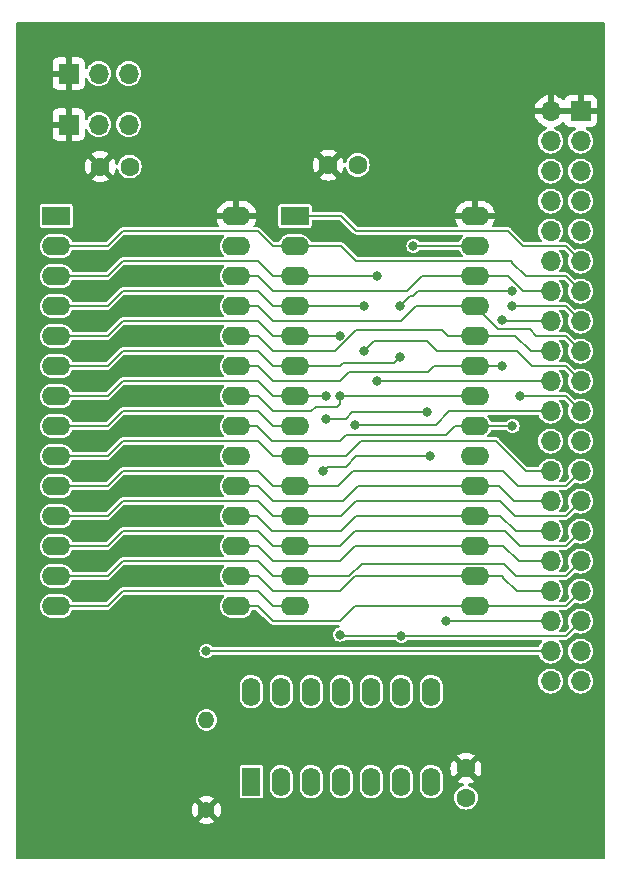
<source format=gtl>
G04 #@! TF.GenerationSoftware,KiCad,Pcbnew,(7.0.0)*
G04 #@! TF.CreationDate,2024-08-20T15:47:19-04:00*
G04 #@! TF.ProjectId,LB-MEM-02,4c422d4d-454d-42d3-9032-2e6b69636164,2*
G04 #@! TF.SameCoordinates,Original*
G04 #@! TF.FileFunction,Copper,L1,Top*
G04 #@! TF.FilePolarity,Positive*
%FSLAX46Y46*%
G04 Gerber Fmt 4.6, Leading zero omitted, Abs format (unit mm)*
G04 Created by KiCad (PCBNEW (7.0.0)) date 2024-08-20 15:47:19*
%MOMM*%
%LPD*%
G01*
G04 APERTURE LIST*
G04 #@! TA.AperFunction,ComponentPad*
%ADD10R,2.400000X1.600000*%
G04 #@! TD*
G04 #@! TA.AperFunction,ComponentPad*
%ADD11O,2.400000X1.600000*%
G04 #@! TD*
G04 #@! TA.AperFunction,ComponentPad*
%ADD12R,1.700000X1.700000*%
G04 #@! TD*
G04 #@! TA.AperFunction,ComponentPad*
%ADD13O,1.700000X1.700000*%
G04 #@! TD*
G04 #@! TA.AperFunction,ComponentPad*
%ADD14R,1.600000X2.400000*%
G04 #@! TD*
G04 #@! TA.AperFunction,ComponentPad*
%ADD15O,1.600000X2.400000*%
G04 #@! TD*
G04 #@! TA.AperFunction,ComponentPad*
%ADD16C,1.600000*%
G04 #@! TD*
G04 #@! TA.AperFunction,ComponentPad*
%ADD17C,1.400000*%
G04 #@! TD*
G04 #@! TA.AperFunction,ComponentPad*
%ADD18O,1.400000X1.400000*%
G04 #@! TD*
G04 #@! TA.AperFunction,ViaPad*
%ADD19C,0.800000*%
G04 #@! TD*
G04 #@! TA.AperFunction,Conductor*
%ADD20C,0.203200*%
G04 #@! TD*
G04 APERTURE END LIST*
D10*
X155701999Y-63499999D03*
D11*
X155701999Y-66039999D03*
X155701999Y-68579999D03*
X155701999Y-71119999D03*
X155701999Y-73659999D03*
X155701999Y-76199999D03*
X155701999Y-78739999D03*
X155701999Y-81279999D03*
X155701999Y-83819999D03*
X155701999Y-86359999D03*
X155701999Y-88899999D03*
X155701999Y-91439999D03*
X155701999Y-93979999D03*
X155701999Y-96519999D03*
X170941999Y-96519999D03*
X170941999Y-93979999D03*
X170941999Y-91439999D03*
X170941999Y-88899999D03*
X170941999Y-86359999D03*
X170941999Y-83819999D03*
X170941999Y-81279999D03*
X170941999Y-78739999D03*
X170941999Y-76199999D03*
X170941999Y-73659999D03*
X170941999Y-71119999D03*
X170941999Y-68579999D03*
X170941999Y-66039999D03*
X170941999Y-63499999D03*
D12*
X179889999Y-54614999D03*
D13*
X177349999Y-54614999D03*
X179889999Y-57154999D03*
X177349999Y-57154999D03*
X179889999Y-59694999D03*
X177349999Y-59694999D03*
X179889999Y-62234999D03*
X177349999Y-62234999D03*
X179889999Y-64774999D03*
X177349999Y-64774999D03*
X179889999Y-67314999D03*
X177349999Y-67314999D03*
X179889999Y-69854999D03*
X177349999Y-69854999D03*
X179889999Y-72394999D03*
X177349999Y-72394999D03*
X179889999Y-74934999D03*
X177349999Y-74934999D03*
X179889999Y-77474999D03*
X177349999Y-77474999D03*
X179889999Y-80014999D03*
X177349999Y-80014999D03*
X179889999Y-82554999D03*
X177349999Y-82554999D03*
X179889999Y-85094999D03*
X177349999Y-85094999D03*
X179889999Y-87634999D03*
X177349999Y-87634999D03*
X179889999Y-90174999D03*
X177349999Y-90174999D03*
X179889999Y-92714999D03*
X177349999Y-92714999D03*
X179889999Y-95254999D03*
X177349999Y-95254999D03*
X179889999Y-97794999D03*
X177349999Y-97794999D03*
X179889999Y-100334999D03*
X177349999Y-100334999D03*
X179889999Y-102874999D03*
X177349999Y-102874999D03*
D14*
X152013999Y-111393999D03*
D15*
X154553999Y-111393999D03*
X157093999Y-111393999D03*
X159633999Y-111393999D03*
X162173999Y-111393999D03*
X164713999Y-111393999D03*
X167253999Y-111393999D03*
X167253999Y-103773999D03*
X164713999Y-103773999D03*
X162173999Y-103773999D03*
X159633999Y-103773999D03*
X157093999Y-103773999D03*
X154553999Y-103773999D03*
X152013999Y-103773999D03*
D10*
X135506992Y-63499999D03*
D11*
X135506992Y-66039999D03*
X135506992Y-68579999D03*
X135506992Y-71119999D03*
X135506992Y-73659999D03*
X135506992Y-76199999D03*
X135506992Y-78739999D03*
X135506992Y-81279999D03*
X135506992Y-83819999D03*
X135506992Y-86359999D03*
X135506992Y-88899999D03*
X135506992Y-91439999D03*
X135506992Y-93979999D03*
X135506992Y-96519999D03*
X150746992Y-96519999D03*
X150746992Y-93979999D03*
X150746992Y-91439999D03*
X150746992Y-88899999D03*
X150746992Y-86359999D03*
X150746992Y-83819999D03*
X150746992Y-81279999D03*
X150746992Y-78739999D03*
X150746992Y-76199999D03*
X150746992Y-73659999D03*
X150746992Y-71119999D03*
X150746992Y-68579999D03*
X150746992Y-66039999D03*
X150746992Y-63499999D03*
D16*
X170180000Y-112756010D03*
X170180000Y-110256010D03*
X141712010Y-59309000D03*
X139212010Y-59309000D03*
D12*
X136540010Y-55752999D03*
D13*
X139080010Y-55752999D03*
X141620010Y-55752999D03*
D12*
X136539999Y-51434999D03*
D13*
X139079999Y-51434999D03*
X141619999Y-51434999D03*
D17*
X148209000Y-113792000D03*
D18*
X148208999Y-106171999D03*
D16*
X161016010Y-59182000D03*
X158516010Y-59182000D03*
D19*
X173228000Y-72263000D03*
X173228000Y-76200000D03*
X158115000Y-85090000D03*
X167132000Y-83820000D03*
X158369000Y-80663500D03*
X166896500Y-80118500D03*
X158369000Y-78740000D03*
X174099405Y-69867595D03*
X174770500Y-78740000D03*
X164592000Y-75438000D03*
X164592000Y-71120000D03*
X159494405Y-73642405D03*
X160782000Y-81153000D03*
X161544000Y-71120000D03*
X161544000Y-74930000D03*
X162687000Y-77470000D03*
X162687000Y-68580000D03*
X174117000Y-71120000D03*
X174117000Y-81280000D03*
X159508425Y-78740000D03*
X164719000Y-99060000D03*
X159508425Y-98936575D03*
X165735000Y-66040000D03*
X168529000Y-97790000D03*
X148209000Y-100330000D03*
D20*
X135507000Y-96520000D02*
X139832000Y-96520000D01*
X141102000Y-95250000D02*
X152532000Y-95250000D01*
X139832000Y-96520000D02*
X141102000Y-95250000D01*
X153802000Y-96520000D02*
X155702000Y-96520000D01*
X152532000Y-95250000D02*
X153802000Y-96520000D01*
X173360000Y-72395000D02*
X173228000Y-72263000D01*
X153802000Y-77470000D02*
X152532000Y-76200000D01*
X159517000Y-77470000D02*
X153802000Y-77470000D01*
X152532000Y-76200000D02*
X150747000Y-76200000D01*
X160279000Y-76708000D02*
X159517000Y-77470000D01*
X170942000Y-76200000D02*
X167513000Y-76200000D01*
X167513000Y-76200000D02*
X167005000Y-76708000D01*
X167005000Y-76708000D02*
X160279000Y-76708000D01*
X173228000Y-76200000D02*
X170942000Y-76200000D01*
X177350000Y-72395000D02*
X173360000Y-72395000D01*
X159639000Y-66040000D02*
X155702000Y-66040000D01*
X152532000Y-64770000D02*
X153802000Y-66040000D01*
X179890000Y-69855000D02*
X178615000Y-68580000D01*
X139832000Y-66040000D02*
X141102000Y-64770000D01*
X174117000Y-67437000D02*
X174117000Y-67310000D01*
X135507000Y-66040000D02*
X139832000Y-66040000D01*
X160909000Y-67310000D02*
X159639000Y-66040000D01*
X174117000Y-67310000D02*
X160909000Y-67310000D01*
X141102000Y-64770000D02*
X152532000Y-64770000D01*
X175260000Y-68580000D02*
X174117000Y-67437000D01*
X178615000Y-68580000D02*
X175260000Y-68580000D01*
X153802000Y-66040000D02*
X155702000Y-66040000D01*
X150747000Y-68580000D02*
X152532000Y-68580000D01*
X170942000Y-68580000D02*
X173736000Y-68580000D01*
X177350000Y-69855000D02*
X175011000Y-69855000D01*
X152532000Y-68580000D02*
X153802000Y-69850000D01*
X165227000Y-69850000D02*
X166497000Y-68580000D01*
X175011000Y-69855000D02*
X173736000Y-68580000D01*
X153802000Y-69850000D02*
X165227000Y-69850000D01*
X166497000Y-68580000D02*
X170942000Y-68580000D01*
X175006000Y-66040000D02*
X173736000Y-64770000D01*
X178615000Y-66040000D02*
X175006000Y-66040000D01*
X160909000Y-64770000D02*
X159639000Y-63500000D01*
X159639000Y-63500000D02*
X155702000Y-63500000D01*
X173736000Y-64770000D02*
X160909000Y-64770000D01*
X179890000Y-67315000D02*
X178615000Y-66040000D01*
X173355000Y-94107000D02*
X173355000Y-93980000D01*
X150747000Y-93980000D02*
X152532000Y-93980000D01*
X177350000Y-95255000D02*
X174503000Y-95255000D01*
X152532000Y-93980000D02*
X153802000Y-95250000D01*
X160787000Y-93980000D02*
X170942000Y-93980000D01*
X170942000Y-93980000D02*
X173355000Y-93980000D01*
X174503000Y-95255000D02*
X173355000Y-94107000D01*
X153802000Y-95250000D02*
X159517000Y-95250000D01*
X159517000Y-95250000D02*
X160787000Y-93980000D01*
X152532000Y-96520000D02*
X153802000Y-97790000D01*
X159517000Y-97790000D02*
X160787000Y-96520000D01*
X160787000Y-96520000D02*
X170942000Y-96520000D01*
X178625000Y-96520000D02*
X179890000Y-95255000D01*
X153802000Y-97790000D02*
X159517000Y-97790000D01*
X170942000Y-96520000D02*
X178625000Y-96520000D01*
X150747000Y-96520000D02*
X152532000Y-96520000D01*
X160787000Y-91440000D02*
X170942000Y-91440000D01*
X174630000Y-92715000D02*
X173355000Y-91440000D01*
X152532000Y-91440000D02*
X153802000Y-92710000D01*
X153802000Y-92710000D02*
X159517000Y-92710000D01*
X177350000Y-92715000D02*
X174630000Y-92715000D01*
X159517000Y-92710000D02*
X160787000Y-91440000D01*
X150747000Y-91440000D02*
X152532000Y-91440000D01*
X170942000Y-91440000D02*
X173355000Y-91440000D01*
X174376000Y-90175000D02*
X173101000Y-88900000D01*
X160909000Y-88900000D02*
X159639000Y-90170000D01*
X170942000Y-88900000D02*
X173101000Y-88900000D01*
X170942000Y-88900000D02*
X160909000Y-88900000D01*
X177350000Y-90175000D02*
X174376000Y-90175000D01*
X152527000Y-88900000D02*
X153797000Y-90170000D01*
X150747000Y-88900000D02*
X152527000Y-88900000D01*
X153797000Y-90170000D02*
X159639000Y-90170000D01*
X173355000Y-85090000D02*
X160655000Y-85090000D01*
X153802000Y-86360000D02*
X155702000Y-86360000D01*
X152532000Y-85090000D02*
X153802000Y-86360000D01*
X178625000Y-86360000D02*
X174625000Y-86360000D01*
X174625000Y-86360000D02*
X173355000Y-85090000D01*
X141102000Y-85090000D02*
X152532000Y-85090000D01*
X159385000Y-86360000D02*
X155702000Y-86360000D01*
X179890000Y-85095000D02*
X178625000Y-86360000D01*
X135507000Y-86360000D02*
X139832000Y-86360000D01*
X160655000Y-85090000D02*
X159385000Y-86360000D01*
X139832000Y-86360000D02*
X141102000Y-85090000D01*
X177350000Y-85095000D02*
X175265000Y-85095000D01*
X175265000Y-85095000D02*
X172720000Y-82550000D01*
X155702000Y-83820000D02*
X160020000Y-83820000D01*
X141102000Y-82550000D02*
X152532000Y-82550000D01*
X139832000Y-83820000D02*
X141102000Y-82550000D01*
X153802000Y-83820000D02*
X155702000Y-83820000D01*
X161290000Y-82550000D02*
X172720000Y-82550000D01*
X160020000Y-83820000D02*
X161290000Y-82550000D01*
X152532000Y-82550000D02*
X153802000Y-83820000D01*
X135507000Y-83820000D02*
X139832000Y-83820000D01*
X155702000Y-93980000D02*
X160284784Y-93980000D01*
X174446022Y-93980000D02*
X173392511Y-92926489D01*
X161338295Y-92926489D02*
X173392511Y-92926489D01*
X152532000Y-92710000D02*
X153802000Y-93980000D01*
X141102000Y-92710000D02*
X152532000Y-92710000D01*
X178625000Y-93980000D02*
X174446022Y-93980000D01*
X153802000Y-93980000D02*
X155702000Y-93980000D01*
X160284784Y-93980000D02*
X161338295Y-92926489D01*
X139832000Y-93980000D02*
X141102000Y-92710000D01*
X178625000Y-93980000D02*
X179890000Y-92715000D01*
X135507000Y-93980000D02*
X139832000Y-93980000D01*
X141102000Y-80010000D02*
X152532000Y-80010000D01*
X135507000Y-81280000D02*
X139832000Y-81280000D01*
X152532000Y-80010000D02*
X153802000Y-81280000D01*
X153802000Y-81280000D02*
X155702000Y-81280000D01*
X160909000Y-83820000D02*
X167132000Y-83820000D01*
X160909000Y-83820000D02*
X159994120Y-84734880D01*
X158470120Y-84734880D02*
X159994120Y-84734880D01*
X158115000Y-85090000D02*
X158470120Y-84734880D01*
X139832000Y-81280000D02*
X141102000Y-80010000D01*
X150747000Y-86360000D02*
X152532000Y-86360000D01*
X174249000Y-87635000D02*
X172974000Y-86360000D01*
X152532000Y-86360000D02*
X153802000Y-87630000D01*
X161036000Y-86360000D02*
X159766000Y-87630000D01*
X153802000Y-87630000D02*
X159766000Y-87630000D01*
X170942000Y-86360000D02*
X172974000Y-86360000D01*
X170942000Y-86360000D02*
X161036000Y-86360000D01*
X177350000Y-87635000D02*
X174249000Y-87635000D01*
X139832000Y-78740000D02*
X141102000Y-77470000D01*
X153802000Y-78740000D02*
X155702000Y-78740000D01*
X160001500Y-80663500D02*
X158369000Y-80663500D01*
X135507000Y-78740000D02*
X139832000Y-78740000D01*
X141102000Y-77470000D02*
X152532000Y-77470000D01*
X166896500Y-80118500D02*
X160546500Y-80118500D01*
X155702000Y-78740000D02*
X158369000Y-78740000D01*
X160546500Y-80118500D02*
X160001500Y-80663500D01*
X152532000Y-77470000D02*
X153802000Y-78740000D01*
X160909000Y-87630000D02*
X173101000Y-87630000D01*
X152532000Y-87630000D02*
X153802000Y-88900000D01*
X139832000Y-88900000D02*
X141102000Y-87630000D01*
X153802000Y-88900000D02*
X155702000Y-88900000D01*
X174371000Y-88900000D02*
X178625000Y-88900000D01*
X173101000Y-87630000D02*
X174371000Y-88900000D01*
X135507000Y-88900000D02*
X139832000Y-88900000D01*
X141102000Y-87630000D02*
X152532000Y-87630000D01*
X159639000Y-88900000D02*
X160909000Y-87630000D01*
X155702000Y-88900000D02*
X159639000Y-88900000D01*
X178625000Y-88900000D02*
X179890000Y-87635000D01*
X139832000Y-76200000D02*
X141102000Y-74930000D01*
X159766000Y-75946000D02*
X164084000Y-75946000D01*
X153802000Y-76200000D02*
X155702000Y-76200000D01*
X166098405Y-69867595D02*
X174099405Y-69867595D01*
X155702000Y-76200000D02*
X159512000Y-76200000D01*
X165735000Y-70231000D02*
X165481000Y-70231000D01*
X174770500Y-78740000D02*
X178615000Y-78740000D01*
X179890000Y-80015000D02*
X178615000Y-78740000D01*
X141102000Y-74930000D02*
X152532000Y-74930000D01*
X135507000Y-76200000D02*
X139832000Y-76200000D01*
X159512000Y-76200000D02*
X159766000Y-75946000D01*
X164084000Y-75946000D02*
X164592000Y-75438000D01*
X152532000Y-74930000D02*
X153802000Y-76200000D01*
X166098405Y-69867595D02*
X165735000Y-70231000D01*
X165481000Y-70231000D02*
X164592000Y-71120000D01*
X178625000Y-91440000D02*
X179890000Y-90175000D01*
X153802000Y-91440000D02*
X155702000Y-91440000D01*
X139832000Y-91440000D02*
X141102000Y-90170000D01*
X174752000Y-91440000D02*
X178625000Y-91440000D01*
X159512000Y-91440000D02*
X160782000Y-90170000D01*
X152532000Y-90170000D02*
X153802000Y-91440000D01*
X160782000Y-90170000D02*
X173482000Y-90170000D01*
X155702000Y-91440000D02*
X159512000Y-91440000D01*
X135507000Y-91440000D02*
X139832000Y-91440000D01*
X173482000Y-90170000D02*
X174752000Y-91440000D01*
X141102000Y-90170000D02*
X152532000Y-90170000D01*
X139832000Y-73660000D02*
X141102000Y-72390000D01*
X153802000Y-73660000D02*
X155702000Y-73660000D01*
X168778000Y-80015000D02*
X167640000Y-81153000D01*
X152532000Y-72390000D02*
X153802000Y-73660000D01*
X177350000Y-80015000D02*
X168778000Y-80015000D01*
X135507000Y-73660000D02*
X139832000Y-73660000D01*
X159494405Y-73642405D02*
X159476810Y-73660000D01*
X141102000Y-72390000D02*
X152532000Y-72390000D01*
X160782000Y-81153000D02*
X167640000Y-81153000D01*
X159476810Y-73660000D02*
X155702000Y-73660000D01*
X178615000Y-76200000D02*
X179890000Y-77475000D01*
X167767000Y-74930000D02*
X174498000Y-74930000D01*
X162433000Y-74041000D02*
X166878000Y-74041000D01*
X174498000Y-74930000D02*
X175768000Y-76200000D01*
X141102000Y-69850000D02*
X152532000Y-69850000D01*
X135507000Y-71120000D02*
X139832000Y-71120000D01*
X153802000Y-71120000D02*
X161544000Y-71120000D01*
X161544000Y-74930000D02*
X162433000Y-74041000D01*
X152532000Y-69850000D02*
X153802000Y-71120000D01*
X139832000Y-71120000D02*
X141102000Y-69850000D01*
X175768000Y-76200000D02*
X178615000Y-76200000D01*
X166878000Y-74041000D02*
X167767000Y-74930000D01*
X162692000Y-77475000D02*
X162687000Y-77470000D01*
X139832000Y-68580000D02*
X141102000Y-67310000D01*
X155702000Y-68580000D02*
X162687000Y-68580000D01*
X153802000Y-68580000D02*
X155702000Y-68580000D01*
X141102000Y-67310000D02*
X152532000Y-67310000D01*
X135507000Y-68580000D02*
X139832000Y-68580000D01*
X152532000Y-67310000D02*
X153802000Y-68580000D01*
X177350000Y-77475000D02*
X162692000Y-77475000D01*
X175577500Y-73088500D02*
X176149000Y-73660000D01*
X150747000Y-71120000D02*
X152532000Y-71120000D01*
X165989000Y-71120000D02*
X170942000Y-71120000D01*
X172910500Y-73088500D02*
X175577500Y-73088500D01*
X164719000Y-72390000D02*
X165989000Y-71120000D01*
X178615000Y-73660000D02*
X179890000Y-74935000D01*
X153802000Y-72390000D02*
X164719000Y-72390000D01*
X170942000Y-71120000D02*
X172910500Y-73088500D01*
X152532000Y-71120000D02*
X153802000Y-72390000D01*
X176149000Y-73660000D02*
X178615000Y-73660000D01*
X160909000Y-73152000D02*
X168148000Y-73152000D01*
X170942000Y-73660000D02*
X174371000Y-73660000D01*
X159131000Y-74930000D02*
X160909000Y-73152000D01*
X153802000Y-74930000D02*
X159131000Y-74930000D01*
X168656000Y-73660000D02*
X170942000Y-73660000D01*
X150747000Y-73660000D02*
X152532000Y-73660000D01*
X152532000Y-73660000D02*
X153802000Y-74930000D01*
X174371000Y-73660000D02*
X175646000Y-74935000D01*
X168148000Y-73152000D02*
X168656000Y-73660000D01*
X175646000Y-74935000D02*
X177350000Y-74935000D01*
X169291000Y-81280000D02*
X168529000Y-82042000D01*
X159512000Y-82550000D02*
X153797000Y-82550000D01*
X174117000Y-81280000D02*
X170942000Y-81280000D01*
X152527000Y-81280000D02*
X150747000Y-81280000D01*
X160020000Y-82042000D02*
X159512000Y-82550000D01*
X179890000Y-72395000D02*
X178615000Y-71120000D01*
X178615000Y-71120000D02*
X174117000Y-71120000D01*
X168529000Y-82042000D02*
X160020000Y-82042000D01*
X170942000Y-81280000D02*
X169291000Y-81280000D01*
X153797000Y-82550000D02*
X152527000Y-81280000D01*
X159508425Y-79378575D02*
X159508425Y-78740000D01*
X159631850Y-99060000D02*
X159508425Y-98936575D01*
X152532000Y-78740000D02*
X153802000Y-80010000D01*
X150747000Y-78740000D02*
X152532000Y-78740000D01*
X164719000Y-99060000D02*
X178625000Y-99060000D01*
X157099000Y-80010000D02*
X157480000Y-79629000D01*
X159258000Y-79629000D02*
X159508425Y-79378575D01*
X157480000Y-79629000D02*
X159258000Y-79629000D01*
X164719000Y-99060000D02*
X159631850Y-99060000D01*
X153802000Y-80010000D02*
X157099000Y-80010000D01*
X179890000Y-97795000D02*
X178625000Y-99060000D01*
X170942000Y-78740000D02*
X159508425Y-78740000D01*
X165735000Y-66040000D02*
X170942000Y-66040000D01*
X168534000Y-97795000D02*
X168529000Y-97790000D01*
X177350000Y-97795000D02*
X168534000Y-97795000D01*
X177350000Y-100335000D02*
X148214000Y-100335000D01*
X148214000Y-100335000D02*
X148209000Y-100330000D01*
G04 #@! TA.AperFunction,Conductor*
G36*
X181861500Y-47092381D02*
G01*
X181907619Y-47138500D01*
X181924500Y-47201500D01*
X181924500Y-117798500D01*
X181907619Y-117861500D01*
X181861500Y-117907619D01*
X181798500Y-117924500D01*
X132206000Y-117924500D01*
X132143000Y-117907619D01*
X132096881Y-117861500D01*
X132080000Y-117798500D01*
X132080000Y-114806969D01*
X147556662Y-114806969D01*
X147564214Y-114815211D01*
X147598186Y-114838999D01*
X147607679Y-114844480D01*
X147789276Y-114929159D01*
X147799571Y-114932906D01*
X147993122Y-114984769D01*
X148003909Y-114986671D01*
X148203525Y-115004135D01*
X148214475Y-115004135D01*
X148414090Y-114986671D01*
X148424877Y-114984769D01*
X148618428Y-114932906D01*
X148628723Y-114929159D01*
X148810323Y-114844479D01*
X148819808Y-114839002D01*
X148853784Y-114815211D01*
X148861336Y-114806969D01*
X148855326Y-114797536D01*
X148220729Y-114162939D01*
X148208999Y-114156167D01*
X148197271Y-114162938D01*
X147562669Y-114797539D01*
X147556662Y-114806969D01*
X132080000Y-114806969D01*
X132080000Y-113797475D01*
X146996865Y-113797475D01*
X147014328Y-113997090D01*
X147016230Y-114007877D01*
X147068093Y-114201428D01*
X147071840Y-114211723D01*
X147156517Y-114393316D01*
X147162000Y-114402813D01*
X147185788Y-114436785D01*
X147194029Y-114444336D01*
X147203459Y-114438329D01*
X147838059Y-113803730D01*
X147844832Y-113791999D01*
X148573167Y-113791999D01*
X148579939Y-113803729D01*
X149214536Y-114438326D01*
X149223969Y-114444336D01*
X149232211Y-114436784D01*
X149256002Y-114402808D01*
X149261479Y-114393323D01*
X149346159Y-114211723D01*
X149349906Y-114201428D01*
X149401769Y-114007877D01*
X149403671Y-113997090D01*
X149421135Y-113797475D01*
X149421135Y-113786525D01*
X149403671Y-113586909D01*
X149401769Y-113576122D01*
X149349906Y-113382571D01*
X149346159Y-113372276D01*
X149261480Y-113190679D01*
X149255999Y-113181186D01*
X149232211Y-113147214D01*
X149223969Y-113139662D01*
X149214539Y-113145669D01*
X148579938Y-113780271D01*
X148573167Y-113791999D01*
X147844832Y-113791999D01*
X147838060Y-113780270D01*
X147203462Y-113145672D01*
X147194029Y-113139662D01*
X147185787Y-113147214D01*
X147161998Y-113181189D01*
X147156520Y-113190677D01*
X147071840Y-113372276D01*
X147068093Y-113382571D01*
X147016230Y-113576122D01*
X147014328Y-113586909D01*
X146996865Y-113786525D01*
X146996865Y-113797475D01*
X132080000Y-113797475D01*
X132080000Y-112777029D01*
X147556662Y-112777029D01*
X147562672Y-112786462D01*
X148197270Y-113421060D01*
X148208999Y-113427832D01*
X148220730Y-113421059D01*
X148855329Y-112786459D01*
X148861336Y-112777029D01*
X148853785Y-112768788D01*
X148819813Y-112745000D01*
X148810316Y-112739517D01*
X148628723Y-112654840D01*
X148618428Y-112651093D01*
X148480237Y-112614064D01*
X151010300Y-112614064D01*
X151011505Y-112620123D01*
X151011506Y-112620130D01*
X151019697Y-112661309D01*
X151019698Y-112661313D01*
X151022119Y-112673480D01*
X151067140Y-112740860D01*
X151134520Y-112785881D01*
X151146689Y-112788301D01*
X151146690Y-112788302D01*
X151163094Y-112791565D01*
X151193936Y-112797700D01*
X152827877Y-112797700D01*
X152834064Y-112797700D01*
X152893480Y-112785881D01*
X152960860Y-112740860D01*
X153005881Y-112673480D01*
X153017700Y-112614064D01*
X153017700Y-111844899D01*
X153550300Y-111844899D01*
X153550622Y-111848072D01*
X153550623Y-111848078D01*
X153565129Y-111990730D01*
X153565130Y-111990737D01*
X153565776Y-111997085D01*
X153567685Y-112003171D01*
X153567687Y-112003178D01*
X153624974Y-112185764D01*
X153624976Y-112185769D01*
X153626886Y-112191856D01*
X153725951Y-112370339D01*
X153790828Y-112445911D01*
X153854752Y-112520374D01*
X153854755Y-112520377D01*
X153858918Y-112525226D01*
X154020341Y-112650177D01*
X154203612Y-112740076D01*
X154401228Y-112791242D01*
X154605099Y-112801581D01*
X154806877Y-112770670D01*
X154998303Y-112699773D01*
X155171539Y-112591795D01*
X155319493Y-112451154D01*
X155436107Y-112283610D01*
X155516608Y-112096020D01*
X155557700Y-111896066D01*
X155557700Y-111844899D01*
X156090300Y-111844899D01*
X156090622Y-111848072D01*
X156090623Y-111848078D01*
X156105129Y-111990730D01*
X156105130Y-111990737D01*
X156105776Y-111997085D01*
X156107685Y-112003171D01*
X156107687Y-112003178D01*
X156164974Y-112185764D01*
X156164976Y-112185769D01*
X156166886Y-112191856D01*
X156265951Y-112370339D01*
X156330828Y-112445911D01*
X156394752Y-112520374D01*
X156394755Y-112520377D01*
X156398918Y-112525226D01*
X156560341Y-112650177D01*
X156743612Y-112740076D01*
X156941228Y-112791242D01*
X157145099Y-112801581D01*
X157346877Y-112770670D01*
X157538303Y-112699773D01*
X157711539Y-112591795D01*
X157859493Y-112451154D01*
X157976107Y-112283610D01*
X158056608Y-112096020D01*
X158097700Y-111896066D01*
X158097700Y-111844899D01*
X158630300Y-111844899D01*
X158630622Y-111848072D01*
X158630623Y-111848078D01*
X158645129Y-111990730D01*
X158645130Y-111990737D01*
X158645776Y-111997085D01*
X158647685Y-112003171D01*
X158647687Y-112003178D01*
X158704974Y-112185764D01*
X158704976Y-112185769D01*
X158706886Y-112191856D01*
X158805951Y-112370339D01*
X158870828Y-112445911D01*
X158934752Y-112520374D01*
X158934755Y-112520377D01*
X158938918Y-112525226D01*
X159100341Y-112650177D01*
X159283612Y-112740076D01*
X159481228Y-112791242D01*
X159685099Y-112801581D01*
X159886877Y-112770670D01*
X160078303Y-112699773D01*
X160251539Y-112591795D01*
X160399493Y-112451154D01*
X160516107Y-112283610D01*
X160596608Y-112096020D01*
X160637700Y-111896066D01*
X160637700Y-111844899D01*
X161170300Y-111844899D01*
X161170622Y-111848072D01*
X161170623Y-111848078D01*
X161185129Y-111990730D01*
X161185130Y-111990737D01*
X161185776Y-111997085D01*
X161187685Y-112003171D01*
X161187687Y-112003178D01*
X161244974Y-112185764D01*
X161244976Y-112185769D01*
X161246886Y-112191856D01*
X161345951Y-112370339D01*
X161410828Y-112445911D01*
X161474752Y-112520374D01*
X161474755Y-112520377D01*
X161478918Y-112525226D01*
X161640341Y-112650177D01*
X161823612Y-112740076D01*
X162021228Y-112791242D01*
X162225099Y-112801581D01*
X162426877Y-112770670D01*
X162618303Y-112699773D01*
X162791539Y-112591795D01*
X162939493Y-112451154D01*
X163056107Y-112283610D01*
X163136608Y-112096020D01*
X163177700Y-111896066D01*
X163177700Y-111844899D01*
X163710300Y-111844899D01*
X163710622Y-111848072D01*
X163710623Y-111848078D01*
X163725129Y-111990730D01*
X163725130Y-111990737D01*
X163725776Y-111997085D01*
X163727685Y-112003171D01*
X163727687Y-112003178D01*
X163784974Y-112185764D01*
X163784976Y-112185769D01*
X163786886Y-112191856D01*
X163885951Y-112370339D01*
X163950828Y-112445911D01*
X164014752Y-112520374D01*
X164014755Y-112520377D01*
X164018918Y-112525226D01*
X164180341Y-112650177D01*
X164363612Y-112740076D01*
X164561228Y-112791242D01*
X164765099Y-112801581D01*
X164966877Y-112770670D01*
X165158303Y-112699773D01*
X165331539Y-112591795D01*
X165479493Y-112451154D01*
X165596107Y-112283610D01*
X165676608Y-112096020D01*
X165717700Y-111896066D01*
X165717700Y-111844899D01*
X166250300Y-111844899D01*
X166250622Y-111848072D01*
X166250623Y-111848078D01*
X166265129Y-111990730D01*
X166265130Y-111990737D01*
X166265776Y-111997085D01*
X166267685Y-112003171D01*
X166267687Y-112003178D01*
X166324974Y-112185764D01*
X166324976Y-112185769D01*
X166326886Y-112191856D01*
X166425951Y-112370339D01*
X166490828Y-112445911D01*
X166554752Y-112520374D01*
X166554755Y-112520377D01*
X166558918Y-112525226D01*
X166720341Y-112650177D01*
X166903612Y-112740076D01*
X167101228Y-112791242D01*
X167305099Y-112801581D01*
X167506877Y-112770670D01*
X167546460Y-112756010D01*
X169171444Y-112756010D01*
X169172051Y-112762173D01*
X169190215Y-112946604D01*
X169190216Y-112946611D01*
X169190823Y-112952770D01*
X169192619Y-112958693D01*
X169192621Y-112958699D01*
X169246418Y-113136043D01*
X169246420Y-113136048D01*
X169248216Y-113141968D01*
X169341416Y-113316334D01*
X169345341Y-113321117D01*
X169345342Y-113321118D01*
X169427362Y-113421060D01*
X169466843Y-113469167D01*
X169619676Y-113594594D01*
X169794042Y-113687794D01*
X169983240Y-113745187D01*
X170180000Y-113764566D01*
X170376760Y-113745187D01*
X170565958Y-113687794D01*
X170740324Y-113594594D01*
X170893157Y-113469167D01*
X171018584Y-113316334D01*
X171111784Y-113141968D01*
X171169177Y-112952770D01*
X171188556Y-112756010D01*
X171169177Y-112559250D01*
X171111784Y-112370052D01*
X171018584Y-112195686D01*
X170893157Y-112042853D01*
X170740324Y-111917426D01*
X170700362Y-111896066D01*
X170571416Y-111827143D01*
X170571413Y-111827141D01*
X170565958Y-111824226D01*
X170560038Y-111822430D01*
X170560033Y-111822428D01*
X170432449Y-111783726D01*
X170377628Y-111749884D01*
X170346701Y-111693367D01*
X170347756Y-111628950D01*
X170380515Y-111573475D01*
X170436414Y-111541445D01*
X170623761Y-111491245D01*
X170634053Y-111487499D01*
X170831510Y-111395423D01*
X170841006Y-111389941D01*
X170896586Y-111351023D01*
X170904138Y-111342781D01*
X170898128Y-111333348D01*
X170191729Y-110626949D01*
X170179999Y-110620177D01*
X170168271Y-110626948D01*
X169461867Y-111333351D01*
X169455860Y-111342780D01*
X169463414Y-111351024D01*
X169518996Y-111389943D01*
X169528482Y-111395420D01*
X169725946Y-111487499D01*
X169736238Y-111491245D01*
X169923585Y-111541445D01*
X169979484Y-111573475D01*
X170012243Y-111628950D01*
X170013298Y-111693367D01*
X169982372Y-111749884D01*
X169927551Y-111783726D01*
X169799963Y-111822429D01*
X169799955Y-111822432D01*
X169794042Y-111824226D01*
X169788590Y-111827139D01*
X169788583Y-111827143D01*
X169625134Y-111914508D01*
X169625129Y-111914511D01*
X169619676Y-111917426D01*
X169614897Y-111921347D01*
X169614891Y-111921352D01*
X169471622Y-112038930D01*
X169471616Y-112038935D01*
X169466843Y-112042853D01*
X169462925Y-112047626D01*
X169462920Y-112047632D01*
X169345342Y-112190901D01*
X169345337Y-112190907D01*
X169341416Y-112195686D01*
X169338501Y-112201139D01*
X169338498Y-112201144D01*
X169251133Y-112364593D01*
X169251129Y-112364600D01*
X169248216Y-112370052D01*
X169246421Y-112375967D01*
X169246418Y-112375976D01*
X169192621Y-112553320D01*
X169192619Y-112553328D01*
X169190823Y-112559250D01*
X169190216Y-112565406D01*
X169190215Y-112565415D01*
X169173068Y-112739517D01*
X169171444Y-112756010D01*
X167546460Y-112756010D01*
X167698303Y-112699773D01*
X167871539Y-112591795D01*
X168019493Y-112451154D01*
X168136107Y-112283610D01*
X168216608Y-112096020D01*
X168257700Y-111896066D01*
X168257700Y-110943101D01*
X168242224Y-110790915D01*
X168181114Y-110596144D01*
X168082049Y-110417661D01*
X168002009Y-110324426D01*
X167953247Y-110267625D01*
X167953244Y-110267622D01*
X167949082Y-110262774D01*
X167947417Y-110261485D01*
X168867483Y-110261485D01*
X168886471Y-110478529D01*
X168888374Y-110489322D01*
X168944764Y-110699771D01*
X168948510Y-110710063D01*
X169040587Y-110907523D01*
X169046066Y-110917012D01*
X169084985Y-110972596D01*
X169093228Y-110980148D01*
X169102656Y-110974142D01*
X169809059Y-110267740D01*
X169815832Y-110256009D01*
X170544167Y-110256009D01*
X170550939Y-110267739D01*
X171257338Y-110974138D01*
X171266771Y-110980148D01*
X171275013Y-110972596D01*
X171313931Y-110917016D01*
X171319413Y-110907520D01*
X171411489Y-110710063D01*
X171415235Y-110699771D01*
X171471625Y-110489322D01*
X171473528Y-110478529D01*
X171492517Y-110261485D01*
X171492517Y-110250535D01*
X171473528Y-110033490D01*
X171471625Y-110022697D01*
X171415235Y-109812248D01*
X171411489Y-109801956D01*
X171319410Y-109604492D01*
X171313933Y-109595006D01*
X171275014Y-109539424D01*
X171266770Y-109531870D01*
X171257341Y-109537877D01*
X170550938Y-110244281D01*
X170544167Y-110256009D01*
X169815832Y-110256009D01*
X169809060Y-110244280D01*
X169102659Y-109537879D01*
X169093227Y-109531870D01*
X169084985Y-109539423D01*
X169046067Y-109595005D01*
X169040587Y-109604495D01*
X168948510Y-109801956D01*
X168944764Y-109812248D01*
X168888374Y-110022697D01*
X168886471Y-110033490D01*
X168867483Y-110250535D01*
X168867483Y-110261485D01*
X167947417Y-110261485D01*
X167940342Y-110256009D01*
X167792715Y-110141737D01*
X167787659Y-110137823D01*
X167781920Y-110135007D01*
X167781917Y-110135006D01*
X167610124Y-110050737D01*
X167610118Y-110050734D01*
X167604388Y-110047924D01*
X167427478Y-110002119D01*
X167412952Y-109998358D01*
X167412951Y-109998357D01*
X167406772Y-109996758D01*
X167400397Y-109996434D01*
X167400393Y-109996434D01*
X167209281Y-109986742D01*
X167209275Y-109986742D01*
X167202901Y-109986419D01*
X167196589Y-109987385D01*
X167196587Y-109987386D01*
X167007437Y-110016362D01*
X167007430Y-110016363D01*
X167001123Y-110017330D01*
X166995137Y-110019546D01*
X166995133Y-110019548D01*
X166815689Y-110086007D01*
X166815682Y-110086010D01*
X166809697Y-110088227D01*
X166804274Y-110091606D01*
X166804270Y-110091609D01*
X166641888Y-110192821D01*
X166641879Y-110192827D01*
X166636461Y-110196205D01*
X166631832Y-110200604D01*
X166631827Y-110200609D01*
X166493135Y-110332446D01*
X166493131Y-110332450D01*
X166488507Y-110336846D01*
X166484860Y-110342085D01*
X166484858Y-110342088D01*
X166375545Y-110499142D01*
X166375542Y-110499147D01*
X166371893Y-110504390D01*
X166369375Y-110510257D01*
X166369372Y-110510263D01*
X166293912Y-110686106D01*
X166293910Y-110686112D01*
X166291392Y-110691980D01*
X166290106Y-110698235D01*
X166290105Y-110698240D01*
X166251586Y-110885673D01*
X166251585Y-110885679D01*
X166250300Y-110891934D01*
X166250300Y-111844899D01*
X165717700Y-111844899D01*
X165717700Y-110943101D01*
X165702224Y-110790915D01*
X165641114Y-110596144D01*
X165542049Y-110417661D01*
X165462009Y-110324426D01*
X165413247Y-110267625D01*
X165413244Y-110267622D01*
X165409082Y-110262774D01*
X165400342Y-110256009D01*
X165252715Y-110141737D01*
X165247659Y-110137823D01*
X165241920Y-110135007D01*
X165241917Y-110135006D01*
X165070124Y-110050737D01*
X165070118Y-110050734D01*
X165064388Y-110047924D01*
X164887478Y-110002119D01*
X164872952Y-109998358D01*
X164872951Y-109998357D01*
X164866772Y-109996758D01*
X164860397Y-109996434D01*
X164860393Y-109996434D01*
X164669281Y-109986742D01*
X164669275Y-109986742D01*
X164662901Y-109986419D01*
X164656589Y-109987385D01*
X164656587Y-109987386D01*
X164467437Y-110016362D01*
X164467430Y-110016363D01*
X164461123Y-110017330D01*
X164455137Y-110019546D01*
X164455133Y-110019548D01*
X164275689Y-110086007D01*
X164275682Y-110086010D01*
X164269697Y-110088227D01*
X164264274Y-110091606D01*
X164264270Y-110091609D01*
X164101888Y-110192821D01*
X164101879Y-110192827D01*
X164096461Y-110196205D01*
X164091832Y-110200604D01*
X164091827Y-110200609D01*
X163953135Y-110332446D01*
X163953131Y-110332450D01*
X163948507Y-110336846D01*
X163944860Y-110342085D01*
X163944858Y-110342088D01*
X163835545Y-110499142D01*
X163835542Y-110499147D01*
X163831893Y-110504390D01*
X163829375Y-110510257D01*
X163829372Y-110510263D01*
X163753912Y-110686106D01*
X163753910Y-110686112D01*
X163751392Y-110691980D01*
X163750106Y-110698235D01*
X163750105Y-110698240D01*
X163711586Y-110885673D01*
X163711585Y-110885679D01*
X163710300Y-110891934D01*
X163710300Y-111844899D01*
X163177700Y-111844899D01*
X163177700Y-110943101D01*
X163162224Y-110790915D01*
X163101114Y-110596144D01*
X163002049Y-110417661D01*
X162922009Y-110324426D01*
X162873247Y-110267625D01*
X162873244Y-110267622D01*
X162869082Y-110262774D01*
X162860342Y-110256009D01*
X162712715Y-110141737D01*
X162707659Y-110137823D01*
X162701920Y-110135007D01*
X162701917Y-110135006D01*
X162530124Y-110050737D01*
X162530118Y-110050734D01*
X162524388Y-110047924D01*
X162347478Y-110002119D01*
X162332952Y-109998358D01*
X162332951Y-109998357D01*
X162326772Y-109996758D01*
X162320397Y-109996434D01*
X162320393Y-109996434D01*
X162129281Y-109986742D01*
X162129275Y-109986742D01*
X162122901Y-109986419D01*
X162116589Y-109987385D01*
X162116587Y-109987386D01*
X161927437Y-110016362D01*
X161927430Y-110016363D01*
X161921123Y-110017330D01*
X161915137Y-110019546D01*
X161915133Y-110019548D01*
X161735689Y-110086007D01*
X161735682Y-110086010D01*
X161729697Y-110088227D01*
X161724274Y-110091606D01*
X161724270Y-110091609D01*
X161561888Y-110192821D01*
X161561879Y-110192827D01*
X161556461Y-110196205D01*
X161551832Y-110200604D01*
X161551827Y-110200609D01*
X161413135Y-110332446D01*
X161413131Y-110332450D01*
X161408507Y-110336846D01*
X161404860Y-110342085D01*
X161404858Y-110342088D01*
X161295545Y-110499142D01*
X161295542Y-110499147D01*
X161291893Y-110504390D01*
X161289375Y-110510257D01*
X161289372Y-110510263D01*
X161213912Y-110686106D01*
X161213910Y-110686112D01*
X161211392Y-110691980D01*
X161210106Y-110698235D01*
X161210105Y-110698240D01*
X161171586Y-110885673D01*
X161171585Y-110885679D01*
X161170300Y-110891934D01*
X161170300Y-111844899D01*
X160637700Y-111844899D01*
X160637700Y-110943101D01*
X160622224Y-110790915D01*
X160561114Y-110596144D01*
X160462049Y-110417661D01*
X160382009Y-110324426D01*
X160333247Y-110267625D01*
X160333244Y-110267622D01*
X160329082Y-110262774D01*
X160320342Y-110256009D01*
X160172715Y-110141737D01*
X160167659Y-110137823D01*
X160161920Y-110135007D01*
X160161917Y-110135006D01*
X159990124Y-110050737D01*
X159990118Y-110050734D01*
X159984388Y-110047924D01*
X159807478Y-110002119D01*
X159792952Y-109998358D01*
X159792951Y-109998357D01*
X159786772Y-109996758D01*
X159780397Y-109996434D01*
X159780393Y-109996434D01*
X159589281Y-109986742D01*
X159589275Y-109986742D01*
X159582901Y-109986419D01*
X159576589Y-109987385D01*
X159576587Y-109987386D01*
X159387437Y-110016362D01*
X159387430Y-110016363D01*
X159381123Y-110017330D01*
X159375137Y-110019546D01*
X159375133Y-110019548D01*
X159195689Y-110086007D01*
X159195682Y-110086010D01*
X159189697Y-110088227D01*
X159184274Y-110091606D01*
X159184270Y-110091609D01*
X159021888Y-110192821D01*
X159021879Y-110192827D01*
X159016461Y-110196205D01*
X159011832Y-110200604D01*
X159011827Y-110200609D01*
X158873135Y-110332446D01*
X158873131Y-110332450D01*
X158868507Y-110336846D01*
X158864860Y-110342085D01*
X158864858Y-110342088D01*
X158755545Y-110499142D01*
X158755542Y-110499147D01*
X158751893Y-110504390D01*
X158749375Y-110510257D01*
X158749372Y-110510263D01*
X158673912Y-110686106D01*
X158673910Y-110686112D01*
X158671392Y-110691980D01*
X158670106Y-110698235D01*
X158670105Y-110698240D01*
X158631586Y-110885673D01*
X158631585Y-110885679D01*
X158630300Y-110891934D01*
X158630300Y-111844899D01*
X158097700Y-111844899D01*
X158097700Y-110943101D01*
X158082224Y-110790915D01*
X158021114Y-110596144D01*
X157922049Y-110417661D01*
X157842009Y-110324426D01*
X157793247Y-110267625D01*
X157793244Y-110267622D01*
X157789082Y-110262774D01*
X157780342Y-110256009D01*
X157632715Y-110141737D01*
X157627659Y-110137823D01*
X157621920Y-110135007D01*
X157621917Y-110135006D01*
X157450124Y-110050737D01*
X157450118Y-110050734D01*
X157444388Y-110047924D01*
X157267478Y-110002119D01*
X157252952Y-109998358D01*
X157252951Y-109998357D01*
X157246772Y-109996758D01*
X157240397Y-109996434D01*
X157240393Y-109996434D01*
X157049281Y-109986742D01*
X157049275Y-109986742D01*
X157042901Y-109986419D01*
X157036589Y-109987385D01*
X157036587Y-109987386D01*
X156847437Y-110016362D01*
X156847430Y-110016363D01*
X156841123Y-110017330D01*
X156835137Y-110019546D01*
X156835133Y-110019548D01*
X156655689Y-110086007D01*
X156655682Y-110086010D01*
X156649697Y-110088227D01*
X156644274Y-110091606D01*
X156644270Y-110091609D01*
X156481888Y-110192821D01*
X156481879Y-110192827D01*
X156476461Y-110196205D01*
X156471832Y-110200604D01*
X156471827Y-110200609D01*
X156333135Y-110332446D01*
X156333131Y-110332450D01*
X156328507Y-110336846D01*
X156324860Y-110342085D01*
X156324858Y-110342088D01*
X156215545Y-110499142D01*
X156215542Y-110499147D01*
X156211893Y-110504390D01*
X156209375Y-110510257D01*
X156209372Y-110510263D01*
X156133912Y-110686106D01*
X156133910Y-110686112D01*
X156131392Y-110691980D01*
X156130106Y-110698235D01*
X156130105Y-110698240D01*
X156091586Y-110885673D01*
X156091585Y-110885679D01*
X156090300Y-110891934D01*
X156090300Y-111844899D01*
X155557700Y-111844899D01*
X155557700Y-110943101D01*
X155542224Y-110790915D01*
X155481114Y-110596144D01*
X155382049Y-110417661D01*
X155302009Y-110324426D01*
X155253247Y-110267625D01*
X155253244Y-110267622D01*
X155249082Y-110262774D01*
X155240342Y-110256009D01*
X155092715Y-110141737D01*
X155087659Y-110137823D01*
X155081920Y-110135007D01*
X155081917Y-110135006D01*
X154910124Y-110050737D01*
X154910118Y-110050734D01*
X154904388Y-110047924D01*
X154727478Y-110002119D01*
X154712952Y-109998358D01*
X154712951Y-109998357D01*
X154706772Y-109996758D01*
X154700397Y-109996434D01*
X154700393Y-109996434D01*
X154509281Y-109986742D01*
X154509275Y-109986742D01*
X154502901Y-109986419D01*
X154496589Y-109987385D01*
X154496587Y-109987386D01*
X154307437Y-110016362D01*
X154307430Y-110016363D01*
X154301123Y-110017330D01*
X154295137Y-110019546D01*
X154295133Y-110019548D01*
X154115689Y-110086007D01*
X154115682Y-110086010D01*
X154109697Y-110088227D01*
X154104274Y-110091606D01*
X154104270Y-110091609D01*
X153941888Y-110192821D01*
X153941879Y-110192827D01*
X153936461Y-110196205D01*
X153931832Y-110200604D01*
X153931827Y-110200609D01*
X153793135Y-110332446D01*
X153793131Y-110332450D01*
X153788507Y-110336846D01*
X153784860Y-110342085D01*
X153784858Y-110342088D01*
X153675545Y-110499142D01*
X153675542Y-110499147D01*
X153671893Y-110504390D01*
X153669375Y-110510257D01*
X153669372Y-110510263D01*
X153593912Y-110686106D01*
X153593910Y-110686112D01*
X153591392Y-110691980D01*
X153590106Y-110698235D01*
X153590105Y-110698240D01*
X153551586Y-110885673D01*
X153551585Y-110885679D01*
X153550300Y-110891934D01*
X153550300Y-111844899D01*
X153017700Y-111844899D01*
X153017700Y-110173936D01*
X153005881Y-110114520D01*
X152960860Y-110047140D01*
X152893480Y-110002119D01*
X152881313Y-109999698D01*
X152881309Y-109999697D01*
X152840130Y-109991506D01*
X152840123Y-109991505D01*
X152834064Y-109990300D01*
X151193936Y-109990300D01*
X151187877Y-109991505D01*
X151187869Y-109991506D01*
X151146690Y-109999697D01*
X151146684Y-109999699D01*
X151134520Y-110002119D01*
X151124202Y-110009012D01*
X151124202Y-110009013D01*
X151077455Y-110040247D01*
X151077452Y-110040249D01*
X151067140Y-110047140D01*
X151060249Y-110057452D01*
X151060247Y-110057455D01*
X151041170Y-110086007D01*
X151022119Y-110114520D01*
X151019699Y-110126684D01*
X151019697Y-110126690D01*
X151011506Y-110167869D01*
X151011505Y-110167877D01*
X151010300Y-110173936D01*
X151010300Y-112614064D01*
X148480237Y-112614064D01*
X148424877Y-112599230D01*
X148414090Y-112597328D01*
X148214475Y-112579865D01*
X148203525Y-112579865D01*
X148003909Y-112597328D01*
X147993122Y-112599230D01*
X147799571Y-112651093D01*
X147789276Y-112654840D01*
X147607677Y-112739520D01*
X147598189Y-112744998D01*
X147564214Y-112768787D01*
X147556662Y-112777029D01*
X132080000Y-112777029D01*
X132080000Y-109169237D01*
X169455860Y-109169237D01*
X169461869Y-109178669D01*
X170168270Y-109885070D01*
X170179999Y-109891842D01*
X170191730Y-109885069D01*
X170898132Y-109178666D01*
X170904138Y-109169238D01*
X170896586Y-109160995D01*
X170841002Y-109122076D01*
X170831513Y-109116597D01*
X170634053Y-109024520D01*
X170623761Y-109020774D01*
X170413312Y-108964384D01*
X170402519Y-108962481D01*
X170185475Y-108943493D01*
X170174525Y-108943493D01*
X169957480Y-108962481D01*
X169946687Y-108964384D01*
X169736238Y-109020774D01*
X169725946Y-109024520D01*
X169528485Y-109116597D01*
X169518995Y-109122077D01*
X169463413Y-109160995D01*
X169455860Y-109169237D01*
X132080000Y-109169237D01*
X132080000Y-106172000D01*
X147300322Y-106172000D01*
X147320179Y-106360925D01*
X147378881Y-106541593D01*
X147473864Y-106706108D01*
X147600976Y-106847279D01*
X147754661Y-106958938D01*
X147928203Y-107036204D01*
X148114017Y-107075700D01*
X148297380Y-107075700D01*
X148303983Y-107075700D01*
X148489797Y-107036204D01*
X148663339Y-106958938D01*
X148817024Y-106847279D01*
X148944136Y-106706108D01*
X149039119Y-106541593D01*
X149097821Y-106360925D01*
X149117678Y-106172000D01*
X149097821Y-105983075D01*
X149039119Y-105802407D01*
X148944136Y-105637892D01*
X148817024Y-105496721D01*
X148663339Y-105385062D01*
X148489797Y-105307796D01*
X148483344Y-105306424D01*
X148483340Y-105306423D01*
X148310439Y-105269672D01*
X148310436Y-105269671D01*
X148303983Y-105268300D01*
X148114017Y-105268300D01*
X148107564Y-105269671D01*
X148107560Y-105269672D01*
X147934659Y-105306423D01*
X147934652Y-105306425D01*
X147928203Y-105307796D01*
X147922173Y-105310480D01*
X147922172Y-105310481D01*
X147760691Y-105382377D01*
X147760688Y-105382378D01*
X147754661Y-105385062D01*
X147749320Y-105388942D01*
X147749319Y-105388943D01*
X147606315Y-105492841D01*
X147606309Y-105492846D01*
X147600976Y-105496721D01*
X147596566Y-105501617D01*
X147596560Y-105501624D01*
X147478282Y-105632984D01*
X147478276Y-105632991D01*
X147473864Y-105637892D01*
X147470563Y-105643608D01*
X147470561Y-105643612D01*
X147382185Y-105796684D01*
X147378881Y-105802407D01*
X147320179Y-105983075D01*
X147300322Y-106172000D01*
X132080000Y-106172000D01*
X132080000Y-104224899D01*
X151010300Y-104224899D01*
X151010622Y-104228072D01*
X151010623Y-104228078D01*
X151025129Y-104370730D01*
X151025130Y-104370737D01*
X151025776Y-104377085D01*
X151027685Y-104383171D01*
X151027687Y-104383178D01*
X151084974Y-104565764D01*
X151084976Y-104565769D01*
X151086886Y-104571856D01*
X151185951Y-104750339D01*
X151250828Y-104825911D01*
X151314752Y-104900374D01*
X151314755Y-104900377D01*
X151318918Y-104905226D01*
X151480341Y-105030177D01*
X151663612Y-105120076D01*
X151861228Y-105171242D01*
X152065099Y-105181581D01*
X152266877Y-105150670D01*
X152458303Y-105079773D01*
X152631539Y-104971795D01*
X152779493Y-104831154D01*
X152896107Y-104663610D01*
X152976608Y-104476020D01*
X153017700Y-104276066D01*
X153017700Y-104224899D01*
X153550300Y-104224899D01*
X153550622Y-104228072D01*
X153550623Y-104228078D01*
X153565129Y-104370730D01*
X153565130Y-104370737D01*
X153565776Y-104377085D01*
X153567685Y-104383171D01*
X153567687Y-104383178D01*
X153624974Y-104565764D01*
X153624976Y-104565769D01*
X153626886Y-104571856D01*
X153725951Y-104750339D01*
X153790828Y-104825911D01*
X153854752Y-104900374D01*
X153854755Y-104900377D01*
X153858918Y-104905226D01*
X154020341Y-105030177D01*
X154203612Y-105120076D01*
X154401228Y-105171242D01*
X154605099Y-105181581D01*
X154806877Y-105150670D01*
X154998303Y-105079773D01*
X155171539Y-104971795D01*
X155319493Y-104831154D01*
X155436107Y-104663610D01*
X155516608Y-104476020D01*
X155557700Y-104276066D01*
X155557700Y-104224899D01*
X156090300Y-104224899D01*
X156090622Y-104228072D01*
X156090623Y-104228078D01*
X156105129Y-104370730D01*
X156105130Y-104370737D01*
X156105776Y-104377085D01*
X156107685Y-104383171D01*
X156107687Y-104383178D01*
X156164974Y-104565764D01*
X156164976Y-104565769D01*
X156166886Y-104571856D01*
X156265951Y-104750339D01*
X156330828Y-104825911D01*
X156394752Y-104900374D01*
X156394755Y-104900377D01*
X156398918Y-104905226D01*
X156560341Y-105030177D01*
X156743612Y-105120076D01*
X156941228Y-105171242D01*
X157145099Y-105181581D01*
X157346877Y-105150670D01*
X157538303Y-105079773D01*
X157711539Y-104971795D01*
X157859493Y-104831154D01*
X157976107Y-104663610D01*
X158056608Y-104476020D01*
X158097700Y-104276066D01*
X158097700Y-104224899D01*
X158630300Y-104224899D01*
X158630622Y-104228072D01*
X158630623Y-104228078D01*
X158645129Y-104370730D01*
X158645130Y-104370737D01*
X158645776Y-104377085D01*
X158647685Y-104383171D01*
X158647687Y-104383178D01*
X158704974Y-104565764D01*
X158704976Y-104565769D01*
X158706886Y-104571856D01*
X158805951Y-104750339D01*
X158870828Y-104825911D01*
X158934752Y-104900374D01*
X158934755Y-104900377D01*
X158938918Y-104905226D01*
X159100341Y-105030177D01*
X159283612Y-105120076D01*
X159481228Y-105171242D01*
X159685099Y-105181581D01*
X159886877Y-105150670D01*
X160078303Y-105079773D01*
X160251539Y-104971795D01*
X160399493Y-104831154D01*
X160516107Y-104663610D01*
X160596608Y-104476020D01*
X160637700Y-104276066D01*
X160637700Y-104224899D01*
X161170300Y-104224899D01*
X161170622Y-104228072D01*
X161170623Y-104228078D01*
X161185129Y-104370730D01*
X161185130Y-104370737D01*
X161185776Y-104377085D01*
X161187685Y-104383171D01*
X161187687Y-104383178D01*
X161244974Y-104565764D01*
X161244976Y-104565769D01*
X161246886Y-104571856D01*
X161345951Y-104750339D01*
X161410828Y-104825911D01*
X161474752Y-104900374D01*
X161474755Y-104900377D01*
X161478918Y-104905226D01*
X161640341Y-105030177D01*
X161823612Y-105120076D01*
X162021228Y-105171242D01*
X162225099Y-105181581D01*
X162426877Y-105150670D01*
X162618303Y-105079773D01*
X162791539Y-104971795D01*
X162939493Y-104831154D01*
X163056107Y-104663610D01*
X163136608Y-104476020D01*
X163177700Y-104276066D01*
X163177700Y-104224899D01*
X163710300Y-104224899D01*
X163710622Y-104228072D01*
X163710623Y-104228078D01*
X163725129Y-104370730D01*
X163725130Y-104370737D01*
X163725776Y-104377085D01*
X163727685Y-104383171D01*
X163727687Y-104383178D01*
X163784974Y-104565764D01*
X163784976Y-104565769D01*
X163786886Y-104571856D01*
X163885951Y-104750339D01*
X163950828Y-104825911D01*
X164014752Y-104900374D01*
X164014755Y-104900377D01*
X164018918Y-104905226D01*
X164180341Y-105030177D01*
X164363612Y-105120076D01*
X164561228Y-105171242D01*
X164765099Y-105181581D01*
X164966877Y-105150670D01*
X165158303Y-105079773D01*
X165331539Y-104971795D01*
X165479493Y-104831154D01*
X165596107Y-104663610D01*
X165676608Y-104476020D01*
X165717700Y-104276066D01*
X165717700Y-104224899D01*
X166250300Y-104224899D01*
X166250622Y-104228072D01*
X166250623Y-104228078D01*
X166265129Y-104370730D01*
X166265130Y-104370737D01*
X166265776Y-104377085D01*
X166267685Y-104383171D01*
X166267687Y-104383178D01*
X166324974Y-104565764D01*
X166324976Y-104565769D01*
X166326886Y-104571856D01*
X166425951Y-104750339D01*
X166490828Y-104825911D01*
X166554752Y-104900374D01*
X166554755Y-104900377D01*
X166558918Y-104905226D01*
X166720341Y-105030177D01*
X166903612Y-105120076D01*
X167101228Y-105171242D01*
X167305099Y-105181581D01*
X167506877Y-105150670D01*
X167698303Y-105079773D01*
X167871539Y-104971795D01*
X168019493Y-104831154D01*
X168136107Y-104663610D01*
X168216608Y-104476020D01*
X168257700Y-104276066D01*
X168257700Y-103323101D01*
X168242224Y-103170915D01*
X168181114Y-102976144D01*
X168124975Y-102875000D01*
X176291202Y-102875000D01*
X176291809Y-102881163D01*
X176310939Y-103075397D01*
X176310940Y-103075405D01*
X176311547Y-103081561D01*
X176371798Y-103280184D01*
X176469642Y-103463237D01*
X176601317Y-103623683D01*
X176761763Y-103755358D01*
X176944816Y-103853202D01*
X177143439Y-103913453D01*
X177350000Y-103933798D01*
X177556561Y-103913453D01*
X177755184Y-103853202D01*
X177938237Y-103755358D01*
X178098683Y-103623683D01*
X178230358Y-103463237D01*
X178328202Y-103280184D01*
X178388453Y-103081561D01*
X178408798Y-102875000D01*
X178831202Y-102875000D01*
X178831809Y-102881163D01*
X178850939Y-103075397D01*
X178850940Y-103075405D01*
X178851547Y-103081561D01*
X178911798Y-103280184D01*
X179009642Y-103463237D01*
X179141317Y-103623683D01*
X179301763Y-103755358D01*
X179484816Y-103853202D01*
X179683439Y-103913453D01*
X179890000Y-103933798D01*
X180096561Y-103913453D01*
X180295184Y-103853202D01*
X180478237Y-103755358D01*
X180638683Y-103623683D01*
X180770358Y-103463237D01*
X180868202Y-103280184D01*
X180928453Y-103081561D01*
X180948798Y-102875000D01*
X180928453Y-102668439D01*
X180868202Y-102469816D01*
X180770358Y-102286763D01*
X180638683Y-102126317D01*
X180478237Y-101994642D01*
X180295184Y-101896798D01*
X180289263Y-101895002D01*
X180289261Y-101895001D01*
X180102483Y-101838343D01*
X180102479Y-101838342D01*
X180096561Y-101836547D01*
X180090405Y-101835940D01*
X180090397Y-101835939D01*
X179896163Y-101816809D01*
X179890000Y-101816202D01*
X179883837Y-101816809D01*
X179689602Y-101835939D01*
X179689592Y-101835940D01*
X179683439Y-101836547D01*
X179677522Y-101838341D01*
X179677516Y-101838343D01*
X179490738Y-101895001D01*
X179490732Y-101895003D01*
X179484816Y-101896798D01*
X179479358Y-101899715D01*
X179479354Y-101899717D01*
X179307222Y-101991724D01*
X179301763Y-101994642D01*
X179296984Y-101998563D01*
X179296978Y-101998568D01*
X179146096Y-102122394D01*
X179146090Y-102122399D01*
X179141317Y-102126317D01*
X179137399Y-102131090D01*
X179137394Y-102131096D01*
X179013568Y-102281978D01*
X179013563Y-102281984D01*
X179009642Y-102286763D01*
X179006724Y-102292221D01*
X179006724Y-102292222D01*
X178914717Y-102464354D01*
X178914715Y-102464358D01*
X178911798Y-102469816D01*
X178910003Y-102475732D01*
X178910001Y-102475738D01*
X178853343Y-102662516D01*
X178853341Y-102662522D01*
X178851547Y-102668439D01*
X178850940Y-102674592D01*
X178850939Y-102674602D01*
X178831809Y-102868837D01*
X178831202Y-102875000D01*
X178408798Y-102875000D01*
X178388453Y-102668439D01*
X178328202Y-102469816D01*
X178230358Y-102286763D01*
X178098683Y-102126317D01*
X177938237Y-101994642D01*
X177755184Y-101896798D01*
X177749263Y-101895002D01*
X177749261Y-101895001D01*
X177562483Y-101838343D01*
X177562479Y-101838342D01*
X177556561Y-101836547D01*
X177550405Y-101835940D01*
X177550397Y-101835939D01*
X177356163Y-101816809D01*
X177350000Y-101816202D01*
X177343837Y-101816809D01*
X177149602Y-101835939D01*
X177149592Y-101835940D01*
X177143439Y-101836547D01*
X177137522Y-101838341D01*
X177137516Y-101838343D01*
X176950738Y-101895001D01*
X176950732Y-101895003D01*
X176944816Y-101896798D01*
X176939358Y-101899715D01*
X176939354Y-101899717D01*
X176767222Y-101991724D01*
X176761763Y-101994642D01*
X176756984Y-101998563D01*
X176756978Y-101998568D01*
X176606096Y-102122394D01*
X176606090Y-102122399D01*
X176601317Y-102126317D01*
X176597399Y-102131090D01*
X176597394Y-102131096D01*
X176473568Y-102281978D01*
X176473563Y-102281984D01*
X176469642Y-102286763D01*
X176466724Y-102292221D01*
X176466724Y-102292222D01*
X176374717Y-102464354D01*
X176374715Y-102464358D01*
X176371798Y-102469816D01*
X176370003Y-102475732D01*
X176370001Y-102475738D01*
X176313343Y-102662516D01*
X176313341Y-102662522D01*
X176311547Y-102668439D01*
X176310940Y-102674592D01*
X176310939Y-102674602D01*
X176291809Y-102868837D01*
X176291202Y-102875000D01*
X168124975Y-102875000D01*
X168082049Y-102797661D01*
X167966030Y-102662516D01*
X167953247Y-102647625D01*
X167953244Y-102647622D01*
X167949082Y-102642774D01*
X167787659Y-102517823D01*
X167781920Y-102515007D01*
X167781917Y-102515006D01*
X167610124Y-102430737D01*
X167610118Y-102430734D01*
X167604388Y-102427924D01*
X167406772Y-102376758D01*
X167400397Y-102376434D01*
X167400393Y-102376434D01*
X167209281Y-102366742D01*
X167209275Y-102366742D01*
X167202901Y-102366419D01*
X167196589Y-102367385D01*
X167196587Y-102367386D01*
X167007437Y-102396362D01*
X167007430Y-102396363D01*
X167001123Y-102397330D01*
X166995137Y-102399546D01*
X166995133Y-102399548D01*
X166815689Y-102466007D01*
X166815682Y-102466010D01*
X166809697Y-102468227D01*
X166804274Y-102471606D01*
X166804270Y-102471609D01*
X166641888Y-102572821D01*
X166641879Y-102572827D01*
X166636461Y-102576205D01*
X166631832Y-102580604D01*
X166631827Y-102580609D01*
X166493135Y-102712446D01*
X166493131Y-102712450D01*
X166488507Y-102716846D01*
X166484860Y-102722085D01*
X166484858Y-102722088D01*
X166375545Y-102879142D01*
X166375542Y-102879147D01*
X166371893Y-102884390D01*
X166369375Y-102890257D01*
X166369372Y-102890263D01*
X166293912Y-103066106D01*
X166293910Y-103066112D01*
X166291392Y-103071980D01*
X166290106Y-103078235D01*
X166290105Y-103078240D01*
X166251586Y-103265673D01*
X166251585Y-103265679D01*
X166250300Y-103271934D01*
X166250300Y-104224899D01*
X165717700Y-104224899D01*
X165717700Y-103323101D01*
X165702224Y-103170915D01*
X165641114Y-102976144D01*
X165542049Y-102797661D01*
X165426030Y-102662516D01*
X165413247Y-102647625D01*
X165413244Y-102647622D01*
X165409082Y-102642774D01*
X165247659Y-102517823D01*
X165241920Y-102515007D01*
X165241917Y-102515006D01*
X165070124Y-102430737D01*
X165070118Y-102430734D01*
X165064388Y-102427924D01*
X164866772Y-102376758D01*
X164860397Y-102376434D01*
X164860393Y-102376434D01*
X164669281Y-102366742D01*
X164669275Y-102366742D01*
X164662901Y-102366419D01*
X164656589Y-102367385D01*
X164656587Y-102367386D01*
X164467437Y-102396362D01*
X164467430Y-102396363D01*
X164461123Y-102397330D01*
X164455137Y-102399546D01*
X164455133Y-102399548D01*
X164275689Y-102466007D01*
X164275682Y-102466010D01*
X164269697Y-102468227D01*
X164264274Y-102471606D01*
X164264270Y-102471609D01*
X164101888Y-102572821D01*
X164101879Y-102572827D01*
X164096461Y-102576205D01*
X164091832Y-102580604D01*
X164091827Y-102580609D01*
X163953135Y-102712446D01*
X163953131Y-102712450D01*
X163948507Y-102716846D01*
X163944860Y-102722085D01*
X163944858Y-102722088D01*
X163835545Y-102879142D01*
X163835542Y-102879147D01*
X163831893Y-102884390D01*
X163829375Y-102890257D01*
X163829372Y-102890263D01*
X163753912Y-103066106D01*
X163753910Y-103066112D01*
X163751392Y-103071980D01*
X163750106Y-103078235D01*
X163750105Y-103078240D01*
X163711586Y-103265673D01*
X163711585Y-103265679D01*
X163710300Y-103271934D01*
X163710300Y-104224899D01*
X163177700Y-104224899D01*
X163177700Y-103323101D01*
X163162224Y-103170915D01*
X163101114Y-102976144D01*
X163002049Y-102797661D01*
X162886030Y-102662516D01*
X162873247Y-102647625D01*
X162873244Y-102647622D01*
X162869082Y-102642774D01*
X162707659Y-102517823D01*
X162701920Y-102515007D01*
X162701917Y-102515006D01*
X162530124Y-102430737D01*
X162530118Y-102430734D01*
X162524388Y-102427924D01*
X162326772Y-102376758D01*
X162320397Y-102376434D01*
X162320393Y-102376434D01*
X162129281Y-102366742D01*
X162129275Y-102366742D01*
X162122901Y-102366419D01*
X162116589Y-102367385D01*
X162116587Y-102367386D01*
X161927437Y-102396362D01*
X161927430Y-102396363D01*
X161921123Y-102397330D01*
X161915137Y-102399546D01*
X161915133Y-102399548D01*
X161735689Y-102466007D01*
X161735682Y-102466010D01*
X161729697Y-102468227D01*
X161724274Y-102471606D01*
X161724270Y-102471609D01*
X161561888Y-102572821D01*
X161561879Y-102572827D01*
X161556461Y-102576205D01*
X161551832Y-102580604D01*
X161551827Y-102580609D01*
X161413135Y-102712446D01*
X161413131Y-102712450D01*
X161408507Y-102716846D01*
X161404860Y-102722085D01*
X161404858Y-102722088D01*
X161295545Y-102879142D01*
X161295542Y-102879147D01*
X161291893Y-102884390D01*
X161289375Y-102890257D01*
X161289372Y-102890263D01*
X161213912Y-103066106D01*
X161213910Y-103066112D01*
X161211392Y-103071980D01*
X161210106Y-103078235D01*
X161210105Y-103078240D01*
X161171586Y-103265673D01*
X161171585Y-103265679D01*
X161170300Y-103271934D01*
X161170300Y-104224899D01*
X160637700Y-104224899D01*
X160637700Y-103323101D01*
X160622224Y-103170915D01*
X160561114Y-102976144D01*
X160462049Y-102797661D01*
X160346030Y-102662516D01*
X160333247Y-102647625D01*
X160333244Y-102647622D01*
X160329082Y-102642774D01*
X160167659Y-102517823D01*
X160161920Y-102515007D01*
X160161917Y-102515006D01*
X159990124Y-102430737D01*
X159990118Y-102430734D01*
X159984388Y-102427924D01*
X159786772Y-102376758D01*
X159780397Y-102376434D01*
X159780393Y-102376434D01*
X159589281Y-102366742D01*
X159589275Y-102366742D01*
X159582901Y-102366419D01*
X159576589Y-102367385D01*
X159576587Y-102367386D01*
X159387437Y-102396362D01*
X159387430Y-102396363D01*
X159381123Y-102397330D01*
X159375137Y-102399546D01*
X159375133Y-102399548D01*
X159195689Y-102466007D01*
X159195682Y-102466010D01*
X159189697Y-102468227D01*
X159184274Y-102471606D01*
X159184270Y-102471609D01*
X159021888Y-102572821D01*
X159021879Y-102572827D01*
X159016461Y-102576205D01*
X159011832Y-102580604D01*
X159011827Y-102580609D01*
X158873135Y-102712446D01*
X158873131Y-102712450D01*
X158868507Y-102716846D01*
X158864860Y-102722085D01*
X158864858Y-102722088D01*
X158755545Y-102879142D01*
X158755542Y-102879147D01*
X158751893Y-102884390D01*
X158749375Y-102890257D01*
X158749372Y-102890263D01*
X158673912Y-103066106D01*
X158673910Y-103066112D01*
X158671392Y-103071980D01*
X158670106Y-103078235D01*
X158670105Y-103078240D01*
X158631586Y-103265673D01*
X158631585Y-103265679D01*
X158630300Y-103271934D01*
X158630300Y-104224899D01*
X158097700Y-104224899D01*
X158097700Y-103323101D01*
X158082224Y-103170915D01*
X158021114Y-102976144D01*
X157922049Y-102797661D01*
X157806030Y-102662516D01*
X157793247Y-102647625D01*
X157793244Y-102647622D01*
X157789082Y-102642774D01*
X157627659Y-102517823D01*
X157621920Y-102515007D01*
X157621917Y-102515006D01*
X157450124Y-102430737D01*
X157450118Y-102430734D01*
X157444388Y-102427924D01*
X157246772Y-102376758D01*
X157240397Y-102376434D01*
X157240393Y-102376434D01*
X157049281Y-102366742D01*
X157049275Y-102366742D01*
X157042901Y-102366419D01*
X157036589Y-102367385D01*
X157036587Y-102367386D01*
X156847437Y-102396362D01*
X156847430Y-102396363D01*
X156841123Y-102397330D01*
X156835137Y-102399546D01*
X156835133Y-102399548D01*
X156655689Y-102466007D01*
X156655682Y-102466010D01*
X156649697Y-102468227D01*
X156644274Y-102471606D01*
X156644270Y-102471609D01*
X156481888Y-102572821D01*
X156481879Y-102572827D01*
X156476461Y-102576205D01*
X156471832Y-102580604D01*
X156471827Y-102580609D01*
X156333135Y-102712446D01*
X156333131Y-102712450D01*
X156328507Y-102716846D01*
X156324860Y-102722085D01*
X156324858Y-102722088D01*
X156215545Y-102879142D01*
X156215542Y-102879147D01*
X156211893Y-102884390D01*
X156209375Y-102890257D01*
X156209372Y-102890263D01*
X156133912Y-103066106D01*
X156133910Y-103066112D01*
X156131392Y-103071980D01*
X156130106Y-103078235D01*
X156130105Y-103078240D01*
X156091586Y-103265673D01*
X156091585Y-103265679D01*
X156090300Y-103271934D01*
X156090300Y-104224899D01*
X155557700Y-104224899D01*
X155557700Y-103323101D01*
X155542224Y-103170915D01*
X155481114Y-102976144D01*
X155382049Y-102797661D01*
X155266030Y-102662516D01*
X155253247Y-102647625D01*
X155253244Y-102647622D01*
X155249082Y-102642774D01*
X155087659Y-102517823D01*
X155081920Y-102515007D01*
X155081917Y-102515006D01*
X154910124Y-102430737D01*
X154910118Y-102430734D01*
X154904388Y-102427924D01*
X154706772Y-102376758D01*
X154700397Y-102376434D01*
X154700393Y-102376434D01*
X154509281Y-102366742D01*
X154509275Y-102366742D01*
X154502901Y-102366419D01*
X154496589Y-102367385D01*
X154496587Y-102367386D01*
X154307437Y-102396362D01*
X154307430Y-102396363D01*
X154301123Y-102397330D01*
X154295137Y-102399546D01*
X154295133Y-102399548D01*
X154115689Y-102466007D01*
X154115682Y-102466010D01*
X154109697Y-102468227D01*
X154104274Y-102471606D01*
X154104270Y-102471609D01*
X153941888Y-102572821D01*
X153941879Y-102572827D01*
X153936461Y-102576205D01*
X153931832Y-102580604D01*
X153931827Y-102580609D01*
X153793135Y-102712446D01*
X153793131Y-102712450D01*
X153788507Y-102716846D01*
X153784860Y-102722085D01*
X153784858Y-102722088D01*
X153675545Y-102879142D01*
X153675542Y-102879147D01*
X153671893Y-102884390D01*
X153669375Y-102890257D01*
X153669372Y-102890263D01*
X153593912Y-103066106D01*
X153593910Y-103066112D01*
X153591392Y-103071980D01*
X153590106Y-103078235D01*
X153590105Y-103078240D01*
X153551586Y-103265673D01*
X153551585Y-103265679D01*
X153550300Y-103271934D01*
X153550300Y-104224899D01*
X153017700Y-104224899D01*
X153017700Y-103323101D01*
X153002224Y-103170915D01*
X152941114Y-102976144D01*
X152842049Y-102797661D01*
X152726030Y-102662516D01*
X152713247Y-102647625D01*
X152713244Y-102647622D01*
X152709082Y-102642774D01*
X152547659Y-102517823D01*
X152541920Y-102515007D01*
X152541917Y-102515006D01*
X152370124Y-102430737D01*
X152370118Y-102430734D01*
X152364388Y-102427924D01*
X152166772Y-102376758D01*
X152160397Y-102376434D01*
X152160393Y-102376434D01*
X151969281Y-102366742D01*
X151969275Y-102366742D01*
X151962901Y-102366419D01*
X151956589Y-102367385D01*
X151956587Y-102367386D01*
X151767437Y-102396362D01*
X151767430Y-102396363D01*
X151761123Y-102397330D01*
X151755137Y-102399546D01*
X151755133Y-102399548D01*
X151575689Y-102466007D01*
X151575682Y-102466010D01*
X151569697Y-102468227D01*
X151564274Y-102471606D01*
X151564270Y-102471609D01*
X151401888Y-102572821D01*
X151401879Y-102572827D01*
X151396461Y-102576205D01*
X151391832Y-102580604D01*
X151391827Y-102580609D01*
X151253135Y-102712446D01*
X151253131Y-102712450D01*
X151248507Y-102716846D01*
X151244860Y-102722085D01*
X151244858Y-102722088D01*
X151135545Y-102879142D01*
X151135542Y-102879147D01*
X151131893Y-102884390D01*
X151129375Y-102890257D01*
X151129372Y-102890263D01*
X151053912Y-103066106D01*
X151053910Y-103066112D01*
X151051392Y-103071980D01*
X151050106Y-103078235D01*
X151050105Y-103078240D01*
X151011586Y-103265673D01*
X151011585Y-103265679D01*
X151010300Y-103271934D01*
X151010300Y-104224899D01*
X132080000Y-104224899D01*
X132080000Y-96571099D01*
X134099412Y-96571099D01*
X134100378Y-96577410D01*
X134100379Y-96577412D01*
X134129355Y-96766562D01*
X134129356Y-96766567D01*
X134130323Y-96772877D01*
X134132540Y-96778865D01*
X134132541Y-96778866D01*
X134181746Y-96911724D01*
X134201220Y-96964303D01*
X134204601Y-96969728D01*
X134204602Y-96969729D01*
X134305814Y-97132111D01*
X134305817Y-97132115D01*
X134309198Y-97137539D01*
X134449839Y-97285493D01*
X134617383Y-97402107D01*
X134804973Y-97482608D01*
X135004927Y-97523700D01*
X135954692Y-97523700D01*
X135957892Y-97523700D01*
X136110078Y-97508224D01*
X136304849Y-97447114D01*
X136483332Y-97348049D01*
X136638219Y-97215082D01*
X136763170Y-97053659D01*
X136840598Y-96895810D01*
X136887073Y-96844371D01*
X136953722Y-96825300D01*
X139779312Y-96825300D01*
X139782951Y-96825552D01*
X139789090Y-96827610D01*
X139836150Y-96825434D01*
X139841971Y-96825300D01*
X139854464Y-96825300D01*
X139860289Y-96825300D01*
X139866016Y-96824229D01*
X139866903Y-96824147D01*
X139872702Y-96823743D01*
X139903109Y-96822338D01*
X139913792Y-96817620D01*
X139921336Y-96815846D01*
X139925497Y-96814557D01*
X139932713Y-96811761D01*
X139944197Y-96809615D01*
X139967264Y-96795330D01*
X139982693Y-96787197D01*
X140007525Y-96776234D01*
X140015785Y-96767972D01*
X140022178Y-96763594D01*
X140025576Y-96760903D01*
X140031308Y-96755676D01*
X140041242Y-96749527D01*
X140057594Y-96727871D01*
X140069042Y-96714715D01*
X141191555Y-95592204D01*
X141232433Y-95564891D01*
X141280651Y-95555300D01*
X149589624Y-95555300D01*
X149648527Y-95569916D01*
X149693764Y-95610372D01*
X149714842Y-95667283D01*
X149706870Y-95727446D01*
X149671698Y-95776901D01*
X149615767Y-95824918D01*
X149611859Y-95829966D01*
X149611853Y-95829973D01*
X149551543Y-95907888D01*
X149490816Y-95986341D01*
X149488003Y-95992075D01*
X149487999Y-95992082D01*
X149403730Y-96163875D01*
X149403726Y-96163884D01*
X149400917Y-96169612D01*
X149399316Y-96175793D01*
X149399316Y-96175795D01*
X149356444Y-96341379D01*
X149349751Y-96367228D01*
X149349427Y-96373600D01*
X149349427Y-96373606D01*
X149339735Y-96564718D01*
X149339735Y-96564723D01*
X149339412Y-96571099D01*
X149340378Y-96577410D01*
X149340379Y-96577412D01*
X149369355Y-96766562D01*
X149369356Y-96766567D01*
X149370323Y-96772877D01*
X149372540Y-96778865D01*
X149372541Y-96778866D01*
X149421746Y-96911724D01*
X149441220Y-96964303D01*
X149444601Y-96969728D01*
X149444602Y-96969729D01*
X149545814Y-97132111D01*
X149545817Y-97132115D01*
X149549198Y-97137539D01*
X149689839Y-97285493D01*
X149857383Y-97402107D01*
X150044973Y-97482608D01*
X150244927Y-97523700D01*
X151194692Y-97523700D01*
X151197892Y-97523700D01*
X151350078Y-97508224D01*
X151544849Y-97447114D01*
X151723332Y-97348049D01*
X151878219Y-97215082D01*
X152003170Y-97053659D01*
X152080598Y-96895810D01*
X152127073Y-96844371D01*
X152193722Y-96825300D01*
X152353351Y-96825300D01*
X152401569Y-96834891D01*
X152442445Y-96862204D01*
X153009868Y-97429628D01*
X153548863Y-97968623D01*
X153551259Y-97971376D01*
X153554145Y-97977171D01*
X153580900Y-98001561D01*
X153588948Y-98008898D01*
X153593158Y-98012918D01*
X153606123Y-98025883D01*
X153610931Y-98029177D01*
X153611644Y-98029769D01*
X153615999Y-98033559D01*
X153638496Y-98054067D01*
X153649383Y-98058284D01*
X153655969Y-98062362D01*
X153659834Y-98064399D01*
X153666912Y-98067524D01*
X153676546Y-98074124D01*
X153687912Y-98076797D01*
X153702959Y-98080336D01*
X153719624Y-98085496D01*
X153744930Y-98095300D01*
X153756606Y-98095300D01*
X153764186Y-98096717D01*
X153768570Y-98097226D01*
X153776290Y-98097582D01*
X153787656Y-98100256D01*
X153814524Y-98096508D01*
X153831932Y-98095300D01*
X159351032Y-98095300D01*
X159411637Y-98110832D01*
X159457299Y-98153600D01*
X159476762Y-98213059D01*
X159465227Y-98274550D01*
X159425537Y-98322912D01*
X159367478Y-98346222D01*
X159359016Y-98347335D01*
X159359008Y-98347337D01*
X159350828Y-98348414D01*
X159343201Y-98351573D01*
X159343198Y-98351574D01*
X159211600Y-98406083D01*
X159211594Y-98406086D01*
X159203971Y-98409244D01*
X159197426Y-98414265D01*
X159197419Y-98414270D01*
X159084406Y-98500988D01*
X159084402Y-98500991D01*
X159077861Y-98506011D01*
X159072841Y-98512552D01*
X159072838Y-98512556D01*
X158986120Y-98625569D01*
X158986115Y-98625576D01*
X158981094Y-98632121D01*
X158977936Y-98639744D01*
X158977933Y-98639750D01*
X158923866Y-98770282D01*
X158920264Y-98778978D01*
X158919187Y-98787158D01*
X158919185Y-98787166D01*
X158901142Y-98924219D01*
X158899516Y-98936575D01*
X158900594Y-98944763D01*
X158919185Y-99085983D01*
X158919186Y-99085989D01*
X158920264Y-99094172D01*
X158923423Y-99101800D01*
X158923424Y-99101801D01*
X158977933Y-99233400D01*
X158977935Y-99233403D01*
X158981094Y-99241030D01*
X158986121Y-99247581D01*
X158986122Y-99247583D01*
X159069926Y-99356798D01*
X159077861Y-99367139D01*
X159203970Y-99463906D01*
X159350828Y-99524736D01*
X159508425Y-99545484D01*
X159666022Y-99524736D01*
X159812880Y-99463906D01*
X159907452Y-99391337D01*
X159943654Y-99371987D01*
X159984156Y-99365300D01*
X164130181Y-99365300D01*
X164185909Y-99378294D01*
X164230141Y-99414594D01*
X164288436Y-99490564D01*
X164414545Y-99587331D01*
X164561403Y-99648161D01*
X164719000Y-99668909D01*
X164876597Y-99648161D01*
X165023455Y-99587331D01*
X165149564Y-99490564D01*
X165207858Y-99414594D01*
X165252091Y-99378294D01*
X165307819Y-99365300D01*
X176519001Y-99365300D01*
X176576204Y-99379033D01*
X176620937Y-99417239D01*
X176643450Y-99471589D01*
X176638834Y-99530236D01*
X176608096Y-99580395D01*
X176606097Y-99582394D01*
X176601317Y-99586317D01*
X176597399Y-99591090D01*
X176597394Y-99591096D01*
X176473568Y-99741978D01*
X176473563Y-99741984D01*
X176469642Y-99746763D01*
X176466724Y-99752221D01*
X176466724Y-99752222D01*
X176374713Y-99924360D01*
X176374708Y-99924370D01*
X176371798Y-99929816D01*
X176370005Y-99935726D01*
X176370002Y-99935734D01*
X176368624Y-99940279D01*
X176342780Y-99986779D01*
X176300050Y-100018469D01*
X176248050Y-100029700D01*
X148801656Y-100029700D01*
X148745928Y-100016706D01*
X148701694Y-99980404D01*
X148644595Y-99905991D01*
X148644589Y-99905985D01*
X148639564Y-99899436D01*
X148513455Y-99802669D01*
X148505828Y-99799510D01*
X148505825Y-99799508D01*
X148374226Y-99744999D01*
X148374225Y-99744998D01*
X148366597Y-99741839D01*
X148358414Y-99740761D01*
X148358408Y-99740760D01*
X148217188Y-99722169D01*
X148209000Y-99721091D01*
X148200812Y-99722169D01*
X148059591Y-99740760D01*
X148059583Y-99740762D01*
X148051403Y-99741839D01*
X148043776Y-99744998D01*
X148043773Y-99744999D01*
X147912175Y-99799508D01*
X147912169Y-99799511D01*
X147904546Y-99802669D01*
X147898001Y-99807690D01*
X147897994Y-99807695D01*
X147784981Y-99894413D01*
X147784977Y-99894416D01*
X147778436Y-99899436D01*
X147773416Y-99905977D01*
X147773413Y-99905981D01*
X147686695Y-100018994D01*
X147686690Y-100019001D01*
X147681669Y-100025546D01*
X147678511Y-100033169D01*
X147678508Y-100033175D01*
X147623999Y-100164773D01*
X147620839Y-100172403D01*
X147619762Y-100180583D01*
X147619760Y-100180591D01*
X147601717Y-100317644D01*
X147600091Y-100330000D01*
X147601169Y-100338188D01*
X147619760Y-100479408D01*
X147619761Y-100479414D01*
X147620839Y-100487597D01*
X147623998Y-100495225D01*
X147623999Y-100495226D01*
X147678508Y-100626825D01*
X147678510Y-100626828D01*
X147681669Y-100634455D01*
X147686696Y-100641006D01*
X147686697Y-100641008D01*
X147766988Y-100745645D01*
X147778436Y-100760564D01*
X147904545Y-100857331D01*
X148051403Y-100918161D01*
X148209000Y-100938909D01*
X148366597Y-100918161D01*
X148513455Y-100857331D01*
X148639564Y-100760564D01*
X148694019Y-100689596D01*
X148738254Y-100653294D01*
X148793982Y-100640300D01*
X176248050Y-100640300D01*
X176300050Y-100651531D01*
X176342780Y-100683221D01*
X176368624Y-100729721D01*
X176370002Y-100734265D01*
X176370003Y-100734269D01*
X176371798Y-100740184D01*
X176374710Y-100745632D01*
X176374713Y-100745639D01*
X176431726Y-100852302D01*
X176469642Y-100923237D01*
X176601317Y-101083683D01*
X176761763Y-101215358D01*
X176944816Y-101313202D01*
X177143439Y-101373453D01*
X177350000Y-101393798D01*
X177556561Y-101373453D01*
X177755184Y-101313202D01*
X177938237Y-101215358D01*
X178098683Y-101083683D01*
X178230358Y-100923237D01*
X178328202Y-100740184D01*
X178388453Y-100541561D01*
X178408798Y-100335000D01*
X178831202Y-100335000D01*
X178831809Y-100341163D01*
X178850939Y-100535397D01*
X178850940Y-100535405D01*
X178851547Y-100541561D01*
X178853342Y-100547479D01*
X178853343Y-100547483D01*
X178896452Y-100689596D01*
X178911798Y-100740184D01*
X179009642Y-100923237D01*
X179141317Y-101083683D01*
X179301763Y-101215358D01*
X179484816Y-101313202D01*
X179683439Y-101373453D01*
X179890000Y-101393798D01*
X180096561Y-101373453D01*
X180295184Y-101313202D01*
X180478237Y-101215358D01*
X180638683Y-101083683D01*
X180770358Y-100923237D01*
X180868202Y-100740184D01*
X180928453Y-100541561D01*
X180948798Y-100335000D01*
X180928453Y-100128439D01*
X180868202Y-99929816D01*
X180770358Y-99746763D01*
X180638683Y-99586317D01*
X180587614Y-99544406D01*
X180483021Y-99458568D01*
X180483020Y-99458567D01*
X180478237Y-99454642D01*
X180295184Y-99356798D01*
X180289263Y-99355002D01*
X180289261Y-99355001D01*
X180102483Y-99298343D01*
X180102479Y-99298342D01*
X180096561Y-99296547D01*
X180090405Y-99295940D01*
X180090397Y-99295939D01*
X179896163Y-99276809D01*
X179890000Y-99276202D01*
X179883837Y-99276809D01*
X179689602Y-99295939D01*
X179689592Y-99295940D01*
X179683439Y-99296547D01*
X179677522Y-99298341D01*
X179677516Y-99298343D01*
X179490738Y-99355001D01*
X179490732Y-99355003D01*
X179484816Y-99356798D01*
X179479358Y-99359715D01*
X179479354Y-99359717D01*
X179371739Y-99417239D01*
X179301763Y-99454642D01*
X179296984Y-99458563D01*
X179296978Y-99458568D01*
X179146096Y-99582394D01*
X179146090Y-99582399D01*
X179141317Y-99586317D01*
X179137399Y-99591090D01*
X179137394Y-99591096D01*
X179013568Y-99741978D01*
X179013563Y-99741984D01*
X179009642Y-99746763D01*
X179006724Y-99752221D01*
X179006724Y-99752222D01*
X178914717Y-99924354D01*
X178914715Y-99924358D01*
X178911798Y-99929816D01*
X178910003Y-99935732D01*
X178910001Y-99935738D01*
X178853343Y-100122516D01*
X178853341Y-100122522D01*
X178851547Y-100128439D01*
X178850940Y-100134592D01*
X178850939Y-100134602D01*
X178846410Y-100180591D01*
X178831202Y-100335000D01*
X178408798Y-100335000D01*
X178388453Y-100128439D01*
X178328202Y-99929816D01*
X178230358Y-99746763D01*
X178098683Y-99586317D01*
X178093903Y-99582394D01*
X178091904Y-99580395D01*
X178061166Y-99530236D01*
X178056550Y-99471589D01*
X178079063Y-99417239D01*
X178123796Y-99379033D01*
X178180999Y-99365300D01*
X178572312Y-99365300D01*
X178575951Y-99365552D01*
X178582090Y-99367610D01*
X178629150Y-99365434D01*
X178634971Y-99365300D01*
X178647464Y-99365300D01*
X178653289Y-99365300D01*
X178659016Y-99364229D01*
X178659903Y-99364147D01*
X178665702Y-99363743D01*
X178696109Y-99362338D01*
X178706792Y-99357620D01*
X178714336Y-99355846D01*
X178718497Y-99354557D01*
X178725713Y-99351761D01*
X178737197Y-99349615D01*
X178760264Y-99335330D01*
X178775693Y-99327197D01*
X178800525Y-99316234D01*
X178808785Y-99307972D01*
X178815178Y-99303594D01*
X178818576Y-99300903D01*
X178824308Y-99295676D01*
X178834242Y-99289527D01*
X178850598Y-99267867D01*
X178862045Y-99254712D01*
X179326684Y-98790073D01*
X179371394Y-98761246D01*
X179424019Y-98753440D01*
X179475175Y-98768049D01*
X179477587Y-98769338D01*
X179484816Y-98773202D01*
X179683439Y-98833453D01*
X179890000Y-98853798D01*
X180096561Y-98833453D01*
X180295184Y-98773202D01*
X180478237Y-98675358D01*
X180638683Y-98543683D01*
X180770358Y-98383237D01*
X180868202Y-98200184D01*
X180928453Y-98001561D01*
X180948798Y-97795000D01*
X180928453Y-97588439D01*
X180868202Y-97389816D01*
X180770358Y-97206763D01*
X180638683Y-97046317D01*
X180531446Y-96958310D01*
X180483021Y-96918568D01*
X180483020Y-96918567D01*
X180478237Y-96914642D01*
X180295184Y-96816798D01*
X180289263Y-96815002D01*
X180289261Y-96815001D01*
X180102483Y-96758343D01*
X180102479Y-96758342D01*
X180096561Y-96756547D01*
X180090405Y-96755940D01*
X180090397Y-96755939D01*
X179896163Y-96736809D01*
X179890000Y-96736202D01*
X179883837Y-96736809D01*
X179689602Y-96755939D01*
X179689592Y-96755940D01*
X179683439Y-96756547D01*
X179677522Y-96758341D01*
X179677516Y-96758343D01*
X179490738Y-96815001D01*
X179490732Y-96815003D01*
X179484816Y-96816798D01*
X179479358Y-96819715D01*
X179479354Y-96819717D01*
X179384556Y-96870388D01*
X179301763Y-96914642D01*
X179296984Y-96918563D01*
X179296978Y-96918568D01*
X179146096Y-97042394D01*
X179146090Y-97042399D01*
X179141317Y-97046317D01*
X179137399Y-97051090D01*
X179137394Y-97051096D01*
X179013568Y-97201978D01*
X179013563Y-97201984D01*
X179009642Y-97206763D01*
X179006724Y-97212221D01*
X179006724Y-97212222D01*
X178914717Y-97384354D01*
X178914715Y-97384358D01*
X178911798Y-97389816D01*
X178910003Y-97395732D01*
X178910001Y-97395738D01*
X178853343Y-97582516D01*
X178853341Y-97582522D01*
X178851547Y-97588439D01*
X178850940Y-97594592D01*
X178850939Y-97594602D01*
X178846410Y-97640591D01*
X178831202Y-97795000D01*
X178831809Y-97801163D01*
X178850939Y-97995397D01*
X178850940Y-97995405D01*
X178851547Y-98001561D01*
X178853342Y-98007479D01*
X178853343Y-98007483D01*
X178908624Y-98189721D01*
X178911798Y-98200184D01*
X178914714Y-98205639D01*
X178914719Y-98205650D01*
X178916953Y-98209830D01*
X178931559Y-98260984D01*
X178923751Y-98313605D01*
X178894924Y-98358315D01*
X178535446Y-98717795D01*
X178494568Y-98745109D01*
X178446350Y-98754700D01*
X178190999Y-98754700D01*
X178133796Y-98740967D01*
X178089063Y-98702761D01*
X178066550Y-98648411D01*
X178071166Y-98589764D01*
X178099163Y-98544077D01*
X178098683Y-98543683D01*
X178098683Y-98543682D01*
X178230358Y-98383237D01*
X178328202Y-98200184D01*
X178388453Y-98001561D01*
X178408798Y-97795000D01*
X178388453Y-97588439D01*
X178328202Y-97389816D01*
X178230358Y-97206763D01*
X178098683Y-97046317D01*
X178093903Y-97042394D01*
X178091904Y-97040395D01*
X178061166Y-96990236D01*
X178056550Y-96931589D01*
X178079063Y-96877239D01*
X178123796Y-96839033D01*
X178180999Y-96825300D01*
X178572312Y-96825300D01*
X178575951Y-96825552D01*
X178582090Y-96827610D01*
X178629150Y-96825434D01*
X178634971Y-96825300D01*
X178647464Y-96825300D01*
X178653289Y-96825300D01*
X178659016Y-96824229D01*
X178659903Y-96824147D01*
X178665702Y-96823743D01*
X178696109Y-96822338D01*
X178706792Y-96817620D01*
X178714336Y-96815846D01*
X178718497Y-96814557D01*
X178725713Y-96811761D01*
X178737197Y-96809615D01*
X178760264Y-96795330D01*
X178775693Y-96787197D01*
X178800525Y-96776234D01*
X178808785Y-96767972D01*
X178815178Y-96763594D01*
X178818576Y-96760903D01*
X178824308Y-96755676D01*
X178834242Y-96749527D01*
X178850598Y-96727867D01*
X178862045Y-96714712D01*
X179326684Y-96250073D01*
X179371394Y-96221246D01*
X179424019Y-96213440D01*
X179475175Y-96228049D01*
X179477587Y-96229338D01*
X179484816Y-96233202D01*
X179683439Y-96293453D01*
X179741077Y-96299130D01*
X179873105Y-96312134D01*
X179890000Y-96313798D01*
X179906895Y-96312134D01*
X179922106Y-96310635D01*
X180096561Y-96293453D01*
X180295184Y-96233202D01*
X180478237Y-96135358D01*
X180638683Y-96003683D01*
X180770358Y-95843237D01*
X180868202Y-95660184D01*
X180928453Y-95461561D01*
X180948798Y-95255000D01*
X180928453Y-95048439D01*
X180868202Y-94849816D01*
X180770358Y-94666763D01*
X180638683Y-94506317D01*
X180531446Y-94418310D01*
X180483021Y-94378568D01*
X180483020Y-94378567D01*
X180478237Y-94374642D01*
X180295184Y-94276798D01*
X180289263Y-94275002D01*
X180289261Y-94275001D01*
X180102483Y-94218343D01*
X180102479Y-94218342D01*
X180096561Y-94216547D01*
X180090405Y-94215940D01*
X180090397Y-94215939D01*
X179896163Y-94196809D01*
X179890000Y-94196202D01*
X179883837Y-94196809D01*
X179689602Y-94215939D01*
X179689592Y-94215940D01*
X179683439Y-94216547D01*
X179677522Y-94218341D01*
X179677516Y-94218343D01*
X179490738Y-94275001D01*
X179490732Y-94275003D01*
X179484816Y-94276798D01*
X179479358Y-94279715D01*
X179479354Y-94279717D01*
X179350392Y-94348649D01*
X179301763Y-94374642D01*
X179296984Y-94378563D01*
X179296978Y-94378568D01*
X179146096Y-94502394D01*
X179146090Y-94502399D01*
X179141317Y-94506317D01*
X179137399Y-94511090D01*
X179137394Y-94511096D01*
X179013568Y-94661978D01*
X179013563Y-94661984D01*
X179009642Y-94666763D01*
X179006724Y-94672221D01*
X179006724Y-94672222D01*
X178914717Y-94844354D01*
X178914715Y-94844358D01*
X178911798Y-94849816D01*
X178910003Y-94855732D01*
X178910001Y-94855738D01*
X178853343Y-95042516D01*
X178853341Y-95042522D01*
X178851547Y-95048439D01*
X178850940Y-95054592D01*
X178850939Y-95054602D01*
X178831809Y-95248837D01*
X178831202Y-95255000D01*
X178831809Y-95261163D01*
X178850939Y-95455397D01*
X178850940Y-95455405D01*
X178851547Y-95461561D01*
X178853342Y-95467479D01*
X178853343Y-95467483D01*
X178895425Y-95606210D01*
X178911798Y-95660184D01*
X178914714Y-95665639D01*
X178914719Y-95665650D01*
X178916953Y-95669830D01*
X178931559Y-95720984D01*
X178923751Y-95773605D01*
X178894924Y-95818315D01*
X178535446Y-96177795D01*
X178494568Y-96205109D01*
X178446350Y-96214700D01*
X178190999Y-96214700D01*
X178133796Y-96200967D01*
X178089063Y-96162761D01*
X178066550Y-96108411D01*
X178071166Y-96049764D01*
X178099163Y-96004077D01*
X178098683Y-96003683D01*
X178098683Y-96003682D01*
X178230358Y-95843237D01*
X178328202Y-95660184D01*
X178388453Y-95461561D01*
X178408798Y-95255000D01*
X178388453Y-95048439D01*
X178328202Y-94849816D01*
X178230358Y-94666763D01*
X178098683Y-94506317D01*
X178093903Y-94502394D01*
X178091904Y-94500395D01*
X178061166Y-94450236D01*
X178056550Y-94391589D01*
X178079063Y-94337239D01*
X178123796Y-94299033D01*
X178180999Y-94285300D01*
X178572312Y-94285300D01*
X178575951Y-94285552D01*
X178582090Y-94287610D01*
X178629150Y-94285434D01*
X178634971Y-94285300D01*
X178647464Y-94285300D01*
X178653289Y-94285300D01*
X178659016Y-94284229D01*
X178659903Y-94284147D01*
X178665702Y-94283743D01*
X178696109Y-94282338D01*
X178706792Y-94277620D01*
X178714336Y-94275846D01*
X178718497Y-94274557D01*
X178725713Y-94271761D01*
X178737197Y-94269615D01*
X178760264Y-94255330D01*
X178775693Y-94247197D01*
X178800525Y-94236234D01*
X178808785Y-94227972D01*
X178815178Y-94223594D01*
X178818576Y-94220903D01*
X178824308Y-94215676D01*
X178834242Y-94209527D01*
X178850598Y-94187867D01*
X178862045Y-94174712D01*
X179326684Y-93710073D01*
X179371394Y-93681246D01*
X179424019Y-93673440D01*
X179475175Y-93688049D01*
X179477587Y-93689338D01*
X179484816Y-93693202D01*
X179683439Y-93753453D01*
X179890000Y-93773798D01*
X180096561Y-93753453D01*
X180295184Y-93693202D01*
X180478237Y-93595358D01*
X180638683Y-93463683D01*
X180770358Y-93303237D01*
X180868202Y-93120184D01*
X180928453Y-92921561D01*
X180948798Y-92715000D01*
X180928453Y-92508439D01*
X180868202Y-92309816D01*
X180770358Y-92126763D01*
X180638683Y-91966317D01*
X180531446Y-91878310D01*
X180483021Y-91838568D01*
X180483020Y-91838567D01*
X180478237Y-91834642D01*
X180295184Y-91736798D01*
X180289263Y-91735002D01*
X180289261Y-91735001D01*
X180102483Y-91678343D01*
X180102479Y-91678342D01*
X180096561Y-91676547D01*
X180090405Y-91675940D01*
X180090397Y-91675939D01*
X179896163Y-91656809D01*
X179890000Y-91656202D01*
X179883837Y-91656809D01*
X179689602Y-91675939D01*
X179689592Y-91675940D01*
X179683439Y-91676547D01*
X179677522Y-91678341D01*
X179677516Y-91678343D01*
X179490738Y-91735001D01*
X179490732Y-91735003D01*
X179484816Y-91736798D01*
X179479358Y-91739715D01*
X179479354Y-91739717D01*
X179384556Y-91790388D01*
X179301763Y-91834642D01*
X179296984Y-91838563D01*
X179296978Y-91838568D01*
X179146096Y-91962394D01*
X179146090Y-91962399D01*
X179141317Y-91966317D01*
X179137399Y-91971090D01*
X179137394Y-91971096D01*
X179013568Y-92121978D01*
X179013563Y-92121984D01*
X179009642Y-92126763D01*
X179006724Y-92132221D01*
X179006724Y-92132222D01*
X178914717Y-92304354D01*
X178914715Y-92304358D01*
X178911798Y-92309816D01*
X178910003Y-92315732D01*
X178910001Y-92315738D01*
X178853343Y-92502516D01*
X178853341Y-92502522D01*
X178851547Y-92508439D01*
X178850940Y-92514592D01*
X178850939Y-92514602D01*
X178836074Y-92665536D01*
X178831202Y-92715000D01*
X178831809Y-92721163D01*
X178850939Y-92915397D01*
X178850940Y-92915405D01*
X178851547Y-92921561D01*
X178853342Y-92927479D01*
X178853343Y-92927483D01*
X178895425Y-93066210D01*
X178911798Y-93120184D01*
X178914714Y-93125639D01*
X178914719Y-93125650D01*
X178916953Y-93129830D01*
X178931559Y-93180984D01*
X178923751Y-93233605D01*
X178894924Y-93278315D01*
X178535446Y-93637795D01*
X178494568Y-93665109D01*
X178446350Y-93674700D01*
X178190999Y-93674700D01*
X178133796Y-93660967D01*
X178089063Y-93622761D01*
X178066550Y-93568411D01*
X178071166Y-93509764D01*
X178099163Y-93464077D01*
X178098683Y-93463683D01*
X178098682Y-93463683D01*
X178230358Y-93303237D01*
X178328202Y-93120184D01*
X178388453Y-92921561D01*
X178408798Y-92715000D01*
X178388453Y-92508439D01*
X178328202Y-92309816D01*
X178230358Y-92126763D01*
X178098683Y-91966317D01*
X178093903Y-91962394D01*
X178091904Y-91960395D01*
X178061166Y-91910236D01*
X178056550Y-91851589D01*
X178079063Y-91797239D01*
X178123796Y-91759033D01*
X178180999Y-91745300D01*
X178572312Y-91745300D01*
X178575951Y-91745552D01*
X178582090Y-91747610D01*
X178629150Y-91745434D01*
X178634971Y-91745300D01*
X178647464Y-91745300D01*
X178653289Y-91745300D01*
X178659016Y-91744229D01*
X178659903Y-91744147D01*
X178665702Y-91743743D01*
X178696109Y-91742338D01*
X178706792Y-91737620D01*
X178714336Y-91735846D01*
X178718497Y-91734557D01*
X178725713Y-91731761D01*
X178737197Y-91729615D01*
X178760264Y-91715330D01*
X178775693Y-91707197D01*
X178800525Y-91696234D01*
X178808785Y-91687972D01*
X178815178Y-91683594D01*
X178818576Y-91680903D01*
X178824308Y-91675676D01*
X178834242Y-91669527D01*
X178850598Y-91647867D01*
X178862045Y-91634712D01*
X179326684Y-91170073D01*
X179371394Y-91141246D01*
X179424019Y-91133440D01*
X179475175Y-91148049D01*
X179477587Y-91149338D01*
X179484816Y-91153202D01*
X179683439Y-91213453D01*
X179741077Y-91219130D01*
X179873105Y-91232134D01*
X179890000Y-91233798D01*
X179906895Y-91232134D01*
X179922106Y-91230635D01*
X180096561Y-91213453D01*
X180295184Y-91153202D01*
X180478237Y-91055358D01*
X180638683Y-90923683D01*
X180770358Y-90763237D01*
X180868202Y-90580184D01*
X180928453Y-90381561D01*
X180948798Y-90175000D01*
X180928453Y-89968439D01*
X180868202Y-89769816D01*
X180770358Y-89586763D01*
X180638683Y-89426317D01*
X180531446Y-89338310D01*
X180483021Y-89298568D01*
X180483020Y-89298567D01*
X180478237Y-89294642D01*
X180295184Y-89196798D01*
X180289263Y-89195002D01*
X180289261Y-89195001D01*
X180102483Y-89138343D01*
X180102479Y-89138342D01*
X180096561Y-89136547D01*
X180090405Y-89135940D01*
X180090397Y-89135939D01*
X179896163Y-89116809D01*
X179890000Y-89116202D01*
X179883837Y-89116809D01*
X179689602Y-89135939D01*
X179689592Y-89135940D01*
X179683439Y-89136547D01*
X179677522Y-89138341D01*
X179677516Y-89138343D01*
X179490738Y-89195001D01*
X179490732Y-89195003D01*
X179484816Y-89196798D01*
X179479358Y-89199715D01*
X179479354Y-89199717D01*
X179384556Y-89250388D01*
X179301763Y-89294642D01*
X179296984Y-89298563D01*
X179296978Y-89298568D01*
X179146096Y-89422394D01*
X179146090Y-89422399D01*
X179141317Y-89426317D01*
X179137399Y-89431090D01*
X179137394Y-89431096D01*
X179013568Y-89581978D01*
X179013563Y-89581984D01*
X179009642Y-89586763D01*
X179006724Y-89592221D01*
X179006724Y-89592222D01*
X178914717Y-89764354D01*
X178914715Y-89764358D01*
X178911798Y-89769816D01*
X178910003Y-89775732D01*
X178910001Y-89775738D01*
X178853343Y-89962516D01*
X178853341Y-89962522D01*
X178851547Y-89968439D01*
X178850940Y-89974592D01*
X178850939Y-89974602D01*
X178831809Y-90168837D01*
X178831202Y-90175000D01*
X178831809Y-90181163D01*
X178850939Y-90375397D01*
X178850940Y-90375405D01*
X178851547Y-90381561D01*
X178853342Y-90387479D01*
X178853343Y-90387483D01*
X178895425Y-90526210D01*
X178911798Y-90580184D01*
X178914714Y-90585639D01*
X178914719Y-90585650D01*
X178916953Y-90589830D01*
X178931559Y-90640984D01*
X178923751Y-90693605D01*
X178894924Y-90738315D01*
X178535446Y-91097795D01*
X178494568Y-91125109D01*
X178446350Y-91134700D01*
X178190999Y-91134700D01*
X178133796Y-91120967D01*
X178089063Y-91082761D01*
X178066550Y-91028411D01*
X178071166Y-90969764D01*
X178099163Y-90924077D01*
X178098683Y-90923683D01*
X178098683Y-90923682D01*
X178230358Y-90763237D01*
X178328202Y-90580184D01*
X178388453Y-90381561D01*
X178408798Y-90175000D01*
X178388453Y-89968439D01*
X178328202Y-89769816D01*
X178230358Y-89586763D01*
X178098683Y-89426317D01*
X178093903Y-89422394D01*
X178091904Y-89420395D01*
X178061166Y-89370236D01*
X178056550Y-89311589D01*
X178079063Y-89257239D01*
X178123796Y-89219033D01*
X178180999Y-89205300D01*
X178572312Y-89205300D01*
X178575951Y-89205552D01*
X178582090Y-89207610D01*
X178629150Y-89205434D01*
X178634971Y-89205300D01*
X178647464Y-89205300D01*
X178653289Y-89205300D01*
X178659016Y-89204229D01*
X178659903Y-89204147D01*
X178665702Y-89203743D01*
X178696109Y-89202338D01*
X178706792Y-89197620D01*
X178714336Y-89195846D01*
X178718497Y-89194557D01*
X178725713Y-89191761D01*
X178737197Y-89189615D01*
X178760264Y-89175330D01*
X178775693Y-89167197D01*
X178800525Y-89156234D01*
X178808785Y-89147972D01*
X178815178Y-89143594D01*
X178818576Y-89140903D01*
X178824308Y-89135676D01*
X178834242Y-89129527D01*
X178850598Y-89107867D01*
X178862045Y-89094712D01*
X179326684Y-88630073D01*
X179371394Y-88601246D01*
X179424019Y-88593440D01*
X179475175Y-88608049D01*
X179477587Y-88609338D01*
X179484816Y-88613202D01*
X179683439Y-88673453D01*
X179741077Y-88679130D01*
X179873105Y-88692134D01*
X179890000Y-88693798D01*
X179906895Y-88692134D01*
X179922106Y-88690635D01*
X180096561Y-88673453D01*
X180295184Y-88613202D01*
X180478237Y-88515358D01*
X180638683Y-88383683D01*
X180770358Y-88223237D01*
X180868202Y-88040184D01*
X180928453Y-87841561D01*
X180948798Y-87635000D01*
X180928453Y-87428439D01*
X180868202Y-87229816D01*
X180770358Y-87046763D01*
X180638683Y-86886317D01*
X180531446Y-86798310D01*
X180483021Y-86758568D01*
X180483020Y-86758567D01*
X180478237Y-86754642D01*
X180295184Y-86656798D01*
X180289263Y-86655002D01*
X180289261Y-86655001D01*
X180102483Y-86598343D01*
X180102479Y-86598342D01*
X180096561Y-86596547D01*
X180090405Y-86595940D01*
X180090397Y-86595939D01*
X179896163Y-86576809D01*
X179890000Y-86576202D01*
X179883837Y-86576809D01*
X179689602Y-86595939D01*
X179689592Y-86595940D01*
X179683439Y-86596547D01*
X179677522Y-86598341D01*
X179677516Y-86598343D01*
X179490738Y-86655001D01*
X179490732Y-86655003D01*
X179484816Y-86656798D01*
X179479358Y-86659715D01*
X179479354Y-86659717D01*
X179384556Y-86710388D01*
X179301763Y-86754642D01*
X179296984Y-86758563D01*
X179296978Y-86758568D01*
X179146096Y-86882394D01*
X179146090Y-86882399D01*
X179141317Y-86886317D01*
X179137399Y-86891090D01*
X179137394Y-86891096D01*
X179013568Y-87041978D01*
X179013563Y-87041984D01*
X179009642Y-87046763D01*
X179006724Y-87052221D01*
X179006724Y-87052222D01*
X178914717Y-87224354D01*
X178914715Y-87224358D01*
X178911798Y-87229816D01*
X178910003Y-87235732D01*
X178910001Y-87235738D01*
X178853343Y-87422516D01*
X178853341Y-87422522D01*
X178851547Y-87428439D01*
X178850940Y-87434592D01*
X178850939Y-87434602D01*
X178831809Y-87628837D01*
X178831202Y-87635000D01*
X178831809Y-87641163D01*
X178850939Y-87835397D01*
X178850940Y-87835405D01*
X178851547Y-87841561D01*
X178853342Y-87847479D01*
X178853343Y-87847483D01*
X178904271Y-88015372D01*
X178911798Y-88040184D01*
X178914714Y-88045639D01*
X178914719Y-88045650D01*
X178916953Y-88049830D01*
X178931559Y-88100984D01*
X178923751Y-88153605D01*
X178894924Y-88198315D01*
X178535446Y-88557795D01*
X178494568Y-88585109D01*
X178446350Y-88594700D01*
X178190999Y-88594700D01*
X178133796Y-88580967D01*
X178089063Y-88542761D01*
X178066550Y-88488411D01*
X178071166Y-88429764D01*
X178099163Y-88384077D01*
X178098683Y-88383683D01*
X178098682Y-88383683D01*
X178230358Y-88223237D01*
X178328202Y-88040184D01*
X178388453Y-87841561D01*
X178408798Y-87635000D01*
X178388453Y-87428439D01*
X178328202Y-87229816D01*
X178230358Y-87046763D01*
X178098683Y-86886317D01*
X178093903Y-86882394D01*
X178091904Y-86880395D01*
X178061166Y-86830236D01*
X178056550Y-86771589D01*
X178079063Y-86717239D01*
X178123796Y-86679033D01*
X178180999Y-86665300D01*
X178572312Y-86665300D01*
X178575951Y-86665552D01*
X178582090Y-86667610D01*
X178629150Y-86665434D01*
X178634971Y-86665300D01*
X178647464Y-86665300D01*
X178653289Y-86665300D01*
X178659016Y-86664229D01*
X178659903Y-86664147D01*
X178665702Y-86663743D01*
X178696109Y-86662338D01*
X178706792Y-86657620D01*
X178714336Y-86655846D01*
X178718497Y-86654557D01*
X178725713Y-86651761D01*
X178737197Y-86649615D01*
X178760264Y-86635330D01*
X178775693Y-86627197D01*
X178800525Y-86616234D01*
X178808785Y-86607972D01*
X178815178Y-86603594D01*
X178818576Y-86600903D01*
X178824308Y-86595676D01*
X178834242Y-86589527D01*
X178850598Y-86567867D01*
X178862045Y-86554712D01*
X179326684Y-86090073D01*
X179371394Y-86061246D01*
X179424019Y-86053440D01*
X179475175Y-86068049D01*
X179477587Y-86069338D01*
X179484816Y-86073202D01*
X179683439Y-86133453D01*
X179741077Y-86139130D01*
X179873105Y-86152134D01*
X179890000Y-86153798D01*
X179906895Y-86152134D01*
X179922106Y-86150635D01*
X180096561Y-86133453D01*
X180295184Y-86073202D01*
X180478237Y-85975358D01*
X180638683Y-85843683D01*
X180770358Y-85683237D01*
X180868202Y-85500184D01*
X180928453Y-85301561D01*
X180948798Y-85095000D01*
X180942245Y-85028473D01*
X180929060Y-84894602D01*
X180928453Y-84888439D01*
X180868202Y-84689816D01*
X180770358Y-84506763D01*
X180638683Y-84346317D01*
X180531446Y-84258310D01*
X180483021Y-84218568D01*
X180483020Y-84218567D01*
X180478237Y-84214642D01*
X180295184Y-84116798D01*
X180289263Y-84115002D01*
X180289261Y-84115001D01*
X180102483Y-84058343D01*
X180102479Y-84058342D01*
X180096561Y-84056547D01*
X180090405Y-84055940D01*
X180090397Y-84055939D01*
X179896163Y-84036809D01*
X179890000Y-84036202D01*
X179883837Y-84036809D01*
X179689602Y-84055939D01*
X179689592Y-84055940D01*
X179683439Y-84056547D01*
X179677522Y-84058341D01*
X179677516Y-84058343D01*
X179490738Y-84115001D01*
X179490732Y-84115003D01*
X179484816Y-84116798D01*
X179479358Y-84119715D01*
X179479354Y-84119717D01*
X179373825Y-84176124D01*
X179301763Y-84214642D01*
X179296984Y-84218563D01*
X179296978Y-84218568D01*
X179146096Y-84342394D01*
X179146090Y-84342399D01*
X179141317Y-84346317D01*
X179137399Y-84351090D01*
X179137394Y-84351096D01*
X179013568Y-84501978D01*
X179013563Y-84501984D01*
X179009642Y-84506763D01*
X179006724Y-84512221D01*
X179006724Y-84512222D01*
X178914717Y-84684354D01*
X178914715Y-84684358D01*
X178911798Y-84689816D01*
X178910003Y-84695732D01*
X178910001Y-84695738D01*
X178853343Y-84882516D01*
X178853341Y-84882522D01*
X178851547Y-84888439D01*
X178850940Y-84894592D01*
X178850939Y-84894602D01*
X178835199Y-85054417D01*
X178831202Y-85095000D01*
X178831809Y-85101163D01*
X178850939Y-85295397D01*
X178850940Y-85295405D01*
X178851547Y-85301561D01*
X178853342Y-85307479D01*
X178853343Y-85307483D01*
X178895425Y-85446210D01*
X178911798Y-85500184D01*
X178914714Y-85505639D01*
X178914719Y-85505650D01*
X178916953Y-85509830D01*
X178931559Y-85560984D01*
X178923751Y-85613605D01*
X178894924Y-85658315D01*
X178535446Y-86017795D01*
X178494568Y-86045109D01*
X178446350Y-86054700D01*
X178190999Y-86054700D01*
X178133796Y-86040967D01*
X178089063Y-86002761D01*
X178066550Y-85948411D01*
X178071166Y-85889764D01*
X178099163Y-85844077D01*
X178098683Y-85843683D01*
X178098683Y-85843682D01*
X178230358Y-85683237D01*
X178328202Y-85500184D01*
X178388453Y-85301561D01*
X178408798Y-85095000D01*
X178402245Y-85028473D01*
X178389060Y-84894602D01*
X178388453Y-84888439D01*
X178328202Y-84689816D01*
X178230358Y-84506763D01*
X178098683Y-84346317D01*
X177991446Y-84258310D01*
X177943021Y-84218568D01*
X177943020Y-84218567D01*
X177938237Y-84214642D01*
X177755184Y-84116798D01*
X177749263Y-84115002D01*
X177749261Y-84115001D01*
X177562483Y-84058343D01*
X177562479Y-84058342D01*
X177556561Y-84056547D01*
X177550405Y-84055940D01*
X177550397Y-84055939D01*
X177356163Y-84036809D01*
X177350000Y-84036202D01*
X177343837Y-84036809D01*
X177149602Y-84055939D01*
X177149592Y-84055940D01*
X177143439Y-84056547D01*
X177137522Y-84058341D01*
X177137516Y-84058343D01*
X176950738Y-84115001D01*
X176950732Y-84115003D01*
X176944816Y-84116798D01*
X176939358Y-84119715D01*
X176939354Y-84119717D01*
X176833825Y-84176124D01*
X176761763Y-84214642D01*
X176756984Y-84218563D01*
X176756978Y-84218568D01*
X176606096Y-84342394D01*
X176606090Y-84342399D01*
X176601317Y-84346317D01*
X176597399Y-84351090D01*
X176597394Y-84351096D01*
X176473568Y-84501978D01*
X176473563Y-84501984D01*
X176469642Y-84506763D01*
X176466724Y-84512221D01*
X176466724Y-84512222D01*
X176374713Y-84684360D01*
X176374708Y-84684370D01*
X176371798Y-84689816D01*
X176370005Y-84695726D01*
X176370002Y-84695734D01*
X176368624Y-84700279D01*
X176342780Y-84746779D01*
X176300050Y-84778469D01*
X176248050Y-84789700D01*
X175443650Y-84789700D01*
X175395432Y-84780109D01*
X175354555Y-84752795D01*
X173156759Y-82555000D01*
X176291202Y-82555000D01*
X176291809Y-82561163D01*
X176310939Y-82755397D01*
X176310940Y-82755405D01*
X176311547Y-82761561D01*
X176313342Y-82767479D01*
X176313343Y-82767483D01*
X176352323Y-82895984D01*
X176371798Y-82960184D01*
X176469642Y-83143237D01*
X176473567Y-83148020D01*
X176473568Y-83148021D01*
X176582934Y-83281284D01*
X176601317Y-83303683D01*
X176761763Y-83435358D01*
X176944816Y-83533202D01*
X177143439Y-83593453D01*
X177350000Y-83613798D01*
X177556561Y-83593453D01*
X177755184Y-83533202D01*
X177938237Y-83435358D01*
X178098683Y-83303683D01*
X178230358Y-83143237D01*
X178328202Y-82960184D01*
X178388453Y-82761561D01*
X178408798Y-82555000D01*
X178831202Y-82555000D01*
X178831809Y-82561163D01*
X178850939Y-82755397D01*
X178850940Y-82755405D01*
X178851547Y-82761561D01*
X178853342Y-82767479D01*
X178853343Y-82767483D01*
X178892323Y-82895984D01*
X178911798Y-82960184D01*
X179009642Y-83143237D01*
X179013567Y-83148020D01*
X179013568Y-83148021D01*
X179122934Y-83281284D01*
X179141317Y-83303683D01*
X179301763Y-83435358D01*
X179484816Y-83533202D01*
X179683439Y-83593453D01*
X179890000Y-83613798D01*
X180096561Y-83593453D01*
X180295184Y-83533202D01*
X180478237Y-83435358D01*
X180638683Y-83303683D01*
X180770358Y-83143237D01*
X180868202Y-82960184D01*
X180928453Y-82761561D01*
X180948798Y-82555000D01*
X180928453Y-82348439D01*
X180868202Y-82149816D01*
X180770358Y-81966763D01*
X180638683Y-81806317D01*
X180568118Y-81748406D01*
X180483021Y-81678568D01*
X180483020Y-81678567D01*
X180478237Y-81674642D01*
X180295184Y-81576798D01*
X180289263Y-81575002D01*
X180289261Y-81575001D01*
X180102483Y-81518343D01*
X180102479Y-81518342D01*
X180096561Y-81516547D01*
X180090405Y-81515940D01*
X180090397Y-81515939D01*
X179896163Y-81496809D01*
X179890000Y-81496202D01*
X179883837Y-81496809D01*
X179689602Y-81515939D01*
X179689592Y-81515940D01*
X179683439Y-81516547D01*
X179677522Y-81518341D01*
X179677516Y-81518343D01*
X179490738Y-81575001D01*
X179490732Y-81575003D01*
X179484816Y-81576798D01*
X179479358Y-81579715D01*
X179479354Y-81579717D01*
X179373825Y-81636124D01*
X179301763Y-81674642D01*
X179296984Y-81678563D01*
X179296978Y-81678568D01*
X179146096Y-81802394D01*
X179146090Y-81802399D01*
X179141317Y-81806317D01*
X179137399Y-81811090D01*
X179137394Y-81811096D01*
X179013568Y-81961978D01*
X179013563Y-81961984D01*
X179009642Y-81966763D01*
X179006724Y-81972221D01*
X179006724Y-81972222D01*
X178914717Y-82144354D01*
X178914715Y-82144358D01*
X178911798Y-82149816D01*
X178910003Y-82155732D01*
X178910001Y-82155738D01*
X178853343Y-82342516D01*
X178853341Y-82342522D01*
X178851547Y-82348439D01*
X178850940Y-82354592D01*
X178850939Y-82354602D01*
X178841190Y-82453589D01*
X178831202Y-82555000D01*
X178408798Y-82555000D01*
X178388453Y-82348439D01*
X178328202Y-82149816D01*
X178230358Y-81966763D01*
X178098683Y-81806317D01*
X178028118Y-81748406D01*
X177943021Y-81678568D01*
X177943020Y-81678567D01*
X177938237Y-81674642D01*
X177755184Y-81576798D01*
X177749263Y-81575002D01*
X177749261Y-81575001D01*
X177562483Y-81518343D01*
X177562479Y-81518342D01*
X177556561Y-81516547D01*
X177550405Y-81515940D01*
X177550397Y-81515939D01*
X177356163Y-81496809D01*
X177350000Y-81496202D01*
X177343837Y-81496809D01*
X177149602Y-81515939D01*
X177149592Y-81515940D01*
X177143439Y-81516547D01*
X177137522Y-81518341D01*
X177137516Y-81518343D01*
X176950738Y-81575001D01*
X176950732Y-81575003D01*
X176944816Y-81576798D01*
X176939358Y-81579715D01*
X176939354Y-81579717D01*
X176833825Y-81636124D01*
X176761763Y-81674642D01*
X176756984Y-81678563D01*
X176756978Y-81678568D01*
X176606096Y-81802394D01*
X176606090Y-81802399D01*
X176601317Y-81806317D01*
X176597399Y-81811090D01*
X176597394Y-81811096D01*
X176473568Y-81961978D01*
X176473563Y-81961984D01*
X176469642Y-81966763D01*
X176466724Y-81972221D01*
X176466724Y-81972222D01*
X176374717Y-82144354D01*
X176374715Y-82144358D01*
X176371798Y-82149816D01*
X176370003Y-82155732D01*
X176370001Y-82155738D01*
X176313343Y-82342516D01*
X176313341Y-82342522D01*
X176311547Y-82348439D01*
X176310940Y-82354592D01*
X176310939Y-82354602D01*
X176301190Y-82453589D01*
X176291202Y-82555000D01*
X173156759Y-82555000D01*
X172973138Y-82371379D01*
X172970740Y-82368624D01*
X172967855Y-82362829D01*
X172959226Y-82354963D01*
X172959225Y-82354961D01*
X172933027Y-82331079D01*
X172928818Y-82327059D01*
X172919997Y-82318238D01*
X172919996Y-82318237D01*
X172915876Y-82314117D01*
X172911066Y-82310822D01*
X172910379Y-82310251D01*
X172906004Y-82306444D01*
X172883504Y-82285933D01*
X172872621Y-82281717D01*
X172866068Y-82277659D01*
X172862140Y-82275589D01*
X172855083Y-82272473D01*
X172845453Y-82265876D01*
X172834090Y-82263203D01*
X172834085Y-82263201D01*
X172819034Y-82259661D01*
X172802371Y-82254501D01*
X172787958Y-82248917D01*
X172787952Y-82248916D01*
X172777070Y-82244700D01*
X172765401Y-82244700D01*
X172757805Y-82243280D01*
X172753421Y-82242772D01*
X172745705Y-82242415D01*
X172734344Y-82239743D01*
X172722787Y-82241355D01*
X172722784Y-82241355D01*
X172707469Y-82243492D01*
X172690061Y-82244700D01*
X172099369Y-82244700D01*
X172040466Y-82230084D01*
X171995229Y-82189628D01*
X171974151Y-82132717D01*
X171982123Y-82072554D01*
X172017294Y-82023098D01*
X172073226Y-81975082D01*
X172198177Y-81813659D01*
X172269853Y-81667539D01*
X172275606Y-81655810D01*
X172322080Y-81604371D01*
X172388729Y-81585300D01*
X173528181Y-81585300D01*
X173583909Y-81598294D01*
X173628141Y-81634594D01*
X173686436Y-81710564D01*
X173812545Y-81807331D01*
X173959403Y-81868161D01*
X174117000Y-81888909D01*
X174274597Y-81868161D01*
X174421455Y-81807331D01*
X174547564Y-81710564D01*
X174644331Y-81584455D01*
X174705161Y-81437597D01*
X174725909Y-81280000D01*
X174705161Y-81122403D01*
X174644331Y-80975546D01*
X174639257Y-80968934D01*
X174552590Y-80855986D01*
X174552589Y-80855985D01*
X174547564Y-80849436D01*
X174435809Y-80763683D01*
X174428008Y-80757697D01*
X174428005Y-80757695D01*
X174421455Y-80752669D01*
X174413828Y-80749510D01*
X174413825Y-80749508D01*
X174282226Y-80694999D01*
X174282225Y-80694998D01*
X174274597Y-80691839D01*
X174266414Y-80690761D01*
X174266408Y-80690760D01*
X174125188Y-80672169D01*
X174117000Y-80671091D01*
X174108812Y-80672169D01*
X173967591Y-80690760D01*
X173967583Y-80690762D01*
X173959403Y-80691839D01*
X173951776Y-80694998D01*
X173951773Y-80694999D01*
X173820175Y-80749508D01*
X173820169Y-80749511D01*
X173812546Y-80752669D01*
X173806001Y-80757690D01*
X173805994Y-80757695D01*
X173692981Y-80844413D01*
X173692977Y-80844416D01*
X173686436Y-80849436D01*
X173681416Y-80855977D01*
X173681413Y-80855981D01*
X173628144Y-80925404D01*
X173583910Y-80961706D01*
X173528181Y-80974700D01*
X172386953Y-80974700D01*
X172337264Y-80964489D01*
X172295629Y-80935510D01*
X172268796Y-80892461D01*
X172268415Y-80891431D01*
X172247773Y-80835697D01*
X172232252Y-80810795D01*
X172143178Y-80667888D01*
X172143176Y-80667885D01*
X172139795Y-80662461D01*
X172016836Y-80533108D01*
X171987563Y-80482800D01*
X171984026Y-80424700D01*
X172006981Y-80371210D01*
X172051528Y-80333745D01*
X172108161Y-80320300D01*
X176248050Y-80320300D01*
X176300050Y-80331531D01*
X176342780Y-80363221D01*
X176368624Y-80409721D01*
X176370002Y-80414265D01*
X176370003Y-80414269D01*
X176371798Y-80420184D01*
X176374710Y-80425632D01*
X176374713Y-80425639D01*
X176402594Y-80477799D01*
X176469642Y-80603237D01*
X176473567Y-80608020D01*
X176473568Y-80608021D01*
X176582934Y-80741284D01*
X176601317Y-80763683D01*
X176761763Y-80895358D01*
X176944816Y-80993202D01*
X177143439Y-81053453D01*
X177350000Y-81073798D01*
X177556561Y-81053453D01*
X177755184Y-80993202D01*
X177938237Y-80895358D01*
X178098683Y-80763683D01*
X178230358Y-80603237D01*
X178328202Y-80420184D01*
X178388453Y-80221561D01*
X178408798Y-80015000D01*
X178388453Y-79808439D01*
X178328202Y-79609816D01*
X178230358Y-79426763D01*
X178098683Y-79266317D01*
X178093903Y-79262394D01*
X178091904Y-79260395D01*
X178061166Y-79210236D01*
X178056550Y-79151589D01*
X178079063Y-79097239D01*
X178123796Y-79059033D01*
X178180999Y-79045300D01*
X178436351Y-79045300D01*
X178484569Y-79054891D01*
X178525446Y-79082205D01*
X178894924Y-79451683D01*
X178923752Y-79496392D01*
X178931560Y-79549014D01*
X178916955Y-79600167D01*
X178914717Y-79604353D01*
X178914717Y-79604354D01*
X178911798Y-79609816D01*
X178910003Y-79615732D01*
X178910001Y-79615738D01*
X178853343Y-79802516D01*
X178853341Y-79802522D01*
X178851547Y-79808439D01*
X178850940Y-79814592D01*
X178850939Y-79814602D01*
X178833499Y-79991675D01*
X178831202Y-80015000D01*
X178831809Y-80021163D01*
X178850939Y-80215397D01*
X178850940Y-80215405D01*
X178851547Y-80221561D01*
X178853342Y-80227479D01*
X178853343Y-80227483D01*
X178904271Y-80395372D01*
X178911798Y-80420184D01*
X179009642Y-80603237D01*
X179013567Y-80608020D01*
X179013568Y-80608021D01*
X179122934Y-80741284D01*
X179141317Y-80763683D01*
X179301763Y-80895358D01*
X179484816Y-80993202D01*
X179683439Y-81053453D01*
X179890000Y-81073798D01*
X180096561Y-81053453D01*
X180295184Y-80993202D01*
X180478237Y-80895358D01*
X180638683Y-80763683D01*
X180770358Y-80603237D01*
X180868202Y-80420184D01*
X180928453Y-80221561D01*
X180948798Y-80015000D01*
X180928453Y-79808439D01*
X180868202Y-79609816D01*
X180770358Y-79426763D01*
X180638683Y-79266317D01*
X180540023Y-79185349D01*
X180483021Y-79138568D01*
X180483020Y-79138567D01*
X180478237Y-79134642D01*
X180295184Y-79036798D01*
X180289263Y-79035002D01*
X180289261Y-79035001D01*
X180102483Y-78978343D01*
X180102479Y-78978342D01*
X180096561Y-78976547D01*
X180090405Y-78975940D01*
X180090397Y-78975939D01*
X179896163Y-78956809D01*
X179890000Y-78956202D01*
X179883837Y-78956809D01*
X179689602Y-78975939D01*
X179689592Y-78975940D01*
X179683439Y-78976547D01*
X179677522Y-78978341D01*
X179677516Y-78978343D01*
X179490738Y-79035001D01*
X179490732Y-79035003D01*
X179484816Y-79036798D01*
X179479361Y-79039713D01*
X179479353Y-79039717D01*
X179475167Y-79041955D01*
X179424014Y-79056560D01*
X179371392Y-79048752D01*
X179326683Y-79019924D01*
X178868138Y-78561379D01*
X178865740Y-78558624D01*
X178862855Y-78552829D01*
X178854226Y-78544963D01*
X178854225Y-78544961D01*
X178828027Y-78521079D01*
X178823818Y-78517059D01*
X178814997Y-78508238D01*
X178814997Y-78508237D01*
X178810876Y-78504117D01*
X178806066Y-78500822D01*
X178805379Y-78500251D01*
X178801004Y-78496444D01*
X178778504Y-78475933D01*
X178767621Y-78471717D01*
X178761068Y-78467659D01*
X178757140Y-78465589D01*
X178750083Y-78462473D01*
X178740453Y-78455876D01*
X178729090Y-78453203D01*
X178729085Y-78453201D01*
X178714034Y-78449661D01*
X178697371Y-78444501D01*
X178682958Y-78438917D01*
X178682952Y-78438916D01*
X178672070Y-78434700D01*
X178660401Y-78434700D01*
X178652805Y-78433280D01*
X178648421Y-78432772D01*
X178640705Y-78432415D01*
X178629344Y-78429743D01*
X178617787Y-78431355D01*
X178617784Y-78431355D01*
X178602469Y-78433492D01*
X178585061Y-78434700D01*
X178190999Y-78434700D01*
X178133796Y-78420967D01*
X178089063Y-78382761D01*
X178066550Y-78328411D01*
X178071166Y-78269764D01*
X178099163Y-78224077D01*
X178098683Y-78223683D01*
X178098683Y-78223682D01*
X178230358Y-78063237D01*
X178328202Y-77880184D01*
X178388453Y-77681561D01*
X178408798Y-77475000D01*
X178388453Y-77268439D01*
X178328202Y-77069816D01*
X178230358Y-76886763D01*
X178098683Y-76726317D01*
X178093903Y-76722394D01*
X178091904Y-76720395D01*
X178061166Y-76670236D01*
X178056550Y-76611589D01*
X178079063Y-76557239D01*
X178123796Y-76519033D01*
X178180999Y-76505300D01*
X178436351Y-76505300D01*
X178484569Y-76514891D01*
X178525446Y-76542205D01*
X178894924Y-76911683D01*
X178923752Y-76956392D01*
X178931560Y-77009014D01*
X178916955Y-77060167D01*
X178914717Y-77064353D01*
X178914717Y-77064354D01*
X178911798Y-77069816D01*
X178910003Y-77075732D01*
X178910001Y-77075738D01*
X178853343Y-77262516D01*
X178853341Y-77262522D01*
X178851547Y-77268439D01*
X178850940Y-77274592D01*
X178850939Y-77274602D01*
X178846410Y-77320591D01*
X178831202Y-77475000D01*
X178831809Y-77481163D01*
X178850939Y-77675397D01*
X178850940Y-77675405D01*
X178851547Y-77681561D01*
X178853342Y-77687479D01*
X178853343Y-77687483D01*
X178904271Y-77855372D01*
X178911798Y-77880184D01*
X179009642Y-78063237D01*
X179013567Y-78068020D01*
X179013568Y-78068021D01*
X179122934Y-78201284D01*
X179141317Y-78223683D01*
X179301763Y-78355358D01*
X179484816Y-78453202D01*
X179683439Y-78513453D01*
X179890000Y-78533798D01*
X180096561Y-78513453D01*
X180295184Y-78453202D01*
X180478237Y-78355358D01*
X180638683Y-78223683D01*
X180770358Y-78063237D01*
X180868202Y-77880184D01*
X180928453Y-77681561D01*
X180948798Y-77475000D01*
X180928453Y-77268439D01*
X180868202Y-77069816D01*
X180770358Y-76886763D01*
X180638683Y-76726317D01*
X180531446Y-76638310D01*
X180483021Y-76598568D01*
X180483020Y-76598567D01*
X180478237Y-76594642D01*
X180295184Y-76496798D01*
X180289263Y-76495002D01*
X180289261Y-76495001D01*
X180102483Y-76438343D01*
X180102479Y-76438342D01*
X180096561Y-76436547D01*
X180090405Y-76435940D01*
X180090397Y-76435939D01*
X179896163Y-76416809D01*
X179890000Y-76416202D01*
X179883837Y-76416809D01*
X179689602Y-76435939D01*
X179689592Y-76435940D01*
X179683439Y-76436547D01*
X179677522Y-76438341D01*
X179677516Y-76438343D01*
X179490738Y-76495001D01*
X179490732Y-76495003D01*
X179484816Y-76496798D01*
X179479361Y-76499713D01*
X179479353Y-76499717D01*
X179475167Y-76501955D01*
X179424014Y-76516560D01*
X179371392Y-76508752D01*
X179326683Y-76479924D01*
X178868138Y-76021379D01*
X178865740Y-76018624D01*
X178862855Y-76012829D01*
X178854226Y-76004963D01*
X178854225Y-76004961D01*
X178828027Y-75981079D01*
X178823818Y-75977059D01*
X178814997Y-75968238D01*
X178810876Y-75964117D01*
X178806066Y-75960822D01*
X178805379Y-75960251D01*
X178801004Y-75956444D01*
X178778504Y-75935933D01*
X178767621Y-75931717D01*
X178761068Y-75927659D01*
X178757140Y-75925589D01*
X178750083Y-75922473D01*
X178740453Y-75915876D01*
X178729090Y-75913203D01*
X178729085Y-75913201D01*
X178714034Y-75909661D01*
X178697371Y-75904501D01*
X178682958Y-75898917D01*
X178682952Y-75898916D01*
X178672070Y-75894700D01*
X178660401Y-75894700D01*
X178652805Y-75893280D01*
X178648421Y-75892772D01*
X178640705Y-75892415D01*
X178629344Y-75889743D01*
X178617787Y-75891355D01*
X178617784Y-75891355D01*
X178602469Y-75893492D01*
X178585061Y-75894700D01*
X178190999Y-75894700D01*
X178133796Y-75880967D01*
X178089063Y-75842761D01*
X178066550Y-75788411D01*
X178071166Y-75729764D01*
X178099163Y-75684077D01*
X178098683Y-75683683D01*
X178098682Y-75683683D01*
X178230358Y-75523237D01*
X178328202Y-75340184D01*
X178388453Y-75141561D01*
X178408798Y-74935000D01*
X178388453Y-74728439D01*
X178328202Y-74529816D01*
X178230358Y-74346763D01*
X178098683Y-74186317D01*
X178093903Y-74182394D01*
X178091904Y-74180395D01*
X178061166Y-74130236D01*
X178056550Y-74071589D01*
X178079063Y-74017239D01*
X178123796Y-73979033D01*
X178180999Y-73965300D01*
X178436351Y-73965300D01*
X178484569Y-73974891D01*
X178525446Y-74002205D01*
X178894924Y-74371683D01*
X178923752Y-74416392D01*
X178931560Y-74469014D01*
X178916955Y-74520167D01*
X178914717Y-74524353D01*
X178914717Y-74524354D01*
X178911798Y-74529816D01*
X178910003Y-74535732D01*
X178910001Y-74535738D01*
X178853343Y-74722516D01*
X178853341Y-74722522D01*
X178851547Y-74728439D01*
X178850940Y-74734592D01*
X178850939Y-74734602D01*
X178833910Y-74907508D01*
X178831202Y-74935000D01*
X178831809Y-74941163D01*
X178850939Y-75135397D01*
X178850940Y-75135405D01*
X178851547Y-75141561D01*
X178853342Y-75147479D01*
X178853343Y-75147483D01*
X178904271Y-75315372D01*
X178911798Y-75340184D01*
X179009642Y-75523237D01*
X179013567Y-75528020D01*
X179013568Y-75528021D01*
X179137314Y-75678806D01*
X179141317Y-75683683D01*
X179301763Y-75815358D01*
X179484816Y-75913202D01*
X179683439Y-75973453D01*
X179890000Y-75993798D01*
X180096561Y-75973453D01*
X180295184Y-75913202D01*
X180478237Y-75815358D01*
X180638683Y-75683683D01*
X180770358Y-75523237D01*
X180868202Y-75340184D01*
X180928453Y-75141561D01*
X180948798Y-74935000D01*
X180928453Y-74728439D01*
X180868202Y-74529816D01*
X180770358Y-74346763D01*
X180638683Y-74186317D01*
X180626745Y-74176520D01*
X180483021Y-74058568D01*
X180483020Y-74058567D01*
X180478237Y-74054642D01*
X180295184Y-73956798D01*
X180289263Y-73955002D01*
X180289261Y-73955001D01*
X180102483Y-73898343D01*
X180102479Y-73898342D01*
X180096561Y-73896547D01*
X180090405Y-73895940D01*
X180090397Y-73895939D01*
X179896163Y-73876809D01*
X179890000Y-73876202D01*
X179883837Y-73876809D01*
X179689602Y-73895939D01*
X179689592Y-73895940D01*
X179683439Y-73896547D01*
X179677522Y-73898341D01*
X179677516Y-73898343D01*
X179490738Y-73955001D01*
X179490732Y-73955003D01*
X179484816Y-73956798D01*
X179479361Y-73959713D01*
X179479353Y-73959717D01*
X179475167Y-73961955D01*
X179424014Y-73976560D01*
X179371392Y-73968752D01*
X179326683Y-73939924D01*
X178868138Y-73481379D01*
X178865740Y-73478624D01*
X178862855Y-73472829D01*
X178854226Y-73464963D01*
X178854225Y-73464961D01*
X178828027Y-73441079D01*
X178823818Y-73437059D01*
X178814997Y-73428238D01*
X178810876Y-73424117D01*
X178806066Y-73420822D01*
X178805379Y-73420251D01*
X178801004Y-73416444D01*
X178778504Y-73395933D01*
X178767621Y-73391717D01*
X178761068Y-73387659D01*
X178757140Y-73385589D01*
X178750083Y-73382473D01*
X178740453Y-73375876D01*
X178729090Y-73373203D01*
X178729085Y-73373201D01*
X178714034Y-73369661D01*
X178697371Y-73364501D01*
X178682958Y-73358917D01*
X178682952Y-73358916D01*
X178672070Y-73354700D01*
X178660401Y-73354700D01*
X178652805Y-73353280D01*
X178648421Y-73352772D01*
X178640705Y-73352415D01*
X178629344Y-73349743D01*
X178617787Y-73351355D01*
X178617784Y-73351355D01*
X178602469Y-73353492D01*
X178585061Y-73354700D01*
X178190999Y-73354700D01*
X178133796Y-73340967D01*
X178089063Y-73302761D01*
X178066550Y-73248411D01*
X178071166Y-73189764D01*
X178099163Y-73144077D01*
X178098683Y-73143683D01*
X178098683Y-73143682D01*
X178230358Y-72983237D01*
X178328202Y-72800184D01*
X178388453Y-72601561D01*
X178408798Y-72395000D01*
X178388453Y-72188439D01*
X178328202Y-71989816D01*
X178230358Y-71806763D01*
X178098683Y-71646317D01*
X178093903Y-71642394D01*
X178091904Y-71640395D01*
X178061166Y-71590236D01*
X178056550Y-71531589D01*
X178079063Y-71477239D01*
X178123796Y-71439033D01*
X178180999Y-71425300D01*
X178436351Y-71425300D01*
X178484569Y-71434891D01*
X178525446Y-71462205D01*
X178894924Y-71831683D01*
X178923752Y-71876392D01*
X178931560Y-71929014D01*
X178916955Y-71980167D01*
X178914717Y-71984353D01*
X178914717Y-71984354D01*
X178911798Y-71989816D01*
X178910003Y-71995732D01*
X178910001Y-71995738D01*
X178853343Y-72182516D01*
X178853341Y-72182522D01*
X178851547Y-72188439D01*
X178850940Y-72194592D01*
X178850939Y-72194602D01*
X178844203Y-72263000D01*
X178831202Y-72395000D01*
X178831809Y-72401163D01*
X178850939Y-72595397D01*
X178850940Y-72595405D01*
X178851547Y-72601561D01*
X178853342Y-72607479D01*
X178853343Y-72607483D01*
X178910001Y-72794261D01*
X178911798Y-72800184D01*
X179009642Y-72983237D01*
X179013567Y-72988020D01*
X179013568Y-72988021D01*
X179122934Y-73121284D01*
X179141317Y-73143683D01*
X179301763Y-73275358D01*
X179484816Y-73373202D01*
X179683439Y-73433453D01*
X179890000Y-73453798D01*
X180096561Y-73433453D01*
X180295184Y-73373202D01*
X180478237Y-73275358D01*
X180638683Y-73143683D01*
X180770358Y-72983237D01*
X180868202Y-72800184D01*
X180928453Y-72601561D01*
X180948798Y-72395000D01*
X180928453Y-72188439D01*
X180868202Y-71989816D01*
X180770358Y-71806763D01*
X180638683Y-71646317D01*
X180531446Y-71558310D01*
X180483021Y-71518568D01*
X180483020Y-71518567D01*
X180478237Y-71514642D01*
X180295184Y-71416798D01*
X180289263Y-71415002D01*
X180289261Y-71415001D01*
X180102483Y-71358343D01*
X180102479Y-71358342D01*
X180096561Y-71356547D01*
X180090405Y-71355940D01*
X180090397Y-71355939D01*
X179896163Y-71336809D01*
X179890000Y-71336202D01*
X179883837Y-71336809D01*
X179689602Y-71355939D01*
X179689592Y-71355940D01*
X179683439Y-71356547D01*
X179677522Y-71358341D01*
X179677516Y-71358343D01*
X179490738Y-71415001D01*
X179490732Y-71415003D01*
X179484816Y-71416798D01*
X179479361Y-71419713D01*
X179479353Y-71419717D01*
X179475167Y-71421955D01*
X179424014Y-71436560D01*
X179371392Y-71428752D01*
X179326683Y-71399924D01*
X178868138Y-70941379D01*
X178865740Y-70938624D01*
X178862855Y-70932829D01*
X178854226Y-70924963D01*
X178854225Y-70924961D01*
X178828027Y-70901079D01*
X178823818Y-70897059D01*
X178814997Y-70888238D01*
X178810876Y-70884117D01*
X178806066Y-70880822D01*
X178805379Y-70880251D01*
X178801004Y-70876444D01*
X178778504Y-70855933D01*
X178767621Y-70851717D01*
X178761068Y-70847659D01*
X178757140Y-70845589D01*
X178750083Y-70842473D01*
X178740453Y-70835876D01*
X178729090Y-70833203D01*
X178729085Y-70833201D01*
X178714034Y-70829661D01*
X178697371Y-70824501D01*
X178682958Y-70818917D01*
X178682952Y-70818916D01*
X178672070Y-70814700D01*
X178660401Y-70814700D01*
X178652805Y-70813280D01*
X178648421Y-70812772D01*
X178640705Y-70812415D01*
X178629344Y-70809743D01*
X178617787Y-70811355D01*
X178617784Y-70811355D01*
X178602469Y-70813492D01*
X178585061Y-70814700D01*
X178190999Y-70814700D01*
X178133796Y-70800967D01*
X178089063Y-70762761D01*
X178066550Y-70708411D01*
X178071166Y-70649764D01*
X178099163Y-70604077D01*
X178098683Y-70603683D01*
X178098682Y-70603683D01*
X178230358Y-70443237D01*
X178328202Y-70260184D01*
X178388453Y-70061561D01*
X178408798Y-69855000D01*
X178388453Y-69648439D01*
X178328202Y-69449816D01*
X178230358Y-69266763D01*
X178098683Y-69106317D01*
X178093903Y-69102394D01*
X178091904Y-69100395D01*
X178061166Y-69050236D01*
X178056550Y-68991589D01*
X178079063Y-68937239D01*
X178123796Y-68899033D01*
X178180999Y-68885300D01*
X178436351Y-68885300D01*
X178484569Y-68894891D01*
X178525446Y-68922205D01*
X178894924Y-69291683D01*
X178923752Y-69336392D01*
X178931560Y-69389014D01*
X178916955Y-69440167D01*
X178914717Y-69444353D01*
X178914717Y-69444354D01*
X178911798Y-69449816D01*
X178910003Y-69455732D01*
X178910001Y-69455738D01*
X178853343Y-69642516D01*
X178853341Y-69642522D01*
X178851547Y-69648439D01*
X178850940Y-69654592D01*
X178850939Y-69654602D01*
X178831809Y-69848837D01*
X178831202Y-69855000D01*
X178831809Y-69861163D01*
X178850939Y-70055397D01*
X178850940Y-70055405D01*
X178851547Y-70061561D01*
X178853342Y-70067479D01*
X178853343Y-70067483D01*
X178902025Y-70227967D01*
X178911798Y-70260184D01*
X179009642Y-70443237D01*
X179013567Y-70448020D01*
X179013568Y-70448021D01*
X179122934Y-70581284D01*
X179141317Y-70603683D01*
X179301763Y-70735358D01*
X179484816Y-70833202D01*
X179683439Y-70893453D01*
X179741077Y-70899130D01*
X179873105Y-70912134D01*
X179890000Y-70913798D01*
X179906895Y-70912134D01*
X179922106Y-70910635D01*
X180096561Y-70893453D01*
X180295184Y-70833202D01*
X180478237Y-70735358D01*
X180638683Y-70603683D01*
X180770358Y-70443237D01*
X180868202Y-70260184D01*
X180928453Y-70061561D01*
X180948798Y-69855000D01*
X180928453Y-69648439D01*
X180868202Y-69449816D01*
X180770358Y-69266763D01*
X180638683Y-69106317D01*
X180531446Y-69018310D01*
X180483021Y-68978568D01*
X180483020Y-68978567D01*
X180478237Y-68974642D01*
X180295184Y-68876798D01*
X180289263Y-68875002D01*
X180289261Y-68875001D01*
X180102483Y-68818343D01*
X180102479Y-68818342D01*
X180096561Y-68816547D01*
X180090405Y-68815940D01*
X180090397Y-68815939D01*
X179896163Y-68796809D01*
X179890000Y-68796202D01*
X179883837Y-68796809D01*
X179689602Y-68815939D01*
X179689592Y-68815940D01*
X179683439Y-68816547D01*
X179677522Y-68818341D01*
X179677516Y-68818343D01*
X179490738Y-68875001D01*
X179490732Y-68875003D01*
X179484816Y-68876798D01*
X179479361Y-68879713D01*
X179479353Y-68879717D01*
X179475167Y-68881955D01*
X179424014Y-68896560D01*
X179371392Y-68888752D01*
X179326683Y-68859924D01*
X178868138Y-68401379D01*
X178865740Y-68398624D01*
X178862855Y-68392829D01*
X178854226Y-68384963D01*
X178854225Y-68384961D01*
X178828027Y-68361079D01*
X178823818Y-68357059D01*
X178814997Y-68348238D01*
X178814996Y-68348237D01*
X178810876Y-68344117D01*
X178806066Y-68340822D01*
X178805379Y-68340251D01*
X178801004Y-68336444D01*
X178778504Y-68315933D01*
X178767621Y-68311717D01*
X178761068Y-68307659D01*
X178757140Y-68305589D01*
X178750083Y-68302473D01*
X178740453Y-68295876D01*
X178729090Y-68293203D01*
X178729085Y-68293201D01*
X178714034Y-68289661D01*
X178697371Y-68284501D01*
X178682958Y-68278917D01*
X178682952Y-68278916D01*
X178672070Y-68274700D01*
X178660401Y-68274700D01*
X178652805Y-68273280D01*
X178648421Y-68272772D01*
X178640705Y-68272415D01*
X178629344Y-68269743D01*
X178617787Y-68271355D01*
X178617784Y-68271355D01*
X178602469Y-68273492D01*
X178585061Y-68274700D01*
X178190999Y-68274700D01*
X178133796Y-68260967D01*
X178089063Y-68222761D01*
X178066550Y-68168411D01*
X178071166Y-68109764D01*
X178099163Y-68064077D01*
X178098683Y-68063683D01*
X178098682Y-68063683D01*
X178230358Y-67903237D01*
X178328202Y-67720184D01*
X178388453Y-67521561D01*
X178408798Y-67315000D01*
X178406915Y-67295887D01*
X178389060Y-67114602D01*
X178388453Y-67108439D01*
X178328202Y-66909816D01*
X178230358Y-66726763D01*
X178098683Y-66566317D01*
X178093903Y-66562394D01*
X178091904Y-66560395D01*
X178061166Y-66510236D01*
X178056550Y-66451589D01*
X178079063Y-66397239D01*
X178123796Y-66359033D01*
X178180999Y-66345300D01*
X178436351Y-66345300D01*
X178484569Y-66354891D01*
X178525446Y-66382205D01*
X178894924Y-66751683D01*
X178923752Y-66796392D01*
X178931560Y-66849014D01*
X178916955Y-66900167D01*
X178914717Y-66904353D01*
X178914717Y-66904354D01*
X178911798Y-66909816D01*
X178910003Y-66915732D01*
X178910001Y-66915738D01*
X178853343Y-67102516D01*
X178853341Y-67102522D01*
X178851547Y-67108439D01*
X178850940Y-67114592D01*
X178850939Y-67114602D01*
X178831809Y-67308837D01*
X178831202Y-67315000D01*
X178831809Y-67321163D01*
X178850939Y-67515397D01*
X178850940Y-67515405D01*
X178851547Y-67521561D01*
X178853342Y-67527479D01*
X178853343Y-67527483D01*
X178904271Y-67695372D01*
X178911798Y-67720184D01*
X179009642Y-67903237D01*
X179013567Y-67908020D01*
X179013568Y-67908021D01*
X179122934Y-68041284D01*
X179141317Y-68063683D01*
X179301763Y-68195358D01*
X179484816Y-68293202D01*
X179683439Y-68353453D01*
X179741077Y-68359130D01*
X179873105Y-68372134D01*
X179890000Y-68373798D01*
X179906895Y-68372134D01*
X179922106Y-68370635D01*
X180096561Y-68353453D01*
X180295184Y-68293202D01*
X180478237Y-68195358D01*
X180638683Y-68063683D01*
X180770358Y-67903237D01*
X180868202Y-67720184D01*
X180928453Y-67521561D01*
X180948798Y-67315000D01*
X180946915Y-67295887D01*
X180929060Y-67114602D01*
X180928453Y-67108439D01*
X180868202Y-66909816D01*
X180770358Y-66726763D01*
X180638683Y-66566317D01*
X180531446Y-66478310D01*
X180483021Y-66438568D01*
X180483020Y-66438567D01*
X180478237Y-66434642D01*
X180295184Y-66336798D01*
X180289263Y-66335002D01*
X180289261Y-66335001D01*
X180102483Y-66278343D01*
X180102479Y-66278342D01*
X180096561Y-66276547D01*
X180090405Y-66275940D01*
X180090397Y-66275939D01*
X179896163Y-66256809D01*
X179890000Y-66256202D01*
X179883837Y-66256809D01*
X179689602Y-66275939D01*
X179689592Y-66275940D01*
X179683439Y-66276547D01*
X179677522Y-66278341D01*
X179677516Y-66278343D01*
X179490738Y-66335001D01*
X179490732Y-66335003D01*
X179484816Y-66336798D01*
X179479361Y-66339713D01*
X179479353Y-66339717D01*
X179475167Y-66341955D01*
X179424014Y-66356560D01*
X179371392Y-66348752D01*
X179326683Y-66319924D01*
X178868138Y-65861379D01*
X178865740Y-65858624D01*
X178862855Y-65852829D01*
X178854226Y-65844963D01*
X178854225Y-65844961D01*
X178828027Y-65821079D01*
X178823818Y-65817059D01*
X178814997Y-65808238D01*
X178814996Y-65808237D01*
X178810876Y-65804117D01*
X178806066Y-65800822D01*
X178805379Y-65800251D01*
X178801004Y-65796444D01*
X178778504Y-65775933D01*
X178767621Y-65771717D01*
X178761068Y-65767659D01*
X178757140Y-65765589D01*
X178750083Y-65762473D01*
X178740453Y-65755876D01*
X178729090Y-65753203D01*
X178729085Y-65753201D01*
X178714034Y-65749661D01*
X178697371Y-65744501D01*
X178682958Y-65738917D01*
X178682952Y-65738916D01*
X178672070Y-65734700D01*
X178660401Y-65734700D01*
X178652805Y-65733280D01*
X178648421Y-65732772D01*
X178640705Y-65732415D01*
X178629344Y-65729743D01*
X178617787Y-65731355D01*
X178617784Y-65731355D01*
X178602469Y-65733492D01*
X178585061Y-65734700D01*
X178190999Y-65734700D01*
X178133796Y-65720967D01*
X178089063Y-65682761D01*
X178066550Y-65628411D01*
X178071166Y-65569764D01*
X178099163Y-65524077D01*
X178098683Y-65523683D01*
X178098682Y-65523683D01*
X178230358Y-65363237D01*
X178328202Y-65180184D01*
X178388453Y-64981561D01*
X178408798Y-64775000D01*
X178831202Y-64775000D01*
X178831809Y-64781163D01*
X178850939Y-64975397D01*
X178850940Y-64975405D01*
X178851547Y-64981561D01*
X178853342Y-64987479D01*
X178853343Y-64987483D01*
X178892323Y-65115984D01*
X178911798Y-65180184D01*
X179009642Y-65363237D01*
X179013567Y-65368020D01*
X179013568Y-65368021D01*
X179122934Y-65501284D01*
X179141317Y-65523683D01*
X179301763Y-65655358D01*
X179484816Y-65753202D01*
X179683439Y-65813453D01*
X179890000Y-65833798D01*
X180096561Y-65813453D01*
X180295184Y-65753202D01*
X180478237Y-65655358D01*
X180638683Y-65523683D01*
X180770358Y-65363237D01*
X180868202Y-65180184D01*
X180928453Y-64981561D01*
X180948798Y-64775000D01*
X180928453Y-64568439D01*
X180868202Y-64369816D01*
X180770358Y-64186763D01*
X180638683Y-64026317D01*
X180478237Y-63894642D01*
X180295184Y-63796798D01*
X180289263Y-63795002D01*
X180289261Y-63795001D01*
X180102483Y-63738343D01*
X180102479Y-63738342D01*
X180096561Y-63736547D01*
X180090405Y-63735940D01*
X180090397Y-63735939D01*
X179896163Y-63716809D01*
X179890000Y-63716202D01*
X179883837Y-63716809D01*
X179689602Y-63735939D01*
X179689592Y-63735940D01*
X179683439Y-63736547D01*
X179677522Y-63738341D01*
X179677516Y-63738343D01*
X179490738Y-63795001D01*
X179490732Y-63795003D01*
X179484816Y-63796798D01*
X179479358Y-63799715D01*
X179479354Y-63799717D01*
X179351045Y-63868300D01*
X179301763Y-63894642D01*
X179296984Y-63898563D01*
X179296978Y-63898568D01*
X179146096Y-64022394D01*
X179146090Y-64022399D01*
X179141317Y-64026317D01*
X179137399Y-64031090D01*
X179137394Y-64031096D01*
X179013568Y-64181978D01*
X179013563Y-64181984D01*
X179009642Y-64186763D01*
X179006724Y-64192221D01*
X179006724Y-64192222D01*
X178914717Y-64364354D01*
X178914715Y-64364358D01*
X178911798Y-64369816D01*
X178910003Y-64375732D01*
X178910001Y-64375738D01*
X178853343Y-64562516D01*
X178853341Y-64562522D01*
X178851547Y-64568439D01*
X178850940Y-64574592D01*
X178850939Y-64574602D01*
X178831809Y-64768837D01*
X178831202Y-64775000D01*
X178408798Y-64775000D01*
X178388453Y-64568439D01*
X178328202Y-64369816D01*
X178230358Y-64186763D01*
X178098683Y-64026317D01*
X177938237Y-63894642D01*
X177755184Y-63796798D01*
X177749263Y-63795002D01*
X177749261Y-63795001D01*
X177562483Y-63738343D01*
X177562479Y-63738342D01*
X177556561Y-63736547D01*
X177550405Y-63735940D01*
X177550397Y-63735939D01*
X177356163Y-63716809D01*
X177350000Y-63716202D01*
X177343837Y-63716809D01*
X177149602Y-63735939D01*
X177149592Y-63735940D01*
X177143439Y-63736547D01*
X177137522Y-63738341D01*
X177137516Y-63738343D01*
X176950738Y-63795001D01*
X176950732Y-63795003D01*
X176944816Y-63796798D01*
X176939358Y-63799715D01*
X176939354Y-63799717D01*
X176811045Y-63868300D01*
X176761763Y-63894642D01*
X176756984Y-63898563D01*
X176756978Y-63898568D01*
X176606096Y-64022394D01*
X176606090Y-64022399D01*
X176601317Y-64026317D01*
X176597399Y-64031090D01*
X176597394Y-64031096D01*
X176473568Y-64181978D01*
X176473563Y-64181984D01*
X176469642Y-64186763D01*
X176466724Y-64192221D01*
X176466724Y-64192222D01*
X176374717Y-64364354D01*
X176374715Y-64364358D01*
X176371798Y-64369816D01*
X176370003Y-64375732D01*
X176370001Y-64375738D01*
X176313343Y-64562516D01*
X176313341Y-64562522D01*
X176311547Y-64568439D01*
X176310940Y-64574592D01*
X176310939Y-64574602D01*
X176291809Y-64768837D01*
X176291202Y-64775000D01*
X176291809Y-64781163D01*
X176310939Y-64975397D01*
X176310940Y-64975405D01*
X176311547Y-64981561D01*
X176313342Y-64987479D01*
X176313343Y-64987483D01*
X176352323Y-65115984D01*
X176371798Y-65180184D01*
X176469642Y-65363237D01*
X176473567Y-65368020D01*
X176473568Y-65368021D01*
X176582934Y-65501284D01*
X176598466Y-65520209D01*
X176601317Y-65523683D01*
X176600836Y-65524077D01*
X176628834Y-65569764D01*
X176633450Y-65628411D01*
X176610937Y-65682761D01*
X176566204Y-65720967D01*
X176509001Y-65734700D01*
X175184649Y-65734700D01*
X175136431Y-65725109D01*
X175095554Y-65697795D01*
X173989138Y-64591379D01*
X173986740Y-64588624D01*
X173983855Y-64582829D01*
X173975226Y-64574963D01*
X173975225Y-64574961D01*
X173949027Y-64551079D01*
X173944818Y-64547059D01*
X173935997Y-64538238D01*
X173935997Y-64538237D01*
X173931876Y-64534117D01*
X173927066Y-64530822D01*
X173926379Y-64530251D01*
X173922004Y-64526444D01*
X173899504Y-64505933D01*
X173888621Y-64501717D01*
X173882068Y-64497659D01*
X173878140Y-64495589D01*
X173871083Y-64492473D01*
X173861453Y-64485876D01*
X173850090Y-64483203D01*
X173850085Y-64483201D01*
X173835034Y-64479661D01*
X173818371Y-64474501D01*
X173803958Y-64468917D01*
X173803952Y-64468916D01*
X173793070Y-64464700D01*
X173781401Y-64464700D01*
X173773805Y-64463280D01*
X173769421Y-64462772D01*
X173761705Y-64462415D01*
X173750344Y-64459743D01*
X173738787Y-64461355D01*
X173738784Y-64461355D01*
X173723469Y-64463492D01*
X173706061Y-64464700D01*
X172505326Y-64464700D01*
X172439960Y-64446419D01*
X172393563Y-64396880D01*
X172379596Y-64330459D01*
X172402113Y-64266429D01*
X172475931Y-64161006D01*
X172481413Y-64151510D01*
X172573489Y-63954053D01*
X172577235Y-63943761D01*
X172624330Y-63768001D01*
X172624703Y-63756591D01*
X172613589Y-63754000D01*
X169270411Y-63754000D01*
X169259296Y-63756591D01*
X169259669Y-63768001D01*
X169306764Y-63943761D01*
X169310510Y-63954053D01*
X169402586Y-64151510D01*
X169408068Y-64161006D01*
X169481887Y-64266429D01*
X169504404Y-64330459D01*
X169490437Y-64396880D01*
X169444040Y-64446419D01*
X169378674Y-64464700D01*
X161087649Y-64464700D01*
X161039431Y-64455109D01*
X160998554Y-64427795D01*
X159892138Y-63321379D01*
X159889740Y-63318624D01*
X159886855Y-63312829D01*
X159878226Y-63304963D01*
X159878225Y-63304961D01*
X159852027Y-63281079D01*
X159847818Y-63277059D01*
X159838997Y-63268238D01*
X159838997Y-63268237D01*
X159834876Y-63264117D01*
X159830066Y-63260822D01*
X159829379Y-63260251D01*
X159825004Y-63256444D01*
X159810704Y-63243408D01*
X169259296Y-63243408D01*
X169270411Y-63246000D01*
X170671410Y-63246000D01*
X170684493Y-63242493D01*
X170688000Y-63229410D01*
X171196000Y-63229410D01*
X171199506Y-63242493D01*
X171212590Y-63246000D01*
X172613589Y-63246000D01*
X172624703Y-63243408D01*
X172624330Y-63231998D01*
X172577235Y-63056238D01*
X172573489Y-63045946D01*
X172481413Y-62848489D01*
X172475931Y-62838993D01*
X172350971Y-62660533D01*
X172343915Y-62652124D01*
X172189875Y-62498084D01*
X172181466Y-62491028D01*
X172003006Y-62366068D01*
X171993510Y-62360586D01*
X171796053Y-62268510D01*
X171785761Y-62264764D01*
X171674681Y-62235000D01*
X176291202Y-62235000D01*
X176291809Y-62241163D01*
X176310939Y-62435397D01*
X176310940Y-62435405D01*
X176311547Y-62441561D01*
X176313342Y-62447479D01*
X176313343Y-62447483D01*
X176370001Y-62634261D01*
X176371798Y-62640184D01*
X176469642Y-62823237D01*
X176601317Y-62983683D01*
X176761763Y-63115358D01*
X176944816Y-63213202D01*
X177143439Y-63273453D01*
X177350000Y-63293798D01*
X177556561Y-63273453D01*
X177755184Y-63213202D01*
X177938237Y-63115358D01*
X178098683Y-62983683D01*
X178230358Y-62823237D01*
X178328202Y-62640184D01*
X178388453Y-62441561D01*
X178408798Y-62235000D01*
X178831202Y-62235000D01*
X178831809Y-62241163D01*
X178850939Y-62435397D01*
X178850940Y-62435405D01*
X178851547Y-62441561D01*
X178853342Y-62447479D01*
X178853343Y-62447483D01*
X178910001Y-62634261D01*
X178911798Y-62640184D01*
X179009642Y-62823237D01*
X179141317Y-62983683D01*
X179301763Y-63115358D01*
X179484816Y-63213202D01*
X179683439Y-63273453D01*
X179890000Y-63293798D01*
X180096561Y-63273453D01*
X180295184Y-63213202D01*
X180478237Y-63115358D01*
X180638683Y-62983683D01*
X180770358Y-62823237D01*
X180868202Y-62640184D01*
X180928453Y-62441561D01*
X180948798Y-62235000D01*
X180928453Y-62028439D01*
X180868202Y-61829816D01*
X180770358Y-61646763D01*
X180638683Y-61486317D01*
X180478237Y-61354642D01*
X180295184Y-61256798D01*
X180289263Y-61255002D01*
X180289261Y-61255001D01*
X180102483Y-61198343D01*
X180102479Y-61198342D01*
X180096561Y-61196547D01*
X180090405Y-61195940D01*
X180090397Y-61195939D01*
X179896163Y-61176809D01*
X179890000Y-61176202D01*
X179883837Y-61176809D01*
X179689602Y-61195939D01*
X179689592Y-61195940D01*
X179683439Y-61196547D01*
X179677522Y-61198341D01*
X179677516Y-61198343D01*
X179490738Y-61255001D01*
X179490732Y-61255003D01*
X179484816Y-61256798D01*
X179479358Y-61259715D01*
X179479354Y-61259717D01*
X179307222Y-61351724D01*
X179301763Y-61354642D01*
X179296984Y-61358563D01*
X179296978Y-61358568D01*
X179146096Y-61482394D01*
X179146090Y-61482399D01*
X179141317Y-61486317D01*
X179137399Y-61491090D01*
X179137394Y-61491096D01*
X179013568Y-61641978D01*
X179013563Y-61641984D01*
X179009642Y-61646763D01*
X179006724Y-61652221D01*
X179006724Y-61652222D01*
X178914717Y-61824354D01*
X178914715Y-61824358D01*
X178911798Y-61829816D01*
X178910003Y-61835732D01*
X178910001Y-61835738D01*
X178853343Y-62022516D01*
X178853341Y-62022522D01*
X178851547Y-62028439D01*
X178850940Y-62034592D01*
X178850939Y-62034602D01*
X178835437Y-62192000D01*
X178831202Y-62235000D01*
X178408798Y-62235000D01*
X178388453Y-62028439D01*
X178328202Y-61829816D01*
X178230358Y-61646763D01*
X178098683Y-61486317D01*
X177938237Y-61354642D01*
X177755184Y-61256798D01*
X177749263Y-61255002D01*
X177749261Y-61255001D01*
X177562483Y-61198343D01*
X177562479Y-61198342D01*
X177556561Y-61196547D01*
X177550405Y-61195940D01*
X177550397Y-61195939D01*
X177356163Y-61176809D01*
X177350000Y-61176202D01*
X177343837Y-61176809D01*
X177149602Y-61195939D01*
X177149592Y-61195940D01*
X177143439Y-61196547D01*
X177137522Y-61198341D01*
X177137516Y-61198343D01*
X176950738Y-61255001D01*
X176950732Y-61255003D01*
X176944816Y-61256798D01*
X176939358Y-61259715D01*
X176939354Y-61259717D01*
X176767222Y-61351724D01*
X176761763Y-61354642D01*
X176756984Y-61358563D01*
X176756978Y-61358568D01*
X176606096Y-61482394D01*
X176606090Y-61482399D01*
X176601317Y-61486317D01*
X176597399Y-61491090D01*
X176597394Y-61491096D01*
X176473568Y-61641978D01*
X176473563Y-61641984D01*
X176469642Y-61646763D01*
X176466724Y-61652221D01*
X176466724Y-61652222D01*
X176374717Y-61824354D01*
X176374715Y-61824358D01*
X176371798Y-61829816D01*
X176370003Y-61835732D01*
X176370001Y-61835738D01*
X176313343Y-62022516D01*
X176313341Y-62022522D01*
X176311547Y-62028439D01*
X176310940Y-62034592D01*
X176310939Y-62034602D01*
X176295437Y-62192000D01*
X176291202Y-62235000D01*
X171674681Y-62235000D01*
X171575312Y-62208374D01*
X171564519Y-62206471D01*
X171401829Y-62192238D01*
X171396365Y-62192000D01*
X171212590Y-62192000D01*
X171199506Y-62195506D01*
X171196000Y-62208590D01*
X171196000Y-63229410D01*
X170688000Y-63229410D01*
X170688000Y-62208590D01*
X170684493Y-62195506D01*
X170671410Y-62192000D01*
X170487635Y-62192000D01*
X170482170Y-62192238D01*
X170319480Y-62206471D01*
X170308687Y-62208374D01*
X170098238Y-62264764D01*
X170087946Y-62268510D01*
X169890489Y-62360586D01*
X169880993Y-62366068D01*
X169702533Y-62491028D01*
X169694124Y-62498084D01*
X169540084Y-62652124D01*
X169533028Y-62660533D01*
X169408068Y-62838993D01*
X169402586Y-62848489D01*
X169310510Y-63045946D01*
X169306764Y-63056238D01*
X169259669Y-63231998D01*
X169259296Y-63243408D01*
X159810704Y-63243408D01*
X159802504Y-63235933D01*
X159791621Y-63231717D01*
X159785068Y-63227659D01*
X159781140Y-63225589D01*
X159774083Y-63222473D01*
X159764453Y-63215876D01*
X159753090Y-63213203D01*
X159753085Y-63213201D01*
X159738034Y-63209661D01*
X159721371Y-63204501D01*
X159706958Y-63198917D01*
X159706952Y-63198916D01*
X159696070Y-63194700D01*
X159684401Y-63194700D01*
X159676805Y-63193280D01*
X159672421Y-63192772D01*
X159664705Y-63192415D01*
X159653344Y-63189743D01*
X159641787Y-63191355D01*
X159641784Y-63191355D01*
X159626469Y-63193492D01*
X159609061Y-63194700D01*
X157231700Y-63194700D01*
X157168700Y-63177819D01*
X157122581Y-63131700D01*
X157105700Y-63068700D01*
X157105700Y-62686123D01*
X157105700Y-62679936D01*
X157093881Y-62620520D01*
X157048860Y-62553140D01*
X156981480Y-62508119D01*
X156969313Y-62505698D01*
X156969309Y-62505697D01*
X156928130Y-62497506D01*
X156928123Y-62497505D01*
X156922064Y-62496300D01*
X154481936Y-62496300D01*
X154475877Y-62497505D01*
X154475869Y-62497506D01*
X154434690Y-62505697D01*
X154434684Y-62505699D01*
X154422520Y-62508119D01*
X154412202Y-62515012D01*
X154412202Y-62515013D01*
X154365455Y-62546247D01*
X154365452Y-62546249D01*
X154355140Y-62553140D01*
X154348249Y-62563452D01*
X154348247Y-62563455D01*
X154317013Y-62610202D01*
X154310119Y-62620520D01*
X154307699Y-62632684D01*
X154307697Y-62632690D01*
X154299506Y-62673869D01*
X154299505Y-62673877D01*
X154298300Y-62679936D01*
X154298300Y-64320064D01*
X154299505Y-64326123D01*
X154299506Y-64326130D01*
X154307697Y-64367309D01*
X154307698Y-64367313D01*
X154310119Y-64379480D01*
X154355140Y-64446860D01*
X154422520Y-64491881D01*
X154434689Y-64494301D01*
X154434690Y-64494302D01*
X154451567Y-64497659D01*
X154481936Y-64503700D01*
X156915877Y-64503700D01*
X156922064Y-64503700D01*
X156981480Y-64491881D01*
X157048860Y-64446860D01*
X157093881Y-64379480D01*
X157105700Y-64320064D01*
X157105700Y-63931300D01*
X157122581Y-63868300D01*
X157168700Y-63822181D01*
X157231700Y-63805300D01*
X159460351Y-63805300D01*
X159508569Y-63814891D01*
X159549445Y-63842204D01*
X160104120Y-64396880D01*
X160655863Y-64948623D01*
X160658259Y-64951376D01*
X160661145Y-64957171D01*
X160669774Y-64965037D01*
X160695948Y-64988898D01*
X160700157Y-64992917D01*
X160713123Y-65005883D01*
X160717931Y-65009177D01*
X160718644Y-65009769D01*
X160722999Y-65013559D01*
X160745496Y-65034067D01*
X160756383Y-65038284D01*
X160762969Y-65042362D01*
X160766834Y-65044399D01*
X160773912Y-65047524D01*
X160783546Y-65054124D01*
X160794912Y-65056797D01*
X160809959Y-65060336D01*
X160826624Y-65065496D01*
X160851930Y-65075300D01*
X160863606Y-65075300D01*
X160871186Y-65076717D01*
X160875570Y-65077226D01*
X160883290Y-65077582D01*
X160894656Y-65080256D01*
X160921524Y-65076508D01*
X160938932Y-65075300D01*
X169784631Y-65075300D01*
X169843534Y-65089916D01*
X169888771Y-65130372D01*
X169909849Y-65187283D01*
X169901877Y-65247446D01*
X169866705Y-65296901D01*
X169810774Y-65344918D01*
X169806866Y-65349966D01*
X169806860Y-65349973D01*
X169689737Y-65501284D01*
X169685823Y-65506341D01*
X169683010Y-65512075D01*
X169683006Y-65512082D01*
X169608394Y-65664190D01*
X169561920Y-65715629D01*
X169495271Y-65734700D01*
X166323819Y-65734700D01*
X166268090Y-65721706D01*
X166223856Y-65685404D01*
X166170590Y-65615986D01*
X166170589Y-65615985D01*
X166165564Y-65609436D01*
X166058920Y-65527605D01*
X166046008Y-65517697D01*
X166046005Y-65517695D01*
X166039455Y-65512669D01*
X166031828Y-65509510D01*
X166031825Y-65509508D01*
X165900226Y-65454999D01*
X165900225Y-65454998D01*
X165892597Y-65451839D01*
X165884414Y-65450761D01*
X165884408Y-65450760D01*
X165743188Y-65432169D01*
X165735000Y-65431091D01*
X165726812Y-65432169D01*
X165585591Y-65450760D01*
X165585583Y-65450762D01*
X165577403Y-65451839D01*
X165569776Y-65454998D01*
X165569773Y-65454999D01*
X165438175Y-65509508D01*
X165438169Y-65509511D01*
X165430546Y-65512669D01*
X165424001Y-65517690D01*
X165423994Y-65517695D01*
X165310981Y-65604413D01*
X165310977Y-65604416D01*
X165304436Y-65609436D01*
X165299416Y-65615977D01*
X165299413Y-65615981D01*
X165212695Y-65728994D01*
X165212690Y-65729001D01*
X165207669Y-65735546D01*
X165204511Y-65743169D01*
X165204508Y-65743175D01*
X165155547Y-65861379D01*
X165146839Y-65882403D01*
X165145762Y-65890583D01*
X165145760Y-65890591D01*
X165132818Y-65988901D01*
X165126091Y-66040000D01*
X165127169Y-66048188D01*
X165145760Y-66189408D01*
X165145761Y-66189414D01*
X165146839Y-66197597D01*
X165149998Y-66205225D01*
X165149999Y-66205226D01*
X165204508Y-66336825D01*
X165204510Y-66336828D01*
X165207669Y-66344455D01*
X165212696Y-66351006D01*
X165212697Y-66351008D01*
X165289876Y-66451589D01*
X165304436Y-66470564D01*
X165430545Y-66567331D01*
X165577403Y-66628161D01*
X165735000Y-66648909D01*
X165892597Y-66628161D01*
X166039455Y-66567331D01*
X166165564Y-66470564D01*
X166223858Y-66394594D01*
X166268091Y-66358294D01*
X166323819Y-66345300D01*
X169497047Y-66345300D01*
X169546736Y-66355511D01*
X169588371Y-66384490D01*
X169615204Y-66427539D01*
X169631138Y-66470564D01*
X169636227Y-66484303D01*
X169639606Y-66489725D01*
X169639609Y-66489730D01*
X169740821Y-66652111D01*
X169740824Y-66652115D01*
X169744205Y-66657539D01*
X169748608Y-66662171D01*
X169748609Y-66662172D01*
X169871915Y-66791890D01*
X169901189Y-66842201D01*
X169904726Y-66900300D01*
X169881771Y-66953790D01*
X169837224Y-66991255D01*
X169780591Y-67004700D01*
X161087649Y-67004700D01*
X161039431Y-66995109D01*
X160998554Y-66967795D01*
X159892138Y-65861379D01*
X159889740Y-65858624D01*
X159886855Y-65852829D01*
X159878226Y-65844963D01*
X159878225Y-65844961D01*
X159852027Y-65821079D01*
X159847818Y-65817059D01*
X159838997Y-65808238D01*
X159838996Y-65808237D01*
X159834876Y-65804117D01*
X159830066Y-65800822D01*
X159829379Y-65800251D01*
X159825004Y-65796444D01*
X159802504Y-65775933D01*
X159791621Y-65771717D01*
X159785068Y-65767659D01*
X159781140Y-65765589D01*
X159774083Y-65762473D01*
X159764453Y-65755876D01*
X159753090Y-65753203D01*
X159753085Y-65753201D01*
X159738034Y-65749661D01*
X159721371Y-65744501D01*
X159706958Y-65738917D01*
X159706952Y-65738916D01*
X159696070Y-65734700D01*
X159684401Y-65734700D01*
X159676805Y-65733280D01*
X159672421Y-65732772D01*
X159664705Y-65732415D01*
X159653344Y-65729743D01*
X159641787Y-65731355D01*
X159641784Y-65731355D01*
X159626469Y-65733492D01*
X159609061Y-65734700D01*
X157146953Y-65734700D01*
X157097264Y-65724489D01*
X157055629Y-65695510D01*
X157028796Y-65652461D01*
X157009992Y-65601689D01*
X157007773Y-65595697D01*
X156991609Y-65569764D01*
X156903178Y-65427888D01*
X156903176Y-65427885D01*
X156899795Y-65422461D01*
X156759154Y-65274507D01*
X156591610Y-65157893D01*
X156585738Y-65155373D01*
X156585736Y-65155372D01*
X156409893Y-65079912D01*
X156409890Y-65079911D01*
X156404020Y-65077392D01*
X156397761Y-65076105D01*
X156397759Y-65076105D01*
X156210326Y-65037586D01*
X156210321Y-65037585D01*
X156204066Y-65036300D01*
X155251101Y-65036300D01*
X155247928Y-65036622D01*
X155247921Y-65036623D01*
X155105269Y-65051129D01*
X155105260Y-65051130D01*
X155098915Y-65051776D01*
X155092830Y-65053685D01*
X155092821Y-65053687D01*
X154910235Y-65110974D01*
X154910226Y-65110977D01*
X154904144Y-65112886D01*
X154898567Y-65115981D01*
X154898561Y-65115984D01*
X154731242Y-65208853D01*
X154731239Y-65208854D01*
X154725661Y-65211951D01*
X154720816Y-65216110D01*
X154720815Y-65216111D01*
X154575625Y-65340752D01*
X154575617Y-65340760D01*
X154570774Y-65344918D01*
X154566866Y-65349966D01*
X154566860Y-65349973D01*
X154449737Y-65501284D01*
X154445823Y-65506341D01*
X154443010Y-65512075D01*
X154443006Y-65512082D01*
X154368394Y-65664190D01*
X154321920Y-65715629D01*
X154255271Y-65734700D01*
X153980649Y-65734700D01*
X153932431Y-65725109D01*
X153891554Y-65697795D01*
X152785138Y-64591379D01*
X152782740Y-64588624D01*
X152779855Y-64582829D01*
X152771226Y-64574963D01*
X152771225Y-64574961D01*
X152745027Y-64551079D01*
X152740818Y-64547059D01*
X152731997Y-64538238D01*
X152731997Y-64538237D01*
X152727876Y-64534117D01*
X152723066Y-64530822D01*
X152722379Y-64530251D01*
X152718004Y-64526444D01*
X152695504Y-64505933D01*
X152684621Y-64501717D01*
X152678068Y-64497659D01*
X152674140Y-64495589D01*
X152667083Y-64492473D01*
X152657453Y-64485876D01*
X152646090Y-64483203D01*
X152646085Y-64483201D01*
X152631034Y-64479661D01*
X152614371Y-64474501D01*
X152599958Y-64468917D01*
X152599952Y-64468916D01*
X152589070Y-64464700D01*
X152577401Y-64464700D01*
X152569805Y-64463280D01*
X152565421Y-64462772D01*
X152557705Y-64462415D01*
X152546344Y-64459743D01*
X152534787Y-64461355D01*
X152534784Y-64461355D01*
X152519469Y-64463492D01*
X152502061Y-64464700D01*
X152310319Y-64464700D01*
X152244953Y-64446419D01*
X152198556Y-64396880D01*
X152184589Y-64330459D01*
X152207106Y-64266429D01*
X152280924Y-64161006D01*
X152286406Y-64151510D01*
X152378482Y-63954053D01*
X152382228Y-63943761D01*
X152429323Y-63768001D01*
X152429696Y-63756591D01*
X152418582Y-63754000D01*
X149075404Y-63754000D01*
X149064289Y-63756591D01*
X149064662Y-63768001D01*
X149111757Y-63943761D01*
X149115503Y-63954053D01*
X149207579Y-64151510D01*
X149213061Y-64161006D01*
X149286880Y-64266429D01*
X149309397Y-64330459D01*
X149295430Y-64396880D01*
X149249033Y-64446419D01*
X149183667Y-64464700D01*
X141154688Y-64464700D01*
X141151048Y-64464447D01*
X141144910Y-64462390D01*
X141133246Y-64462929D01*
X141097849Y-64464566D01*
X141092029Y-64464700D01*
X141073711Y-64464700D01*
X141067990Y-64465768D01*
X141067046Y-64465856D01*
X141061256Y-64466257D01*
X141042555Y-64467122D01*
X141042552Y-64467122D01*
X141030891Y-64467662D01*
X141020211Y-64472376D01*
X141012694Y-64474145D01*
X141008480Y-64475450D01*
X141001279Y-64478239D01*
X140989803Y-64480385D01*
X140979877Y-64486530D01*
X140979874Y-64486532D01*
X140966727Y-64494672D01*
X140951296Y-64502806D01*
X140937154Y-64509050D01*
X140937151Y-64509052D01*
X140926475Y-64513766D01*
X140918223Y-64522016D01*
X140911864Y-64526373D01*
X140908379Y-64529134D01*
X140902681Y-64534328D01*
X140892758Y-64540473D01*
X140885723Y-64549787D01*
X140885722Y-64549789D01*
X140876399Y-64562134D01*
X140864947Y-64575292D01*
X139742443Y-65697797D01*
X139701569Y-65725109D01*
X139653351Y-65734700D01*
X136951946Y-65734700D01*
X136902257Y-65724489D01*
X136860622Y-65695510D01*
X136833789Y-65652461D01*
X136814985Y-65601689D01*
X136812766Y-65595697D01*
X136796602Y-65569764D01*
X136708171Y-65427888D01*
X136708169Y-65427885D01*
X136704788Y-65422461D01*
X136564147Y-65274507D01*
X136396603Y-65157893D01*
X136390731Y-65155373D01*
X136390729Y-65155372D01*
X136214886Y-65079912D01*
X136214883Y-65079911D01*
X136209013Y-65077392D01*
X136202754Y-65076105D01*
X136202752Y-65076105D01*
X136015319Y-65037586D01*
X136015314Y-65037585D01*
X136009059Y-65036300D01*
X135056094Y-65036300D01*
X135052921Y-65036622D01*
X135052914Y-65036623D01*
X134910262Y-65051129D01*
X134910253Y-65051130D01*
X134903908Y-65051776D01*
X134897823Y-65053685D01*
X134897814Y-65053687D01*
X134715228Y-65110974D01*
X134715219Y-65110977D01*
X134709137Y-65112886D01*
X134703560Y-65115981D01*
X134703554Y-65115984D01*
X134536235Y-65208853D01*
X134536232Y-65208854D01*
X134530654Y-65211951D01*
X134525809Y-65216110D01*
X134525808Y-65216111D01*
X134380618Y-65340752D01*
X134380610Y-65340760D01*
X134375767Y-65344918D01*
X134371859Y-65349966D01*
X134371853Y-65349973D01*
X134254730Y-65501284D01*
X134250816Y-65506341D01*
X134248003Y-65512075D01*
X134247999Y-65512082D01*
X134163730Y-65683875D01*
X134163726Y-65683884D01*
X134160917Y-65689612D01*
X134159316Y-65695793D01*
X134159316Y-65695795D01*
X134112976Y-65874773D01*
X134109751Y-65887228D01*
X134109427Y-65893600D01*
X134109427Y-65893606D01*
X134099735Y-66084718D01*
X134099735Y-66084723D01*
X134099412Y-66091099D01*
X134100378Y-66097410D01*
X134100379Y-66097412D01*
X134129355Y-66286562D01*
X134129356Y-66286567D01*
X134130323Y-66292877D01*
X134132540Y-66298865D01*
X134132541Y-66298866D01*
X134196131Y-66470564D01*
X134201220Y-66484303D01*
X134204601Y-66489728D01*
X134204602Y-66489729D01*
X134305814Y-66652111D01*
X134305817Y-66652115D01*
X134309198Y-66657539D01*
X134449839Y-66805493D01*
X134617383Y-66922107D01*
X134804973Y-67002608D01*
X135004927Y-67043700D01*
X135954692Y-67043700D01*
X135957892Y-67043700D01*
X136110078Y-67028224D01*
X136304849Y-66967114D01*
X136483332Y-66868049D01*
X136638219Y-66735082D01*
X136763170Y-66573659D01*
X136840598Y-66415810D01*
X136887073Y-66364371D01*
X136953722Y-66345300D01*
X139779312Y-66345300D01*
X139782951Y-66345552D01*
X139789090Y-66347610D01*
X139836150Y-66345434D01*
X139841971Y-66345300D01*
X139854464Y-66345300D01*
X139860289Y-66345300D01*
X139866016Y-66344229D01*
X139866903Y-66344147D01*
X139872702Y-66343743D01*
X139903109Y-66342338D01*
X139913792Y-66337620D01*
X139921336Y-66335846D01*
X139925497Y-66334557D01*
X139932713Y-66331761D01*
X139944197Y-66329615D01*
X139967264Y-66315330D01*
X139982693Y-66307197D01*
X140007525Y-66296234D01*
X140015785Y-66287972D01*
X140022178Y-66283594D01*
X140025576Y-66280903D01*
X140031308Y-66275676D01*
X140041242Y-66269527D01*
X140057594Y-66247871D01*
X140069042Y-66234715D01*
X141191555Y-65112204D01*
X141232433Y-65084891D01*
X141280651Y-65075300D01*
X149589624Y-65075300D01*
X149648527Y-65089916D01*
X149693764Y-65130372D01*
X149714842Y-65187283D01*
X149706870Y-65247446D01*
X149671698Y-65296901D01*
X149615767Y-65344918D01*
X149611859Y-65349966D01*
X149611853Y-65349973D01*
X149494730Y-65501284D01*
X149490816Y-65506341D01*
X149488003Y-65512075D01*
X149487999Y-65512082D01*
X149403730Y-65683875D01*
X149403726Y-65683884D01*
X149400917Y-65689612D01*
X149399316Y-65695793D01*
X149399316Y-65695795D01*
X149352976Y-65874773D01*
X149349751Y-65887228D01*
X149349427Y-65893600D01*
X149349427Y-65893606D01*
X149339735Y-66084718D01*
X149339735Y-66084723D01*
X149339412Y-66091099D01*
X149340378Y-66097410D01*
X149340379Y-66097412D01*
X149369355Y-66286562D01*
X149369356Y-66286567D01*
X149370323Y-66292877D01*
X149372540Y-66298865D01*
X149372541Y-66298866D01*
X149436131Y-66470564D01*
X149441220Y-66484303D01*
X149444601Y-66489728D01*
X149444602Y-66489729D01*
X149545814Y-66652111D01*
X149545817Y-66652115D01*
X149549198Y-66657539D01*
X149553601Y-66662171D01*
X149553602Y-66662172D01*
X149676908Y-66791890D01*
X149706182Y-66842201D01*
X149709719Y-66900300D01*
X149686764Y-66953790D01*
X149642217Y-66991255D01*
X149585584Y-67004700D01*
X141154688Y-67004700D01*
X141151048Y-67004447D01*
X141144910Y-67002390D01*
X141133246Y-67002929D01*
X141097849Y-67004566D01*
X141092029Y-67004700D01*
X141073711Y-67004700D01*
X141067990Y-67005768D01*
X141067046Y-67005856D01*
X141061256Y-67006257D01*
X141042555Y-67007122D01*
X141042552Y-67007122D01*
X141030891Y-67007662D01*
X141020211Y-67012376D01*
X141012694Y-67014145D01*
X141008480Y-67015450D01*
X141001279Y-67018239D01*
X140989803Y-67020385D01*
X140979877Y-67026530D01*
X140979874Y-67026532D01*
X140966727Y-67034672D01*
X140951296Y-67042806D01*
X140937154Y-67049050D01*
X140937151Y-67049052D01*
X140926475Y-67053766D01*
X140918223Y-67062016D01*
X140911864Y-67066373D01*
X140908379Y-67069134D01*
X140902681Y-67074328D01*
X140892758Y-67080473D01*
X140885723Y-67089787D01*
X140885722Y-67089789D01*
X140876399Y-67102134D01*
X140864947Y-67115292D01*
X139742443Y-68237797D01*
X139701569Y-68265109D01*
X139653351Y-68274700D01*
X136951946Y-68274700D01*
X136902257Y-68264489D01*
X136860622Y-68235510D01*
X136833789Y-68192461D01*
X136814985Y-68141689D01*
X136812766Y-68135697D01*
X136796602Y-68109764D01*
X136708171Y-67967888D01*
X136708169Y-67967885D01*
X136704788Y-67962461D01*
X136564147Y-67814507D01*
X136396603Y-67697893D01*
X136390731Y-67695373D01*
X136390729Y-67695372D01*
X136214886Y-67619912D01*
X136214883Y-67619911D01*
X136209013Y-67617392D01*
X136202754Y-67616105D01*
X136202752Y-67616105D01*
X136015319Y-67577586D01*
X136015314Y-67577585D01*
X136009059Y-67576300D01*
X135056094Y-67576300D01*
X135052921Y-67576622D01*
X135052914Y-67576623D01*
X134910262Y-67591129D01*
X134910253Y-67591130D01*
X134903908Y-67591776D01*
X134897823Y-67593685D01*
X134897814Y-67593687D01*
X134715228Y-67650974D01*
X134715219Y-67650977D01*
X134709137Y-67652886D01*
X134703560Y-67655981D01*
X134703554Y-67655984D01*
X134536235Y-67748853D01*
X134536232Y-67748854D01*
X134530654Y-67751951D01*
X134525809Y-67756110D01*
X134525808Y-67756111D01*
X134380618Y-67880752D01*
X134380610Y-67880760D01*
X134375767Y-67884918D01*
X134371859Y-67889966D01*
X134371853Y-67889973D01*
X134254730Y-68041284D01*
X134250816Y-68046341D01*
X134248003Y-68052075D01*
X134247999Y-68052082D01*
X134163730Y-68223875D01*
X134163726Y-68223884D01*
X134160917Y-68229612D01*
X134159316Y-68235793D01*
X134159316Y-68235795D01*
X134112976Y-68414773D01*
X134109751Y-68427228D01*
X134109427Y-68433600D01*
X134109427Y-68433606D01*
X134099735Y-68624718D01*
X134099735Y-68624723D01*
X134099412Y-68631099D01*
X134100378Y-68637410D01*
X134100379Y-68637412D01*
X134129355Y-68826562D01*
X134129356Y-68826567D01*
X134130323Y-68832877D01*
X134132540Y-68838865D01*
X134132541Y-68838866D01*
X134196131Y-69010564D01*
X134201220Y-69024303D01*
X134204601Y-69029728D01*
X134204602Y-69029729D01*
X134305814Y-69192111D01*
X134305817Y-69192115D01*
X134309198Y-69197539D01*
X134449839Y-69345493D01*
X134617383Y-69462107D01*
X134804973Y-69542608D01*
X135004927Y-69583700D01*
X135954692Y-69583700D01*
X135957892Y-69583700D01*
X136110078Y-69568224D01*
X136304849Y-69507114D01*
X136483332Y-69408049D01*
X136638219Y-69275082D01*
X136763170Y-69113659D01*
X136840598Y-68955810D01*
X136887073Y-68904371D01*
X136953722Y-68885300D01*
X139779312Y-68885300D01*
X139782951Y-68885552D01*
X139789090Y-68887610D01*
X139836150Y-68885434D01*
X139841971Y-68885300D01*
X139854464Y-68885300D01*
X139860289Y-68885300D01*
X139866016Y-68884229D01*
X139866903Y-68884147D01*
X139872702Y-68883743D01*
X139903109Y-68882338D01*
X139913792Y-68877620D01*
X139921336Y-68875846D01*
X139925497Y-68874557D01*
X139932713Y-68871761D01*
X139944197Y-68869615D01*
X139967264Y-68855330D01*
X139982693Y-68847197D01*
X140007525Y-68836234D01*
X140015785Y-68827972D01*
X140022178Y-68823594D01*
X140025576Y-68820903D01*
X140031308Y-68815676D01*
X140041242Y-68809527D01*
X140057594Y-68787871D01*
X140069042Y-68774715D01*
X141191555Y-67652204D01*
X141232433Y-67624891D01*
X141280651Y-67615300D01*
X149589624Y-67615300D01*
X149648527Y-67629916D01*
X149693764Y-67670372D01*
X149714842Y-67727283D01*
X149706870Y-67787446D01*
X149671698Y-67836901D01*
X149615767Y-67884918D01*
X149611859Y-67889966D01*
X149611853Y-67889973D01*
X149494730Y-68041284D01*
X149490816Y-68046341D01*
X149488003Y-68052075D01*
X149487999Y-68052082D01*
X149403730Y-68223875D01*
X149403726Y-68223884D01*
X149400917Y-68229612D01*
X149399316Y-68235793D01*
X149399316Y-68235795D01*
X149352976Y-68414773D01*
X149349751Y-68427228D01*
X149349427Y-68433600D01*
X149349427Y-68433606D01*
X149339735Y-68624718D01*
X149339735Y-68624723D01*
X149339412Y-68631099D01*
X149340378Y-68637410D01*
X149340379Y-68637412D01*
X149369355Y-68826562D01*
X149369356Y-68826567D01*
X149370323Y-68832877D01*
X149372540Y-68838865D01*
X149372541Y-68838866D01*
X149436131Y-69010564D01*
X149441220Y-69024303D01*
X149444601Y-69029728D01*
X149444602Y-69029729D01*
X149545814Y-69192111D01*
X149545817Y-69192115D01*
X149549198Y-69197539D01*
X149553601Y-69202171D01*
X149553602Y-69202172D01*
X149676908Y-69331890D01*
X149706182Y-69382201D01*
X149709719Y-69440300D01*
X149686764Y-69493790D01*
X149642217Y-69531255D01*
X149585584Y-69544700D01*
X141154688Y-69544700D01*
X141151048Y-69544447D01*
X141144910Y-69542390D01*
X141133246Y-69542929D01*
X141097849Y-69544566D01*
X141092029Y-69544700D01*
X141073711Y-69544700D01*
X141067990Y-69545768D01*
X141067046Y-69545856D01*
X141061256Y-69546257D01*
X141042555Y-69547122D01*
X141042552Y-69547122D01*
X141030891Y-69547662D01*
X141020211Y-69552376D01*
X141012694Y-69554145D01*
X141008480Y-69555450D01*
X141001279Y-69558239D01*
X140989803Y-69560385D01*
X140979877Y-69566530D01*
X140979874Y-69566532D01*
X140966727Y-69574672D01*
X140951296Y-69582806D01*
X140937154Y-69589050D01*
X140937151Y-69589052D01*
X140926475Y-69593766D01*
X140918223Y-69602016D01*
X140911864Y-69606373D01*
X140908379Y-69609134D01*
X140902681Y-69614328D01*
X140892758Y-69620473D01*
X140885723Y-69629787D01*
X140885722Y-69629789D01*
X140876399Y-69642134D01*
X140864947Y-69655292D01*
X139742443Y-70777797D01*
X139701569Y-70805109D01*
X139653351Y-70814700D01*
X136951946Y-70814700D01*
X136902257Y-70804489D01*
X136860622Y-70775510D01*
X136833789Y-70732461D01*
X136814985Y-70681689D01*
X136812766Y-70675697D01*
X136796602Y-70649764D01*
X136708171Y-70507888D01*
X136708169Y-70507885D01*
X136704788Y-70502461D01*
X136564147Y-70354507D01*
X136396603Y-70237893D01*
X136390731Y-70235373D01*
X136390729Y-70235372D01*
X136214886Y-70159912D01*
X136214883Y-70159911D01*
X136209013Y-70157392D01*
X136202754Y-70156105D01*
X136202752Y-70156105D01*
X136015319Y-70117586D01*
X136015314Y-70117585D01*
X136009059Y-70116300D01*
X135056094Y-70116300D01*
X135052921Y-70116622D01*
X135052914Y-70116623D01*
X134910262Y-70131129D01*
X134910253Y-70131130D01*
X134903908Y-70131776D01*
X134897823Y-70133685D01*
X134897814Y-70133687D01*
X134715228Y-70190974D01*
X134715219Y-70190977D01*
X134709137Y-70192886D01*
X134703560Y-70195981D01*
X134703554Y-70195984D01*
X134536235Y-70288853D01*
X134536232Y-70288854D01*
X134530654Y-70291951D01*
X134525809Y-70296110D01*
X134525808Y-70296111D01*
X134380618Y-70420752D01*
X134380610Y-70420760D01*
X134375767Y-70424918D01*
X134371859Y-70429966D01*
X134371853Y-70429973D01*
X134254730Y-70581284D01*
X134250816Y-70586341D01*
X134248003Y-70592075D01*
X134247999Y-70592082D01*
X134163730Y-70763875D01*
X134163726Y-70763884D01*
X134160917Y-70769612D01*
X134159316Y-70775793D01*
X134159316Y-70775795D01*
X134112976Y-70954773D01*
X134109751Y-70967228D01*
X134109427Y-70973600D01*
X134109427Y-70973606D01*
X134099735Y-71164718D01*
X134099735Y-71164723D01*
X134099412Y-71171099D01*
X134100378Y-71177410D01*
X134100379Y-71177412D01*
X134129355Y-71366562D01*
X134129356Y-71366567D01*
X134130323Y-71372877D01*
X134132540Y-71378865D01*
X134132541Y-71378866D01*
X134196131Y-71550564D01*
X134201220Y-71564303D01*
X134204601Y-71569728D01*
X134204602Y-71569729D01*
X134305814Y-71732111D01*
X134305817Y-71732115D01*
X134309198Y-71737539D01*
X134449839Y-71885493D01*
X134617383Y-72002107D01*
X134804973Y-72082608D01*
X135004927Y-72123700D01*
X135954692Y-72123700D01*
X135957892Y-72123700D01*
X136110078Y-72108224D01*
X136304849Y-72047114D01*
X136483332Y-71948049D01*
X136638219Y-71815082D01*
X136763170Y-71653659D01*
X136840598Y-71495810D01*
X136887073Y-71444371D01*
X136953722Y-71425300D01*
X139779312Y-71425300D01*
X139782951Y-71425552D01*
X139789090Y-71427610D01*
X139836150Y-71425434D01*
X139841971Y-71425300D01*
X139854464Y-71425300D01*
X139860289Y-71425300D01*
X139866016Y-71424229D01*
X139866903Y-71424147D01*
X139872702Y-71423743D01*
X139903109Y-71422338D01*
X139913792Y-71417620D01*
X139921336Y-71415846D01*
X139925497Y-71414557D01*
X139932713Y-71411761D01*
X139944197Y-71409615D01*
X139967264Y-71395330D01*
X139982693Y-71387197D01*
X140007525Y-71376234D01*
X140015785Y-71367972D01*
X140022178Y-71363594D01*
X140025576Y-71360903D01*
X140031308Y-71355676D01*
X140041242Y-71349527D01*
X140057594Y-71327871D01*
X140069042Y-71314715D01*
X141191555Y-70192204D01*
X141232433Y-70164891D01*
X141280651Y-70155300D01*
X149589624Y-70155300D01*
X149648527Y-70169916D01*
X149693764Y-70210372D01*
X149714842Y-70267283D01*
X149706870Y-70327446D01*
X149671698Y-70376901D01*
X149615767Y-70424918D01*
X149611859Y-70429966D01*
X149611853Y-70429973D01*
X149494730Y-70581284D01*
X149490816Y-70586341D01*
X149488003Y-70592075D01*
X149487999Y-70592082D01*
X149403730Y-70763875D01*
X149403726Y-70763884D01*
X149400917Y-70769612D01*
X149399316Y-70775793D01*
X149399316Y-70775795D01*
X149352976Y-70954773D01*
X149349751Y-70967228D01*
X149349427Y-70973600D01*
X149349427Y-70973606D01*
X149339735Y-71164718D01*
X149339735Y-71164723D01*
X149339412Y-71171099D01*
X149340378Y-71177410D01*
X149340379Y-71177412D01*
X149369355Y-71366562D01*
X149369356Y-71366567D01*
X149370323Y-71372877D01*
X149372540Y-71378865D01*
X149372541Y-71378866D01*
X149436131Y-71550564D01*
X149441220Y-71564303D01*
X149444601Y-71569728D01*
X149444602Y-71569729D01*
X149545814Y-71732111D01*
X149545817Y-71732115D01*
X149549198Y-71737539D01*
X149553601Y-71742171D01*
X149553602Y-71742172D01*
X149676908Y-71871890D01*
X149706182Y-71922201D01*
X149709719Y-71980300D01*
X149686764Y-72033790D01*
X149642217Y-72071255D01*
X149585584Y-72084700D01*
X141154688Y-72084700D01*
X141151048Y-72084447D01*
X141144910Y-72082390D01*
X141133246Y-72082929D01*
X141097849Y-72084566D01*
X141092029Y-72084700D01*
X141073711Y-72084700D01*
X141067990Y-72085768D01*
X141067046Y-72085856D01*
X141061256Y-72086257D01*
X141042555Y-72087122D01*
X141042552Y-72087122D01*
X141030891Y-72087662D01*
X141020211Y-72092376D01*
X141012694Y-72094145D01*
X141008480Y-72095450D01*
X141001279Y-72098239D01*
X140989803Y-72100385D01*
X140979877Y-72106530D01*
X140979874Y-72106532D01*
X140966727Y-72114672D01*
X140951296Y-72122806D01*
X140937154Y-72129050D01*
X140937151Y-72129052D01*
X140926475Y-72133766D01*
X140918223Y-72142016D01*
X140911864Y-72146373D01*
X140908379Y-72149134D01*
X140902681Y-72154328D01*
X140892758Y-72160473D01*
X140885723Y-72169787D01*
X140885722Y-72169789D01*
X140876399Y-72182134D01*
X140864947Y-72195292D01*
X139742443Y-73317797D01*
X139701569Y-73345109D01*
X139653351Y-73354700D01*
X136951946Y-73354700D01*
X136902257Y-73344489D01*
X136860622Y-73315510D01*
X136833789Y-73272461D01*
X136814985Y-73221689D01*
X136812766Y-73215697D01*
X136796602Y-73189764D01*
X136708171Y-73047888D01*
X136708169Y-73047885D01*
X136704788Y-73042461D01*
X136564147Y-72894507D01*
X136396603Y-72777893D01*
X136390731Y-72775373D01*
X136390729Y-72775372D01*
X136214886Y-72699912D01*
X136214883Y-72699911D01*
X136209013Y-72697392D01*
X136202754Y-72696105D01*
X136202752Y-72696105D01*
X136015319Y-72657586D01*
X136015314Y-72657585D01*
X136009059Y-72656300D01*
X135056094Y-72656300D01*
X135052921Y-72656622D01*
X135052914Y-72656623D01*
X134910262Y-72671129D01*
X134910253Y-72671130D01*
X134903908Y-72671776D01*
X134897823Y-72673685D01*
X134897814Y-72673687D01*
X134715228Y-72730974D01*
X134715219Y-72730977D01*
X134709137Y-72732886D01*
X134703560Y-72735981D01*
X134703554Y-72735984D01*
X134536235Y-72828853D01*
X134536232Y-72828854D01*
X134530654Y-72831951D01*
X134525809Y-72836110D01*
X134525808Y-72836111D01*
X134380618Y-72960752D01*
X134380610Y-72960760D01*
X134375767Y-72964918D01*
X134371859Y-72969966D01*
X134371853Y-72969973D01*
X134255645Y-73120102D01*
X134250816Y-73126341D01*
X134248003Y-73132075D01*
X134247999Y-73132082D01*
X134163730Y-73303875D01*
X134163726Y-73303884D01*
X134160917Y-73309612D01*
X134159316Y-73315793D01*
X134159316Y-73315795D01*
X134116444Y-73481379D01*
X134109751Y-73507228D01*
X134109427Y-73513600D01*
X134109427Y-73513606D01*
X134099735Y-73704718D01*
X134099735Y-73704723D01*
X134099412Y-73711099D01*
X134100378Y-73717410D01*
X134100379Y-73717412D01*
X134129355Y-73906562D01*
X134129356Y-73906567D01*
X134130323Y-73912877D01*
X134132540Y-73918865D01*
X134132541Y-73918866D01*
X134187188Y-74066418D01*
X134201220Y-74104303D01*
X134204601Y-74109728D01*
X134204602Y-74109729D01*
X134305814Y-74272111D01*
X134305817Y-74272115D01*
X134309198Y-74277539D01*
X134449839Y-74425493D01*
X134617383Y-74542107D01*
X134804973Y-74622608D01*
X135004927Y-74663700D01*
X135954692Y-74663700D01*
X135957892Y-74663700D01*
X136110078Y-74648224D01*
X136304849Y-74587114D01*
X136483332Y-74488049D01*
X136638219Y-74355082D01*
X136763170Y-74193659D01*
X136840598Y-74035810D01*
X136887073Y-73984371D01*
X136953722Y-73965300D01*
X139779312Y-73965300D01*
X139782951Y-73965552D01*
X139789090Y-73967610D01*
X139836150Y-73965434D01*
X139841971Y-73965300D01*
X139854464Y-73965300D01*
X139860289Y-73965300D01*
X139866016Y-73964229D01*
X139866903Y-73964147D01*
X139872702Y-73963743D01*
X139903109Y-73962338D01*
X139913792Y-73957620D01*
X139921336Y-73955846D01*
X139925497Y-73954557D01*
X139932713Y-73951761D01*
X139944197Y-73949615D01*
X139967264Y-73935330D01*
X139982693Y-73927197D01*
X140007525Y-73916234D01*
X140015785Y-73907972D01*
X140022178Y-73903594D01*
X140025576Y-73900903D01*
X140031308Y-73895676D01*
X140041242Y-73889527D01*
X140057594Y-73867871D01*
X140069042Y-73854715D01*
X141191555Y-72732204D01*
X141232433Y-72704891D01*
X141280651Y-72695300D01*
X149589624Y-72695300D01*
X149648527Y-72709916D01*
X149693764Y-72750372D01*
X149714842Y-72807283D01*
X149706870Y-72867446D01*
X149671698Y-72916901D01*
X149615767Y-72964918D01*
X149611859Y-72969966D01*
X149611853Y-72969973D01*
X149495645Y-73120102D01*
X149490816Y-73126341D01*
X149488003Y-73132075D01*
X149487999Y-73132082D01*
X149403730Y-73303875D01*
X149403726Y-73303884D01*
X149400917Y-73309612D01*
X149399316Y-73315793D01*
X149399316Y-73315795D01*
X149356444Y-73481379D01*
X149349751Y-73507228D01*
X149349427Y-73513600D01*
X149349427Y-73513606D01*
X149339735Y-73704718D01*
X149339735Y-73704723D01*
X149339412Y-73711099D01*
X149340378Y-73717410D01*
X149340379Y-73717412D01*
X149369355Y-73906562D01*
X149369356Y-73906567D01*
X149370323Y-73912877D01*
X149372540Y-73918865D01*
X149372541Y-73918866D01*
X149427188Y-74066418D01*
X149441220Y-74104303D01*
X149444601Y-74109728D01*
X149444602Y-74109729D01*
X149545814Y-74272111D01*
X149545817Y-74272115D01*
X149549198Y-74277539D01*
X149553601Y-74282171D01*
X149553602Y-74282172D01*
X149676908Y-74411890D01*
X149706182Y-74462201D01*
X149709719Y-74520300D01*
X149686764Y-74573790D01*
X149642217Y-74611255D01*
X149585584Y-74624700D01*
X141154688Y-74624700D01*
X141151048Y-74624447D01*
X141144910Y-74622390D01*
X141133246Y-74622929D01*
X141097849Y-74624566D01*
X141092029Y-74624700D01*
X141073711Y-74624700D01*
X141067990Y-74625768D01*
X141067046Y-74625856D01*
X141061256Y-74626257D01*
X141042555Y-74627122D01*
X141042552Y-74627122D01*
X141030891Y-74627662D01*
X141020211Y-74632376D01*
X141012694Y-74634145D01*
X141008480Y-74635450D01*
X141001279Y-74638239D01*
X140989803Y-74640385D01*
X140979877Y-74646530D01*
X140979874Y-74646532D01*
X140966727Y-74654672D01*
X140951296Y-74662806D01*
X140937154Y-74669050D01*
X140937151Y-74669052D01*
X140926475Y-74673766D01*
X140918223Y-74682016D01*
X140911864Y-74686373D01*
X140908379Y-74689134D01*
X140902681Y-74694328D01*
X140892758Y-74700473D01*
X140885723Y-74709787D01*
X140885722Y-74709789D01*
X140876399Y-74722134D01*
X140864947Y-74735292D01*
X139742443Y-75857797D01*
X139701569Y-75885109D01*
X139653351Y-75894700D01*
X136951946Y-75894700D01*
X136902257Y-75884489D01*
X136860622Y-75855510D01*
X136833789Y-75812461D01*
X136814985Y-75761689D01*
X136812766Y-75755697D01*
X136808597Y-75749008D01*
X136708171Y-75587888D01*
X136708169Y-75587885D01*
X136704788Y-75582461D01*
X136564147Y-75434507D01*
X136396603Y-75317893D01*
X136390731Y-75315373D01*
X136390729Y-75315372D01*
X136214886Y-75239912D01*
X136214883Y-75239911D01*
X136209013Y-75237392D01*
X136202754Y-75236105D01*
X136202752Y-75236105D01*
X136015319Y-75197586D01*
X136015314Y-75197585D01*
X136009059Y-75196300D01*
X135056094Y-75196300D01*
X135052921Y-75196622D01*
X135052914Y-75196623D01*
X134910262Y-75211129D01*
X134910253Y-75211130D01*
X134903908Y-75211776D01*
X134897823Y-75213685D01*
X134897814Y-75213687D01*
X134715228Y-75270974D01*
X134715219Y-75270977D01*
X134709137Y-75272886D01*
X134703560Y-75275981D01*
X134703554Y-75275984D01*
X134536235Y-75368853D01*
X134536232Y-75368854D01*
X134530654Y-75371951D01*
X134525809Y-75376110D01*
X134525808Y-75376111D01*
X134380618Y-75500752D01*
X134380610Y-75500760D01*
X134375767Y-75504918D01*
X134371859Y-75509966D01*
X134371853Y-75509973D01*
X134254730Y-75661284D01*
X134250816Y-75666341D01*
X134248003Y-75672075D01*
X134247999Y-75672082D01*
X134163730Y-75843875D01*
X134163726Y-75843884D01*
X134160917Y-75849612D01*
X134159316Y-75855793D01*
X134159316Y-75855795D01*
X134111618Y-76040019D01*
X134109751Y-76047228D01*
X134109427Y-76053600D01*
X134109427Y-76053606D01*
X134099735Y-76244718D01*
X134099735Y-76244723D01*
X134099412Y-76251099D01*
X134100378Y-76257410D01*
X134100379Y-76257412D01*
X134129355Y-76446562D01*
X134129356Y-76446567D01*
X134130323Y-76452877D01*
X134132540Y-76458865D01*
X134132541Y-76458866D01*
X134196131Y-76630564D01*
X134201220Y-76644303D01*
X134204601Y-76649728D01*
X134204602Y-76649729D01*
X134305814Y-76812111D01*
X134305817Y-76812115D01*
X134309198Y-76817539D01*
X134449839Y-76965493D01*
X134617383Y-77082107D01*
X134804973Y-77162608D01*
X135004927Y-77203700D01*
X135954692Y-77203700D01*
X135957892Y-77203700D01*
X136110078Y-77188224D01*
X136304849Y-77127114D01*
X136483332Y-77028049D01*
X136638219Y-76895082D01*
X136763170Y-76733659D01*
X136840598Y-76575810D01*
X136887073Y-76524371D01*
X136953722Y-76505300D01*
X139779312Y-76505300D01*
X139782951Y-76505552D01*
X139789090Y-76507610D01*
X139836150Y-76505434D01*
X139841971Y-76505300D01*
X139854464Y-76505300D01*
X139860289Y-76505300D01*
X139866016Y-76504229D01*
X139866903Y-76504147D01*
X139872702Y-76503743D01*
X139903109Y-76502338D01*
X139913792Y-76497620D01*
X139921336Y-76495846D01*
X139925497Y-76494557D01*
X139932713Y-76491761D01*
X139944197Y-76489615D01*
X139967264Y-76475330D01*
X139982693Y-76467197D01*
X140007525Y-76456234D01*
X140015785Y-76447972D01*
X140022178Y-76443594D01*
X140025576Y-76440903D01*
X140031308Y-76435676D01*
X140041242Y-76429527D01*
X140057594Y-76407871D01*
X140069046Y-76394712D01*
X141191555Y-75272204D01*
X141232433Y-75244891D01*
X141280651Y-75235300D01*
X149589624Y-75235300D01*
X149648527Y-75249916D01*
X149693764Y-75290372D01*
X149714842Y-75347283D01*
X149706870Y-75407446D01*
X149671698Y-75456901D01*
X149615767Y-75504918D01*
X149611859Y-75509966D01*
X149611853Y-75509973D01*
X149494730Y-75661284D01*
X149490816Y-75666341D01*
X149488003Y-75672075D01*
X149487999Y-75672082D01*
X149403730Y-75843875D01*
X149403726Y-75843884D01*
X149400917Y-75849612D01*
X149399316Y-75855793D01*
X149399316Y-75855795D01*
X149351618Y-76040019D01*
X149349751Y-76047228D01*
X149349427Y-76053600D01*
X149349427Y-76053606D01*
X149339735Y-76244718D01*
X149339735Y-76244723D01*
X149339412Y-76251099D01*
X149340378Y-76257410D01*
X149340379Y-76257412D01*
X149369355Y-76446562D01*
X149369356Y-76446567D01*
X149370323Y-76452877D01*
X149372540Y-76458865D01*
X149372541Y-76458866D01*
X149436131Y-76630564D01*
X149441220Y-76644303D01*
X149444601Y-76649728D01*
X149444602Y-76649729D01*
X149545814Y-76812111D01*
X149545817Y-76812115D01*
X149549198Y-76817539D01*
X149553601Y-76822171D01*
X149553602Y-76822172D01*
X149676908Y-76951890D01*
X149706182Y-77002201D01*
X149709719Y-77060300D01*
X149686764Y-77113790D01*
X149642217Y-77151255D01*
X149585584Y-77164700D01*
X141154688Y-77164700D01*
X141151048Y-77164447D01*
X141144910Y-77162390D01*
X141133246Y-77162929D01*
X141097849Y-77164566D01*
X141092029Y-77164700D01*
X141073711Y-77164700D01*
X141067990Y-77165768D01*
X141067046Y-77165856D01*
X141061256Y-77166257D01*
X141042555Y-77167122D01*
X141042552Y-77167122D01*
X141030891Y-77167662D01*
X141020211Y-77172376D01*
X141012694Y-77174145D01*
X141008480Y-77175450D01*
X141001279Y-77178239D01*
X140989803Y-77180385D01*
X140979877Y-77186530D01*
X140979874Y-77186532D01*
X140966727Y-77194672D01*
X140951296Y-77202806D01*
X140937154Y-77209050D01*
X140937151Y-77209052D01*
X140926475Y-77213766D01*
X140918223Y-77222016D01*
X140911864Y-77226373D01*
X140908379Y-77229134D01*
X140902681Y-77234328D01*
X140892758Y-77240473D01*
X140885723Y-77249787D01*
X140885722Y-77249789D01*
X140876399Y-77262134D01*
X140864947Y-77275292D01*
X139742443Y-78397797D01*
X139701569Y-78425109D01*
X139653351Y-78434700D01*
X136951946Y-78434700D01*
X136902257Y-78424489D01*
X136860622Y-78395510D01*
X136833789Y-78352461D01*
X136814985Y-78301689D01*
X136812766Y-78295697D01*
X136796602Y-78269764D01*
X136708171Y-78127888D01*
X136708169Y-78127885D01*
X136704788Y-78122461D01*
X136564147Y-77974507D01*
X136396603Y-77857893D01*
X136390731Y-77855373D01*
X136390729Y-77855372D01*
X136214886Y-77779912D01*
X136214883Y-77779911D01*
X136209013Y-77777392D01*
X136202754Y-77776105D01*
X136202752Y-77776105D01*
X136015319Y-77737586D01*
X136015314Y-77737585D01*
X136009059Y-77736300D01*
X135056094Y-77736300D01*
X135052921Y-77736622D01*
X135052914Y-77736623D01*
X134910262Y-77751129D01*
X134910253Y-77751130D01*
X134903908Y-77751776D01*
X134897823Y-77753685D01*
X134897814Y-77753687D01*
X134715228Y-77810974D01*
X134715219Y-77810977D01*
X134709137Y-77812886D01*
X134703560Y-77815981D01*
X134703554Y-77815984D01*
X134536235Y-77908853D01*
X134536232Y-77908854D01*
X134530654Y-77911951D01*
X134525809Y-77916110D01*
X134525808Y-77916111D01*
X134380618Y-78040752D01*
X134380610Y-78040760D01*
X134375767Y-78044918D01*
X134371859Y-78049966D01*
X134371853Y-78049973D01*
X134254730Y-78201284D01*
X134250816Y-78206341D01*
X134248003Y-78212075D01*
X134247999Y-78212082D01*
X134163730Y-78383875D01*
X134163726Y-78383884D01*
X134160917Y-78389612D01*
X134159316Y-78395793D01*
X134159316Y-78395795D01*
X134112976Y-78574773D01*
X134109751Y-78587228D01*
X134109427Y-78593600D01*
X134109427Y-78593606D01*
X134099735Y-78784718D01*
X134099735Y-78784723D01*
X134099412Y-78791099D01*
X134100378Y-78797410D01*
X134100379Y-78797412D01*
X134129355Y-78986562D01*
X134129356Y-78986567D01*
X134130323Y-78992877D01*
X134132540Y-78998865D01*
X134132541Y-78998866D01*
X134197991Y-79175586D01*
X134201220Y-79184303D01*
X134204601Y-79189728D01*
X134204602Y-79189729D01*
X134305814Y-79352111D01*
X134305817Y-79352115D01*
X134309198Y-79357539D01*
X134449839Y-79505493D01*
X134617383Y-79622107D01*
X134804973Y-79702608D01*
X135004927Y-79743700D01*
X135954692Y-79743700D01*
X135957892Y-79743700D01*
X136110078Y-79728224D01*
X136304849Y-79667114D01*
X136483332Y-79568049D01*
X136638219Y-79435082D01*
X136763170Y-79273659D01*
X136840598Y-79115810D01*
X136887073Y-79064371D01*
X136953722Y-79045300D01*
X139779312Y-79045300D01*
X139782951Y-79045552D01*
X139789090Y-79047610D01*
X139836150Y-79045434D01*
X139841971Y-79045300D01*
X139854464Y-79045300D01*
X139860289Y-79045300D01*
X139866016Y-79044229D01*
X139866903Y-79044147D01*
X139872702Y-79043743D01*
X139903109Y-79042338D01*
X139913792Y-79037620D01*
X139921336Y-79035846D01*
X139925497Y-79034557D01*
X139932713Y-79031761D01*
X139944197Y-79029615D01*
X139967264Y-79015330D01*
X139982693Y-79007197D01*
X140007525Y-78996234D01*
X140015785Y-78987972D01*
X140022178Y-78983594D01*
X140025576Y-78980903D01*
X140031308Y-78975676D01*
X140041242Y-78969527D01*
X140057594Y-78947871D01*
X140069042Y-78934715D01*
X141191555Y-77812204D01*
X141232433Y-77784891D01*
X141280651Y-77775300D01*
X149589624Y-77775300D01*
X149648527Y-77789916D01*
X149693764Y-77830372D01*
X149714842Y-77887283D01*
X149706870Y-77947446D01*
X149671698Y-77996901D01*
X149615767Y-78044918D01*
X149611859Y-78049966D01*
X149611853Y-78049973D01*
X149494730Y-78201284D01*
X149490816Y-78206341D01*
X149488003Y-78212075D01*
X149487999Y-78212082D01*
X149403730Y-78383875D01*
X149403726Y-78383884D01*
X149400917Y-78389612D01*
X149399316Y-78395793D01*
X149399316Y-78395795D01*
X149352976Y-78574773D01*
X149349751Y-78587228D01*
X149349427Y-78593600D01*
X149349427Y-78593606D01*
X149339735Y-78784718D01*
X149339735Y-78784723D01*
X149339412Y-78791099D01*
X149340378Y-78797410D01*
X149340379Y-78797412D01*
X149369355Y-78986562D01*
X149369356Y-78986567D01*
X149370323Y-78992877D01*
X149372540Y-78998865D01*
X149372541Y-78998866D01*
X149437991Y-79175586D01*
X149441220Y-79184303D01*
X149444601Y-79189728D01*
X149444602Y-79189729D01*
X149545814Y-79352111D01*
X149545817Y-79352115D01*
X149549198Y-79357539D01*
X149553601Y-79362171D01*
X149553602Y-79362172D01*
X149676908Y-79491890D01*
X149706182Y-79542201D01*
X149709719Y-79600300D01*
X149686764Y-79653790D01*
X149642217Y-79691255D01*
X149585584Y-79704700D01*
X141154688Y-79704700D01*
X141151048Y-79704447D01*
X141144910Y-79702390D01*
X141133246Y-79702929D01*
X141097849Y-79704566D01*
X141092029Y-79704700D01*
X141073711Y-79704700D01*
X141067990Y-79705768D01*
X141067046Y-79705856D01*
X141061256Y-79706257D01*
X141042555Y-79707122D01*
X141042552Y-79707122D01*
X141030891Y-79707662D01*
X141020211Y-79712376D01*
X141012694Y-79714145D01*
X141008480Y-79715450D01*
X141001279Y-79718239D01*
X140989803Y-79720385D01*
X140979877Y-79726530D01*
X140979874Y-79726532D01*
X140966727Y-79734672D01*
X140951296Y-79742806D01*
X140937154Y-79749050D01*
X140937151Y-79749052D01*
X140926475Y-79753766D01*
X140918223Y-79762016D01*
X140911864Y-79766373D01*
X140908379Y-79769134D01*
X140902681Y-79774328D01*
X140892758Y-79780473D01*
X140885723Y-79789787D01*
X140885722Y-79789789D01*
X140876399Y-79802134D01*
X140864947Y-79815292D01*
X139742443Y-80937797D01*
X139701569Y-80965109D01*
X139653351Y-80974700D01*
X136951946Y-80974700D01*
X136902257Y-80964489D01*
X136860622Y-80935510D01*
X136833789Y-80892461D01*
X136833408Y-80891431D01*
X136812766Y-80835697D01*
X136797245Y-80810795D01*
X136708171Y-80667888D01*
X136708169Y-80667885D01*
X136704788Y-80662461D01*
X136564147Y-80514507D01*
X136396603Y-80397893D01*
X136390731Y-80395373D01*
X136390729Y-80395372D01*
X136214886Y-80319912D01*
X136214883Y-80319911D01*
X136209013Y-80317392D01*
X136202754Y-80316105D01*
X136202752Y-80316105D01*
X136015319Y-80277586D01*
X136015314Y-80277585D01*
X136009059Y-80276300D01*
X135056094Y-80276300D01*
X135052921Y-80276622D01*
X135052914Y-80276623D01*
X134910262Y-80291129D01*
X134910253Y-80291130D01*
X134903908Y-80291776D01*
X134897823Y-80293685D01*
X134897814Y-80293687D01*
X134715228Y-80350974D01*
X134715219Y-80350977D01*
X134709137Y-80352886D01*
X134703560Y-80355981D01*
X134703554Y-80355984D01*
X134536235Y-80448853D01*
X134536232Y-80448854D01*
X134530654Y-80451951D01*
X134525809Y-80456110D01*
X134525808Y-80456111D01*
X134380618Y-80580752D01*
X134380610Y-80580760D01*
X134375767Y-80584918D01*
X134371859Y-80589966D01*
X134371853Y-80589973D01*
X134262237Y-80731586D01*
X134250816Y-80746341D01*
X134248003Y-80752075D01*
X134247999Y-80752082D01*
X134163730Y-80923875D01*
X134163726Y-80923884D01*
X134160917Y-80929612D01*
X134159316Y-80935793D01*
X134159316Y-80935795D01*
X134112976Y-81114773D01*
X134109751Y-81127228D01*
X134109427Y-81133600D01*
X134109427Y-81133606D01*
X134099735Y-81324718D01*
X134099735Y-81324723D01*
X134099412Y-81331099D01*
X134100378Y-81337410D01*
X134100379Y-81337412D01*
X134129355Y-81526562D01*
X134129356Y-81526567D01*
X134130323Y-81532877D01*
X134132540Y-81538865D01*
X134132541Y-81538866D01*
X134196131Y-81710564D01*
X134201220Y-81724303D01*
X134204601Y-81729728D01*
X134204602Y-81729729D01*
X134305814Y-81892111D01*
X134305817Y-81892115D01*
X134309198Y-81897539D01*
X134449839Y-82045493D01*
X134617383Y-82162107D01*
X134804973Y-82242608D01*
X135004927Y-82283700D01*
X135954692Y-82283700D01*
X135957892Y-82283700D01*
X136110078Y-82268224D01*
X136304849Y-82207114D01*
X136483332Y-82108049D01*
X136638219Y-81975082D01*
X136763170Y-81813659D01*
X136834846Y-81667539D01*
X136840599Y-81655810D01*
X136887073Y-81604371D01*
X136953722Y-81585300D01*
X139779312Y-81585300D01*
X139782951Y-81585552D01*
X139789090Y-81587610D01*
X139836150Y-81585434D01*
X139841971Y-81585300D01*
X139854464Y-81585300D01*
X139860289Y-81585300D01*
X139866016Y-81584229D01*
X139866903Y-81584147D01*
X139872702Y-81583743D01*
X139903109Y-81582338D01*
X139913792Y-81577620D01*
X139921336Y-81575846D01*
X139925497Y-81574557D01*
X139932713Y-81571761D01*
X139944197Y-81569615D01*
X139967264Y-81555330D01*
X139982693Y-81547197D01*
X140007525Y-81536234D01*
X140015785Y-81527972D01*
X140022178Y-81523594D01*
X140025576Y-81520903D01*
X140031308Y-81515676D01*
X140041242Y-81509527D01*
X140057594Y-81487871D01*
X140069042Y-81474715D01*
X141191555Y-80352204D01*
X141232433Y-80324891D01*
X141280651Y-80315300D01*
X149589624Y-80315300D01*
X149648527Y-80329916D01*
X149693764Y-80370372D01*
X149714842Y-80427283D01*
X149706870Y-80487446D01*
X149671698Y-80536901D01*
X149615767Y-80584918D01*
X149611859Y-80589966D01*
X149611853Y-80589973D01*
X149502237Y-80731586D01*
X149490816Y-80746341D01*
X149488003Y-80752075D01*
X149487999Y-80752082D01*
X149403730Y-80923875D01*
X149403726Y-80923884D01*
X149400917Y-80929612D01*
X149399316Y-80935793D01*
X149399316Y-80935795D01*
X149352976Y-81114773D01*
X149349751Y-81127228D01*
X149349427Y-81133600D01*
X149349427Y-81133606D01*
X149339735Y-81324718D01*
X149339735Y-81324723D01*
X149339412Y-81331099D01*
X149340378Y-81337410D01*
X149340379Y-81337412D01*
X149369355Y-81526562D01*
X149369356Y-81526567D01*
X149370323Y-81532877D01*
X149372540Y-81538865D01*
X149372541Y-81538866D01*
X149436131Y-81710564D01*
X149441220Y-81724303D01*
X149444601Y-81729728D01*
X149444602Y-81729729D01*
X149545814Y-81892111D01*
X149545817Y-81892115D01*
X149549198Y-81897539D01*
X149553601Y-81902171D01*
X149553602Y-81902172D01*
X149676908Y-82031890D01*
X149706182Y-82082201D01*
X149709719Y-82140300D01*
X149686764Y-82193790D01*
X149642217Y-82231255D01*
X149585584Y-82244700D01*
X141154688Y-82244700D01*
X141151048Y-82244447D01*
X141144910Y-82242390D01*
X141133246Y-82242929D01*
X141097849Y-82244566D01*
X141092029Y-82244700D01*
X141073711Y-82244700D01*
X141067990Y-82245768D01*
X141067046Y-82245856D01*
X141061256Y-82246257D01*
X141042555Y-82247122D01*
X141042552Y-82247122D01*
X141030891Y-82247662D01*
X141020211Y-82252376D01*
X141012694Y-82254145D01*
X141008480Y-82255450D01*
X141001279Y-82258239D01*
X140989803Y-82260385D01*
X140979877Y-82266530D01*
X140979874Y-82266532D01*
X140966727Y-82274672D01*
X140951296Y-82282806D01*
X140937154Y-82289050D01*
X140937151Y-82289052D01*
X140926475Y-82293766D01*
X140918223Y-82302016D01*
X140911864Y-82306373D01*
X140908379Y-82309134D01*
X140902681Y-82314328D01*
X140892758Y-82320473D01*
X140885723Y-82329787D01*
X140885722Y-82329789D01*
X140876399Y-82342134D01*
X140864947Y-82355292D01*
X139742443Y-83477797D01*
X139701569Y-83505109D01*
X139653351Y-83514700D01*
X136951946Y-83514700D01*
X136902257Y-83504489D01*
X136860622Y-83475510D01*
X136833789Y-83432461D01*
X136814985Y-83381689D01*
X136812766Y-83375697D01*
X136796602Y-83349764D01*
X136708171Y-83207888D01*
X136708169Y-83207885D01*
X136704788Y-83202461D01*
X136564147Y-83054507D01*
X136396603Y-82937893D01*
X136390731Y-82935373D01*
X136390729Y-82935372D01*
X136214886Y-82859912D01*
X136214883Y-82859911D01*
X136209013Y-82857392D01*
X136202754Y-82856105D01*
X136202752Y-82856105D01*
X136015319Y-82817586D01*
X136015314Y-82817585D01*
X136009059Y-82816300D01*
X135056094Y-82816300D01*
X135052921Y-82816622D01*
X135052914Y-82816623D01*
X134910262Y-82831129D01*
X134910253Y-82831130D01*
X134903908Y-82831776D01*
X134897823Y-82833685D01*
X134897814Y-82833687D01*
X134715228Y-82890974D01*
X134715219Y-82890977D01*
X134709137Y-82892886D01*
X134703560Y-82895981D01*
X134703554Y-82895984D01*
X134536235Y-82988853D01*
X134536232Y-82988854D01*
X134530654Y-82991951D01*
X134525809Y-82996110D01*
X134525808Y-82996111D01*
X134380618Y-83120752D01*
X134380610Y-83120760D01*
X134375767Y-83124918D01*
X134371859Y-83129966D01*
X134371853Y-83129973D01*
X134254730Y-83281284D01*
X134250816Y-83286341D01*
X134248003Y-83292075D01*
X134247999Y-83292082D01*
X134163730Y-83463875D01*
X134163726Y-83463884D01*
X134160917Y-83469612D01*
X134159316Y-83475793D01*
X134159316Y-83475795D01*
X134112976Y-83654773D01*
X134109751Y-83667228D01*
X134109427Y-83673600D01*
X134109427Y-83673606D01*
X134099735Y-83864718D01*
X134099735Y-83864723D01*
X134099412Y-83871099D01*
X134100378Y-83877410D01*
X134100379Y-83877412D01*
X134129355Y-84066562D01*
X134129356Y-84066567D01*
X134130323Y-84072877D01*
X134132540Y-84078865D01*
X134132541Y-84078866D01*
X134196131Y-84250564D01*
X134201220Y-84264303D01*
X134204601Y-84269728D01*
X134204602Y-84269729D01*
X134305814Y-84432111D01*
X134305817Y-84432115D01*
X134309198Y-84437539D01*
X134449839Y-84585493D01*
X134617383Y-84702107D01*
X134804973Y-84782608D01*
X135004927Y-84823700D01*
X135954692Y-84823700D01*
X135957892Y-84823700D01*
X136110078Y-84808224D01*
X136304849Y-84747114D01*
X136483332Y-84648049D01*
X136638219Y-84515082D01*
X136763170Y-84353659D01*
X136840598Y-84195810D01*
X136887073Y-84144371D01*
X136953722Y-84125300D01*
X139779312Y-84125300D01*
X139782951Y-84125552D01*
X139789090Y-84127610D01*
X139836150Y-84125434D01*
X139841971Y-84125300D01*
X139854464Y-84125300D01*
X139860289Y-84125300D01*
X139866016Y-84124229D01*
X139866903Y-84124147D01*
X139872702Y-84123743D01*
X139903109Y-84122338D01*
X139913792Y-84117620D01*
X139921336Y-84115846D01*
X139925497Y-84114557D01*
X139932713Y-84111761D01*
X139944197Y-84109615D01*
X139967264Y-84095330D01*
X139982693Y-84087197D01*
X140007525Y-84076234D01*
X140015785Y-84067972D01*
X140022178Y-84063594D01*
X140025576Y-84060903D01*
X140031308Y-84055676D01*
X140041242Y-84049527D01*
X140057594Y-84027871D01*
X140069042Y-84014715D01*
X141191555Y-82892204D01*
X141232433Y-82864891D01*
X141280651Y-82855300D01*
X149589624Y-82855300D01*
X149648527Y-82869916D01*
X149693764Y-82910372D01*
X149714842Y-82967283D01*
X149706870Y-83027446D01*
X149671698Y-83076901D01*
X149615767Y-83124918D01*
X149611859Y-83129966D01*
X149611853Y-83129973D01*
X149494730Y-83281284D01*
X149490816Y-83286341D01*
X149488003Y-83292075D01*
X149487999Y-83292082D01*
X149403730Y-83463875D01*
X149403726Y-83463884D01*
X149400917Y-83469612D01*
X149399316Y-83475793D01*
X149399316Y-83475795D01*
X149352976Y-83654773D01*
X149349751Y-83667228D01*
X149349427Y-83673600D01*
X149349427Y-83673606D01*
X149339735Y-83864718D01*
X149339735Y-83864723D01*
X149339412Y-83871099D01*
X149340378Y-83877410D01*
X149340379Y-83877412D01*
X149369355Y-84066562D01*
X149369356Y-84066567D01*
X149370323Y-84072877D01*
X149372540Y-84078865D01*
X149372541Y-84078866D01*
X149436131Y-84250564D01*
X149441220Y-84264303D01*
X149444601Y-84269728D01*
X149444602Y-84269729D01*
X149545814Y-84432111D01*
X149545817Y-84432115D01*
X149549198Y-84437539D01*
X149553601Y-84442171D01*
X149553602Y-84442172D01*
X149676908Y-84571890D01*
X149706182Y-84622201D01*
X149709719Y-84680300D01*
X149686764Y-84733790D01*
X149642217Y-84771255D01*
X149585584Y-84784700D01*
X141154688Y-84784700D01*
X141151048Y-84784447D01*
X141144910Y-84782390D01*
X141133246Y-84782929D01*
X141097849Y-84784566D01*
X141092029Y-84784700D01*
X141073711Y-84784700D01*
X141067990Y-84785768D01*
X141067046Y-84785856D01*
X141061256Y-84786257D01*
X141042555Y-84787122D01*
X141042552Y-84787122D01*
X141030891Y-84787662D01*
X141020211Y-84792376D01*
X141012694Y-84794145D01*
X141008480Y-84795450D01*
X141001279Y-84798239D01*
X140989803Y-84800385D01*
X140979877Y-84806530D01*
X140979874Y-84806532D01*
X140966727Y-84814672D01*
X140951296Y-84822806D01*
X140937154Y-84829050D01*
X140937151Y-84829052D01*
X140926475Y-84833766D01*
X140918223Y-84842016D01*
X140911864Y-84846373D01*
X140908379Y-84849134D01*
X140902681Y-84854328D01*
X140892758Y-84860473D01*
X140885723Y-84869787D01*
X140885722Y-84869789D01*
X140876399Y-84882134D01*
X140864947Y-84895292D01*
X139742443Y-86017797D01*
X139701569Y-86045109D01*
X139653351Y-86054700D01*
X136951946Y-86054700D01*
X136902257Y-86044489D01*
X136860622Y-86015510D01*
X136833789Y-85972461D01*
X136814985Y-85921689D01*
X136812766Y-85915697D01*
X136796602Y-85889764D01*
X136708171Y-85747888D01*
X136708169Y-85747885D01*
X136704788Y-85742461D01*
X136564147Y-85594507D01*
X136396603Y-85477893D01*
X136390731Y-85475373D01*
X136390729Y-85475372D01*
X136214886Y-85399912D01*
X136214883Y-85399911D01*
X136209013Y-85397392D01*
X136202754Y-85396105D01*
X136202752Y-85396105D01*
X136015319Y-85357586D01*
X136015314Y-85357585D01*
X136009059Y-85356300D01*
X135056094Y-85356300D01*
X135052921Y-85356622D01*
X135052914Y-85356623D01*
X134910262Y-85371129D01*
X134910253Y-85371130D01*
X134903908Y-85371776D01*
X134897823Y-85373685D01*
X134897814Y-85373687D01*
X134715228Y-85430974D01*
X134715219Y-85430977D01*
X134709137Y-85432886D01*
X134703560Y-85435981D01*
X134703554Y-85435984D01*
X134536235Y-85528853D01*
X134536232Y-85528854D01*
X134530654Y-85531951D01*
X134525809Y-85536110D01*
X134525808Y-85536111D01*
X134380618Y-85660752D01*
X134380610Y-85660760D01*
X134375767Y-85664918D01*
X134371859Y-85669966D01*
X134371853Y-85669973D01*
X134311543Y-85747888D01*
X134250816Y-85826341D01*
X134248003Y-85832075D01*
X134247999Y-85832082D01*
X134163730Y-86003875D01*
X134163726Y-86003884D01*
X134160917Y-86009612D01*
X134159316Y-86015793D01*
X134159316Y-86015795D01*
X134116444Y-86181379D01*
X134109751Y-86207228D01*
X134109427Y-86213600D01*
X134109427Y-86213606D01*
X134099735Y-86404718D01*
X134099735Y-86404723D01*
X134099412Y-86411099D01*
X134100378Y-86417410D01*
X134100379Y-86417412D01*
X134129355Y-86606562D01*
X134129356Y-86606567D01*
X134130323Y-86612877D01*
X134132540Y-86618865D01*
X134132541Y-86618866D01*
X134181746Y-86751724D01*
X134201220Y-86804303D01*
X134204601Y-86809728D01*
X134204602Y-86809729D01*
X134305814Y-86972111D01*
X134305817Y-86972115D01*
X134309198Y-86977539D01*
X134449839Y-87125493D01*
X134617383Y-87242107D01*
X134804973Y-87322608D01*
X135004927Y-87363700D01*
X135954692Y-87363700D01*
X135957892Y-87363700D01*
X136110078Y-87348224D01*
X136304849Y-87287114D01*
X136483332Y-87188049D01*
X136638219Y-87055082D01*
X136763170Y-86893659D01*
X136840598Y-86735810D01*
X136887073Y-86684371D01*
X136953722Y-86665300D01*
X139779312Y-86665300D01*
X139782951Y-86665552D01*
X139789090Y-86667610D01*
X139836150Y-86665434D01*
X139841971Y-86665300D01*
X139854464Y-86665300D01*
X139860289Y-86665300D01*
X139866016Y-86664229D01*
X139866903Y-86664147D01*
X139872702Y-86663743D01*
X139903109Y-86662338D01*
X139913792Y-86657620D01*
X139921336Y-86655846D01*
X139925497Y-86654557D01*
X139932713Y-86651761D01*
X139944197Y-86649615D01*
X139967264Y-86635330D01*
X139982693Y-86627197D01*
X140007525Y-86616234D01*
X140015785Y-86607972D01*
X140022178Y-86603594D01*
X140025576Y-86600903D01*
X140031308Y-86595676D01*
X140041242Y-86589527D01*
X140057594Y-86567871D01*
X140069042Y-86554715D01*
X141191555Y-85432204D01*
X141232433Y-85404891D01*
X141280651Y-85395300D01*
X149589624Y-85395300D01*
X149648527Y-85409916D01*
X149693764Y-85450372D01*
X149714842Y-85507283D01*
X149706870Y-85567446D01*
X149671698Y-85616901D01*
X149615767Y-85664918D01*
X149611859Y-85669966D01*
X149611853Y-85669973D01*
X149551543Y-85747888D01*
X149490816Y-85826341D01*
X149488003Y-85832075D01*
X149487999Y-85832082D01*
X149403730Y-86003875D01*
X149403726Y-86003884D01*
X149400917Y-86009612D01*
X149399316Y-86015793D01*
X149399316Y-86015795D01*
X149356444Y-86181379D01*
X149349751Y-86207228D01*
X149349427Y-86213600D01*
X149349427Y-86213606D01*
X149339735Y-86404718D01*
X149339735Y-86404723D01*
X149339412Y-86411099D01*
X149340378Y-86417410D01*
X149340379Y-86417412D01*
X149369355Y-86606562D01*
X149369356Y-86606567D01*
X149370323Y-86612877D01*
X149372540Y-86618865D01*
X149372541Y-86618866D01*
X149421746Y-86751724D01*
X149441220Y-86804303D01*
X149444601Y-86809728D01*
X149444602Y-86809729D01*
X149545814Y-86972111D01*
X149545817Y-86972115D01*
X149549198Y-86977539D01*
X149553601Y-86982171D01*
X149553602Y-86982172D01*
X149676908Y-87111890D01*
X149706182Y-87162201D01*
X149709719Y-87220300D01*
X149686764Y-87273790D01*
X149642217Y-87311255D01*
X149585584Y-87324700D01*
X141154688Y-87324700D01*
X141151048Y-87324447D01*
X141144910Y-87322390D01*
X141133246Y-87322929D01*
X141097849Y-87324566D01*
X141092029Y-87324700D01*
X141073711Y-87324700D01*
X141067990Y-87325768D01*
X141067046Y-87325856D01*
X141061256Y-87326257D01*
X141042555Y-87327122D01*
X141042552Y-87327122D01*
X141030891Y-87327662D01*
X141020211Y-87332376D01*
X141012694Y-87334145D01*
X141008480Y-87335450D01*
X141001279Y-87338239D01*
X140989803Y-87340385D01*
X140979877Y-87346530D01*
X140979874Y-87346532D01*
X140966727Y-87354672D01*
X140951296Y-87362806D01*
X140937154Y-87369050D01*
X140937151Y-87369052D01*
X140926475Y-87373766D01*
X140918223Y-87382016D01*
X140911864Y-87386373D01*
X140908379Y-87389134D01*
X140902681Y-87394328D01*
X140892758Y-87400473D01*
X140885723Y-87409787D01*
X140885722Y-87409789D01*
X140876399Y-87422134D01*
X140864947Y-87435292D01*
X139742443Y-88557797D01*
X139701569Y-88585109D01*
X139653351Y-88594700D01*
X136951946Y-88594700D01*
X136902257Y-88584489D01*
X136860622Y-88555510D01*
X136833789Y-88512461D01*
X136814985Y-88461689D01*
X136812766Y-88455697D01*
X136796602Y-88429764D01*
X136708171Y-88287888D01*
X136708169Y-88287885D01*
X136704788Y-88282461D01*
X136564147Y-88134507D01*
X136396603Y-88017893D01*
X136390731Y-88015373D01*
X136390729Y-88015372D01*
X136214886Y-87939912D01*
X136214883Y-87939911D01*
X136209013Y-87937392D01*
X136202754Y-87936105D01*
X136202752Y-87936105D01*
X136015319Y-87897586D01*
X136015314Y-87897585D01*
X136009059Y-87896300D01*
X135056094Y-87896300D01*
X135052921Y-87896622D01*
X135052914Y-87896623D01*
X134910262Y-87911129D01*
X134910253Y-87911130D01*
X134903908Y-87911776D01*
X134897823Y-87913685D01*
X134897814Y-87913687D01*
X134715228Y-87970974D01*
X134715219Y-87970977D01*
X134709137Y-87972886D01*
X134703560Y-87975981D01*
X134703554Y-87975984D01*
X134536235Y-88068853D01*
X134536232Y-88068854D01*
X134530654Y-88071951D01*
X134525809Y-88076110D01*
X134525808Y-88076111D01*
X134380618Y-88200752D01*
X134380610Y-88200760D01*
X134375767Y-88204918D01*
X134371859Y-88209966D01*
X134371853Y-88209973D01*
X134311543Y-88287888D01*
X134250816Y-88366341D01*
X134248003Y-88372075D01*
X134247999Y-88372082D01*
X134163730Y-88543875D01*
X134163726Y-88543884D01*
X134160917Y-88549612D01*
X134159316Y-88555793D01*
X134159316Y-88555795D01*
X134116444Y-88721379D01*
X134109751Y-88747228D01*
X134109427Y-88753600D01*
X134109427Y-88753606D01*
X134099735Y-88944718D01*
X134099735Y-88944723D01*
X134099412Y-88951099D01*
X134100378Y-88957410D01*
X134100379Y-88957412D01*
X134129355Y-89146562D01*
X134129356Y-89146567D01*
X134130323Y-89152877D01*
X134132540Y-89158865D01*
X134132541Y-89158866D01*
X134181746Y-89291724D01*
X134201220Y-89344303D01*
X134204601Y-89349728D01*
X134204602Y-89349729D01*
X134305814Y-89512111D01*
X134305817Y-89512115D01*
X134309198Y-89517539D01*
X134449839Y-89665493D01*
X134617383Y-89782107D01*
X134804973Y-89862608D01*
X135004927Y-89903700D01*
X135954692Y-89903700D01*
X135957892Y-89903700D01*
X136110078Y-89888224D01*
X136304849Y-89827114D01*
X136483332Y-89728049D01*
X136638219Y-89595082D01*
X136763170Y-89433659D01*
X136840598Y-89275810D01*
X136887073Y-89224371D01*
X136953722Y-89205300D01*
X139779312Y-89205300D01*
X139782951Y-89205552D01*
X139789090Y-89207610D01*
X139836150Y-89205434D01*
X139841971Y-89205300D01*
X139854464Y-89205300D01*
X139860289Y-89205300D01*
X139866016Y-89204229D01*
X139866903Y-89204147D01*
X139872702Y-89203743D01*
X139903109Y-89202338D01*
X139913792Y-89197620D01*
X139921336Y-89195846D01*
X139925497Y-89194557D01*
X139932713Y-89191761D01*
X139944197Y-89189615D01*
X139967264Y-89175330D01*
X139982693Y-89167197D01*
X140007525Y-89156234D01*
X140015785Y-89147972D01*
X140022178Y-89143594D01*
X140025576Y-89140903D01*
X140031308Y-89135676D01*
X140041242Y-89129527D01*
X140057594Y-89107871D01*
X140069042Y-89094715D01*
X141191555Y-87972204D01*
X141232433Y-87944891D01*
X141280651Y-87935300D01*
X149589624Y-87935300D01*
X149648527Y-87949916D01*
X149693764Y-87990372D01*
X149714842Y-88047283D01*
X149706870Y-88107446D01*
X149671698Y-88156901D01*
X149615767Y-88204918D01*
X149611859Y-88209966D01*
X149611853Y-88209973D01*
X149551543Y-88287888D01*
X149490816Y-88366341D01*
X149488003Y-88372075D01*
X149487999Y-88372082D01*
X149403730Y-88543875D01*
X149403726Y-88543884D01*
X149400917Y-88549612D01*
X149399316Y-88555793D01*
X149399316Y-88555795D01*
X149356444Y-88721379D01*
X149349751Y-88747228D01*
X149349427Y-88753600D01*
X149349427Y-88753606D01*
X149339735Y-88944718D01*
X149339735Y-88944723D01*
X149339412Y-88951099D01*
X149340378Y-88957410D01*
X149340379Y-88957412D01*
X149369355Y-89146562D01*
X149369356Y-89146567D01*
X149370323Y-89152877D01*
X149372540Y-89158865D01*
X149372541Y-89158866D01*
X149421746Y-89291724D01*
X149441220Y-89344303D01*
X149444601Y-89349728D01*
X149444602Y-89349729D01*
X149545814Y-89512111D01*
X149545817Y-89512115D01*
X149549198Y-89517539D01*
X149553601Y-89522171D01*
X149553602Y-89522172D01*
X149676908Y-89651890D01*
X149706182Y-89702201D01*
X149709719Y-89760300D01*
X149686764Y-89813790D01*
X149642217Y-89851255D01*
X149585584Y-89864700D01*
X141154688Y-89864700D01*
X141151048Y-89864447D01*
X141144910Y-89862390D01*
X141133246Y-89862929D01*
X141097849Y-89864566D01*
X141092029Y-89864700D01*
X141073711Y-89864700D01*
X141067990Y-89865768D01*
X141067046Y-89865856D01*
X141061256Y-89866257D01*
X141042555Y-89867122D01*
X141042552Y-89867122D01*
X141030891Y-89867662D01*
X141020211Y-89872376D01*
X141012694Y-89874145D01*
X141008480Y-89875450D01*
X141001279Y-89878239D01*
X140989803Y-89880385D01*
X140979877Y-89886530D01*
X140979874Y-89886532D01*
X140966727Y-89894672D01*
X140951296Y-89902806D01*
X140937154Y-89909050D01*
X140937151Y-89909052D01*
X140926475Y-89913766D01*
X140918223Y-89922016D01*
X140911864Y-89926373D01*
X140908379Y-89929134D01*
X140902681Y-89934328D01*
X140892758Y-89940473D01*
X140885723Y-89949787D01*
X140885722Y-89949789D01*
X140876399Y-89962134D01*
X140864947Y-89975292D01*
X139742443Y-91097797D01*
X139701569Y-91125109D01*
X139653351Y-91134700D01*
X136951946Y-91134700D01*
X136902257Y-91124489D01*
X136860622Y-91095510D01*
X136833789Y-91052461D01*
X136814985Y-91001689D01*
X136812766Y-90995697D01*
X136796602Y-90969764D01*
X136708171Y-90827888D01*
X136708169Y-90827885D01*
X136704788Y-90822461D01*
X136564147Y-90674507D01*
X136396603Y-90557893D01*
X136390731Y-90555373D01*
X136390729Y-90555372D01*
X136214886Y-90479912D01*
X136214883Y-90479911D01*
X136209013Y-90477392D01*
X136202754Y-90476105D01*
X136202752Y-90476105D01*
X136015319Y-90437586D01*
X136015314Y-90437585D01*
X136009059Y-90436300D01*
X135056094Y-90436300D01*
X135052921Y-90436622D01*
X135052914Y-90436623D01*
X134910262Y-90451129D01*
X134910253Y-90451130D01*
X134903908Y-90451776D01*
X134897823Y-90453685D01*
X134897814Y-90453687D01*
X134715228Y-90510974D01*
X134715219Y-90510977D01*
X134709137Y-90512886D01*
X134703560Y-90515981D01*
X134703554Y-90515984D01*
X134536235Y-90608853D01*
X134536232Y-90608854D01*
X134530654Y-90611951D01*
X134525809Y-90616110D01*
X134525808Y-90616111D01*
X134380618Y-90740752D01*
X134380610Y-90740760D01*
X134375767Y-90744918D01*
X134371859Y-90749966D01*
X134371853Y-90749973D01*
X134311543Y-90827888D01*
X134250816Y-90906341D01*
X134248003Y-90912075D01*
X134247999Y-90912082D01*
X134163730Y-91083875D01*
X134163726Y-91083884D01*
X134160917Y-91089612D01*
X134159316Y-91095793D01*
X134159316Y-91095795D01*
X134116444Y-91261379D01*
X134109751Y-91287228D01*
X134109427Y-91293600D01*
X134109427Y-91293606D01*
X134099735Y-91484718D01*
X134099735Y-91484723D01*
X134099412Y-91491099D01*
X134100378Y-91497410D01*
X134100379Y-91497412D01*
X134129355Y-91686562D01*
X134129356Y-91686567D01*
X134130323Y-91692877D01*
X134132540Y-91698865D01*
X134132541Y-91698866D01*
X134181746Y-91831724D01*
X134201220Y-91884303D01*
X134204601Y-91889728D01*
X134204602Y-91889729D01*
X134305814Y-92052111D01*
X134305817Y-92052115D01*
X134309198Y-92057539D01*
X134449839Y-92205493D01*
X134617383Y-92322107D01*
X134804973Y-92402608D01*
X135004927Y-92443700D01*
X135954692Y-92443700D01*
X135957892Y-92443700D01*
X136110078Y-92428224D01*
X136304849Y-92367114D01*
X136483332Y-92268049D01*
X136638219Y-92135082D01*
X136763170Y-91973659D01*
X136840598Y-91815810D01*
X136887073Y-91764371D01*
X136953722Y-91745300D01*
X139779312Y-91745300D01*
X139782951Y-91745552D01*
X139789090Y-91747610D01*
X139836150Y-91745434D01*
X139841971Y-91745300D01*
X139854464Y-91745300D01*
X139860289Y-91745300D01*
X139866016Y-91744229D01*
X139866903Y-91744147D01*
X139872702Y-91743743D01*
X139903109Y-91742338D01*
X139913792Y-91737620D01*
X139921336Y-91735846D01*
X139925497Y-91734557D01*
X139932713Y-91731761D01*
X139944197Y-91729615D01*
X139967264Y-91715330D01*
X139982693Y-91707197D01*
X140007525Y-91696234D01*
X140015785Y-91687972D01*
X140022178Y-91683594D01*
X140025576Y-91680903D01*
X140031308Y-91675676D01*
X140041242Y-91669527D01*
X140057594Y-91647871D01*
X140069042Y-91634715D01*
X141191555Y-90512204D01*
X141232433Y-90484891D01*
X141280651Y-90475300D01*
X149589624Y-90475300D01*
X149648527Y-90489916D01*
X149693764Y-90530372D01*
X149714842Y-90587283D01*
X149706870Y-90647446D01*
X149671698Y-90696901D01*
X149615767Y-90744918D01*
X149611859Y-90749966D01*
X149611853Y-90749973D01*
X149551543Y-90827888D01*
X149490816Y-90906341D01*
X149488003Y-90912075D01*
X149487999Y-90912082D01*
X149403730Y-91083875D01*
X149403726Y-91083884D01*
X149400917Y-91089612D01*
X149399316Y-91095793D01*
X149399316Y-91095795D01*
X149356444Y-91261379D01*
X149349751Y-91287228D01*
X149349427Y-91293600D01*
X149349427Y-91293606D01*
X149339735Y-91484718D01*
X149339735Y-91484723D01*
X149339412Y-91491099D01*
X149340378Y-91497410D01*
X149340379Y-91497412D01*
X149369355Y-91686562D01*
X149369356Y-91686567D01*
X149370323Y-91692877D01*
X149372540Y-91698865D01*
X149372541Y-91698866D01*
X149421746Y-91831724D01*
X149441220Y-91884303D01*
X149444601Y-91889728D01*
X149444602Y-91889729D01*
X149545814Y-92052111D01*
X149545817Y-92052115D01*
X149549198Y-92057539D01*
X149553601Y-92062171D01*
X149553602Y-92062172D01*
X149676908Y-92191890D01*
X149706182Y-92242201D01*
X149709719Y-92300300D01*
X149686764Y-92353790D01*
X149642217Y-92391255D01*
X149585584Y-92404700D01*
X141154688Y-92404700D01*
X141151048Y-92404447D01*
X141144910Y-92402390D01*
X141133246Y-92402929D01*
X141097849Y-92404566D01*
X141092029Y-92404700D01*
X141073711Y-92404700D01*
X141067990Y-92405768D01*
X141067046Y-92405856D01*
X141061256Y-92406257D01*
X141042555Y-92407122D01*
X141042552Y-92407122D01*
X141030891Y-92407662D01*
X141020211Y-92412376D01*
X141012694Y-92414145D01*
X141008480Y-92415450D01*
X141001279Y-92418239D01*
X140989803Y-92420385D01*
X140979877Y-92426530D01*
X140979874Y-92426532D01*
X140966727Y-92434672D01*
X140951296Y-92442806D01*
X140937154Y-92449050D01*
X140937151Y-92449052D01*
X140926475Y-92453766D01*
X140918223Y-92462016D01*
X140911864Y-92466373D01*
X140908379Y-92469134D01*
X140902681Y-92474328D01*
X140892758Y-92480473D01*
X140885723Y-92489787D01*
X140885722Y-92489789D01*
X140876399Y-92502134D01*
X140864947Y-92515292D01*
X139742443Y-93637797D01*
X139701569Y-93665109D01*
X139653351Y-93674700D01*
X136951946Y-93674700D01*
X136902257Y-93664489D01*
X136860622Y-93635510D01*
X136833789Y-93592461D01*
X136814985Y-93541689D01*
X136812766Y-93535697D01*
X136796602Y-93509764D01*
X136708171Y-93367888D01*
X136708169Y-93367885D01*
X136704788Y-93362461D01*
X136564147Y-93214507D01*
X136396603Y-93097893D01*
X136390731Y-93095373D01*
X136390729Y-93095372D01*
X136214886Y-93019912D01*
X136214883Y-93019911D01*
X136209013Y-93017392D01*
X136202754Y-93016105D01*
X136202752Y-93016105D01*
X136015319Y-92977586D01*
X136015314Y-92977585D01*
X136009059Y-92976300D01*
X135056094Y-92976300D01*
X135052921Y-92976622D01*
X135052914Y-92976623D01*
X134910262Y-92991129D01*
X134910253Y-92991130D01*
X134903908Y-92991776D01*
X134897823Y-92993685D01*
X134897814Y-92993687D01*
X134715228Y-93050974D01*
X134715219Y-93050977D01*
X134709137Y-93052886D01*
X134703560Y-93055981D01*
X134703554Y-93055984D01*
X134536235Y-93148853D01*
X134536232Y-93148854D01*
X134530654Y-93151951D01*
X134525809Y-93156110D01*
X134525808Y-93156111D01*
X134380618Y-93280752D01*
X134380610Y-93280760D01*
X134375767Y-93284918D01*
X134371859Y-93289966D01*
X134371853Y-93289973D01*
X134311543Y-93367888D01*
X134250816Y-93446341D01*
X134248003Y-93452075D01*
X134247999Y-93452082D01*
X134163730Y-93623875D01*
X134163726Y-93623884D01*
X134160917Y-93629612D01*
X134159316Y-93635793D01*
X134159316Y-93635795D01*
X134116444Y-93801379D01*
X134109751Y-93827228D01*
X134109427Y-93833600D01*
X134109427Y-93833606D01*
X134099735Y-94024718D01*
X134099735Y-94024723D01*
X134099412Y-94031099D01*
X134100378Y-94037410D01*
X134100379Y-94037412D01*
X134129355Y-94226562D01*
X134129356Y-94226567D01*
X134130323Y-942
... [39920 chars truncated]
</source>
